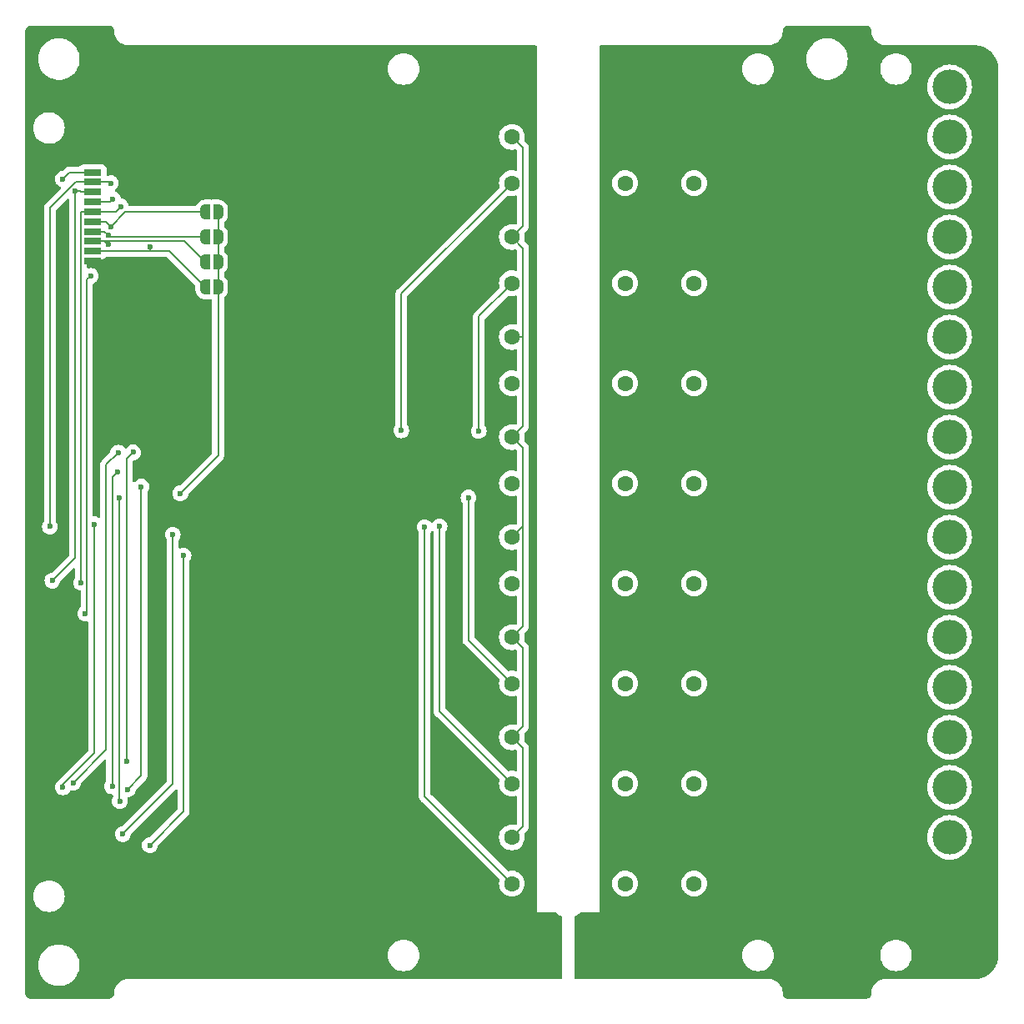
<source format=gbr>
%TF.GenerationSoftware,KiCad,Pcbnew,8.0.6-8.0.6-0~ubuntu24.04.1*%
%TF.CreationDate,2024-12-11T16:29:19+03:00*%
%TF.ProjectId,PM-RQ8,504d2d52-5138-42e6-9b69-6361645f7063,rev?*%
%TF.SameCoordinates,Original*%
%TF.FileFunction,Copper,L2,Bot*%
%TF.FilePolarity,Positive*%
%FSLAX46Y46*%
G04 Gerber Fmt 4.6, Leading zero omitted, Abs format (unit mm)*
G04 Created by KiCad (PCBNEW 8.0.6-8.0.6-0~ubuntu24.04.1) date 2024-12-11 16:29:19*
%MOMM*%
%LPD*%
G01*
G04 APERTURE LIST*
G04 Aperture macros list*
%AMFreePoly0*
4,1,19,0.500000,-0.750000,0.000000,-0.750000,0.000000,-0.744911,-0.071157,-0.744911,-0.207708,-0.704816,-0.327430,-0.627875,-0.420627,-0.520320,-0.479746,-0.390866,-0.500000,-0.250000,-0.500000,0.250000,-0.479746,0.390866,-0.420627,0.520320,-0.327430,0.627875,-0.207708,0.704816,-0.071157,0.744911,0.000000,0.744911,0.000000,0.750000,0.500000,0.750000,0.500000,-0.750000,0.500000,-0.750000,
$1*%
%AMFreePoly1*
4,1,19,0.000000,0.744911,0.071157,0.744911,0.207708,0.704816,0.327430,0.627875,0.420627,0.520320,0.479746,0.390866,0.500000,0.250000,0.500000,-0.250000,0.479746,-0.390866,0.420627,-0.520320,0.327430,-0.627875,0.207708,-0.704816,0.071157,-0.744911,0.000000,-0.744911,0.000000,-0.750000,-0.500000,-0.750000,-0.500000,0.750000,0.000000,0.750000,0.000000,0.744911,0.000000,0.744911,
$1*%
G04 Aperture macros list end*
%TA.AperFunction,ComponentPad*%
%ADD10C,1.608000*%
%TD*%
%TA.AperFunction,ComponentPad*%
%ADD11R,3.500000X3.500000*%
%TD*%
%TA.AperFunction,ComponentPad*%
%ADD12C,3.500000*%
%TD*%
%TA.AperFunction,ComponentPad*%
%ADD13O,6.350000X6.350000*%
%TD*%
%TA.AperFunction,SMDPad,CuDef*%
%ADD14FreePoly0,0.000000*%
%TD*%
%TA.AperFunction,SMDPad,CuDef*%
%ADD15FreePoly1,0.000000*%
%TD*%
%TA.AperFunction,SMDPad,CuDef*%
%ADD16R,1.803400X0.635000*%
%TD*%
%TA.AperFunction,SMDPad,CuDef*%
%ADD17R,2.997200X2.590800*%
%TD*%
%TA.AperFunction,ViaPad*%
%ADD18C,0.600000*%
%TD*%
%TA.AperFunction,Conductor*%
%ADD19C,0.200000*%
%TD*%
G04 APERTURE END LIST*
D10*
%TO.P,K4,1,1*%
%TO.N,/K4*%
X0Y2920000D03*
%TO.P,K4,2,2*%
%TO.N,Net-(J10-Pin_11)*%
X11500000Y2920000D03*
%TO.P,K4,3,3*%
%TO.N,Net-(J10-Pin_12)*%
X18500000Y2920000D03*
%TO.P,K4,4,4*%
%TO.N,+5V*%
X0Y7620000D03*
%TD*%
%TO.P,K5,1,1*%
%TO.N,/K5*%
X0Y-7240000D03*
%TO.P,K5,2,2*%
%TO.N,Net-(J10-Pin_9)*%
X11500000Y-7240000D03*
%TO.P,K5,3,3*%
%TO.N,Net-(J10-Pin_10)*%
X18500000Y-7240000D03*
%TO.P,K5,4,4*%
%TO.N,+5V*%
X0Y-2540000D03*
%TD*%
D11*
%TO.P,J10,1,Pin_1*%
%TO.N,PE*%
X44450000Y-43180000D03*
D12*
%TO.P,J10,2,Pin_2*%
X44450000Y-38100000D03*
%TO.P,J10,3,Pin_3*%
%TO.N,Net-(J10-Pin_3)*%
X44450000Y-33020000D03*
%TO.P,J10,4,Pin_4*%
%TO.N,Net-(J10-Pin_4)*%
X44450000Y-27940000D03*
%TO.P,J10,5,Pin_5*%
%TO.N,Net-(J10-Pin_5)*%
X44450000Y-22860000D03*
%TO.P,J10,6,Pin_6*%
%TO.N,Net-(J10-Pin_6)*%
X44450000Y-17780000D03*
%TO.P,J10,7,Pin_7*%
%TO.N,Net-(J10-Pin_7)*%
X44450000Y-12700000D03*
%TO.P,J10,8,Pin_8*%
%TO.N,Net-(J10-Pin_8)*%
X44450000Y-7620000D03*
%TO.P,J10,9,Pin_9*%
%TO.N,Net-(J10-Pin_9)*%
X44450000Y-2540000D03*
%TO.P,J10,10,Pin_10*%
%TO.N,Net-(J10-Pin_10)*%
X44450000Y2540000D03*
%TO.P,J10,11,Pin_11*%
%TO.N,Net-(J10-Pin_11)*%
X44450000Y7620000D03*
%TO.P,J10,12,Pin_12*%
%TO.N,Net-(J10-Pin_12)*%
X44450000Y12700000D03*
%TO.P,J10,13,Pin_13*%
%TO.N,Net-(J10-Pin_13)*%
X44450000Y17780000D03*
%TO.P,J10,14,Pin_14*%
%TO.N,Net-(J10-Pin_14)*%
X44450000Y22860000D03*
%TO.P,J10,15,Pin_15*%
%TO.N,Net-(J10-Pin_15)*%
X44450000Y27940000D03*
%TO.P,J10,16,Pin_16*%
%TO.N,Net-(J10-Pin_16)*%
X44450000Y33020000D03*
%TO.P,J10,17,Pin_17*%
%TO.N,Net-(J10-Pin_17)*%
X44450000Y38100000D03*
%TO.P,J10,18,Pin_18*%
%TO.N,Net-(J10-Pin_18)*%
X44450000Y43180000D03*
%TD*%
D10*
%TO.P,K6,1,1*%
%TO.N,/K6*%
X0Y-17400000D03*
%TO.P,K6,2,2*%
%TO.N,Net-(J10-Pin_7)*%
X11500000Y-17400000D03*
%TO.P,K6,3,3*%
%TO.N,Net-(J10-Pin_8)*%
X18500000Y-17400000D03*
%TO.P,K6,4,4*%
%TO.N,+5V*%
X0Y-12700000D03*
%TD*%
%TO.P,K8,1,1*%
%TO.N,/K8*%
X0Y-37720000D03*
%TO.P,K8,2,2*%
%TO.N,Net-(J10-Pin_3)*%
X11500000Y-37720000D03*
%TO.P,K8,3,3*%
%TO.N,Net-(J10-Pin_4)*%
X18500000Y-37720000D03*
%TO.P,K8,4,4*%
%TO.N,+5V*%
X0Y-33020000D03*
%TD*%
%TO.P,K1,1,1*%
%TO.N,/K1*%
X0Y33400000D03*
%TO.P,K1,2,2*%
%TO.N,Net-(J10-Pin_17)*%
X11500000Y33400000D03*
%TO.P,K1,3,3*%
%TO.N,Net-(J10-Pin_18)*%
X18500000Y33400000D03*
%TO.P,K1,4,4*%
%TO.N,+5V*%
X0Y38100000D03*
%TD*%
%TO.P,K7,1,1*%
%TO.N,/K7*%
X0Y-27560000D03*
%TO.P,K7,2,2*%
%TO.N,Net-(J10-Pin_5)*%
X11500000Y-27560000D03*
%TO.P,K7,3,3*%
%TO.N,Net-(J10-Pin_6)*%
X18500000Y-27560000D03*
%TO.P,K7,4,4*%
%TO.N,+5V*%
X0Y-22860000D03*
%TD*%
D13*
%TO.P,PE1,1*%
%TO.N,PE*%
X32000000Y-46000000D03*
%TD*%
D10*
%TO.P,K3,1,1*%
%TO.N,/K3*%
X0Y13080000D03*
%TO.P,K3,2,2*%
%TO.N,Net-(J10-Pin_13)*%
X11500000Y13080000D03*
%TO.P,K3,3,3*%
%TO.N,Net-(J10-Pin_14)*%
X18500000Y13080000D03*
%TO.P,K3,4,4*%
%TO.N,+5V*%
X0Y17780000D03*
%TD*%
%TO.P,K2,1,1*%
%TO.N,/K2*%
X0Y23240000D03*
%TO.P,K2,2,2*%
%TO.N,Net-(J10-Pin_15)*%
X11500000Y23240000D03*
%TO.P,K2,3,3*%
%TO.N,Net-(J10-Pin_16)*%
X18500000Y23240000D03*
%TO.P,K2,4,4*%
%TO.N,+5V*%
X0Y27940000D03*
%TD*%
D14*
%TO.P,JP3,1,A*%
%TO.N,/subplates/CS2*%
X-31130000Y25400000D03*
D15*
%TO.P,JP3,2,B*%
%TO.N,/CS*%
X-29830000Y25400000D03*
%TD*%
D14*
%TO.P,JP4,1,A*%
%TO.N,/subplates/CS3*%
X-31130000Y22860000D03*
D15*
%TO.P,JP4,2,B*%
%TO.N,/CS*%
X-29830000Y22860000D03*
%TD*%
D14*
%TO.P,JP2,1,A*%
%TO.N,/subplates/CS1*%
X-31130000Y27940000D03*
D15*
%TO.P,JP2,2,B*%
%TO.N,/CS*%
X-29830000Y27940000D03*
%TD*%
D16*
%TO.P,J13,1,Pin_1*%
%TO.N,+5V*%
X-42556000Y34499991D03*
%TO.P,J13,2,Pin_2*%
%TO.N,+3.3V*%
X-42556000Y33499993D03*
%TO.P,J13,3,Pin_3*%
%TO.N,/MOSI*%
X-42556000Y32499995D03*
%TO.P,J13,4,Pin_4*%
%TO.N,/MISO*%
X-42556000Y31499997D03*
%TO.P,J13,5,Pin_5*%
%TO.N,/SCK*%
X-42556000Y30499999D03*
%TO.P,J13,6,Pin_6*%
%TO.N,/subplates/CS0*%
X-42556000Y29500001D03*
%TO.P,J13,7,Pin_7*%
%TO.N,/subplates/CS1*%
X-42556000Y28500003D03*
%TO.P,J13,8,Pin_8*%
%TO.N,/subplates/CS2*%
X-42556000Y27500005D03*
%TO.P,J13,9,Pin_9*%
%TO.N,/subplates/CS3*%
X-42556000Y26500007D03*
%TO.P,J13,10,Pin_10*%
%TO.N,GND*%
X-42556000Y25500009D03*
D17*
%TO.P,J13,11,Pin_11*%
X-40385999Y36850002D03*
X-40385999Y23149998D03*
%TD*%
D14*
%TO.P,JP1,1,A*%
%TO.N,/subplates/CS0*%
X-31130000Y30480000D03*
D15*
%TO.P,JP1,2,B*%
%TO.N,/CS*%
X-29830000Y30480000D03*
%TD*%
D18*
%TO.N,GND*%
X-22860000Y20320000D03*
X-25400000Y20320000D03*
X-25400000Y17780000D03*
X-25400000Y-22860000D03*
X-25400000Y-20320000D03*
X-22860000Y-22860000D03*
X-22860000Y-20320000D03*
X-22860000Y17780000D03*
%TO.N,/K7*%
X-7352600Y-1470200D03*
%TO.N,/K6*%
X-4411400Y1471000D03*
%TO.N,/K8*%
X-8848800Y-1525500D03*
%TO.N,/K1*%
X-11239600Y8299200D03*
%TO.N,/K2*%
X-3358900Y8238700D03*
%TO.N,+5V*%
X-45588200Y33824200D03*
%TO.N,+3.3V*%
X-40724300Y33407400D03*
X-46906400Y-1470200D03*
%TO.N,/MOSI*%
X-44360100Y32596200D03*
X-46654100Y-6951900D03*
%TO.N,/MISO*%
X-42772000Y23987700D03*
X-40525200Y31776300D03*
X-43317700Y-10293800D03*
%TO.N,/SCK*%
X-43755300Y-7167200D03*
X-39705800Y31030800D03*
%TO.N,/K8_exp*%
X-33343400Y-4411400D03*
X-36764600Y-33823400D03*
%TO.N,/K4_exp*%
X-39887100Y1471000D03*
X-39802500Y-29342800D03*
%TO.N,/K7_exp*%
X-34434100Y-2304300D03*
X-39518100Y-32692500D03*
%TO.N,/K1_exp*%
X-38467000Y6066400D03*
X-39095700Y-25299900D03*
%TO.N,/K6_exp*%
X-45588200Y-27941000D03*
X-42417900Y-1219800D03*
%TO.N,/K2_exp*%
X-44556600Y-27484900D03*
X-39974800Y6039800D03*
%TO.N,/K3_exp*%
X-40581700Y-27851600D03*
X-40073400Y4062700D03*
%TO.N,/K5_exp*%
X-37625400Y2590500D03*
X-39011100Y-28149600D03*
%TO.N,/CS*%
X-33658600Y1905000D03*
%TO.N,/subplates/CS0*%
X-40740900Y29006200D03*
%TO.N,/subplates/CS3*%
X-36764600Y26935600D03*
%TO.N,/subplates/CS1*%
X-40937900Y28153100D03*
%TO.N,/subplates/CS2*%
X-41007100Y27226600D03*
%TD*%
D19*
%TO.N,/K7*%
X-7352600Y-1470200D02*
X-7352600Y-20207400D01*
X-7352600Y-20207400D02*
X0Y-27560000D01*
%TO.N,/K6*%
X-4411400Y-12988600D02*
X0Y-17400000D01*
X-4411400Y1471000D02*
X-4411400Y-12988600D01*
%TO.N,/K8*%
X-8848800Y-28871200D02*
X-8848800Y-1525500D01*
X0Y-37720000D02*
X-8848800Y-28871200D01*
%TO.N,/K1*%
X-11239600Y22160400D02*
X-11239600Y8299200D01*
X0Y33400000D02*
X-11239600Y22160400D01*
%TO.N,/K2*%
X-3358900Y19881100D02*
X0Y23240000D01*
X-3358900Y8238700D02*
X-3358900Y19881100D01*
%TO.N,+5V*%
X-44912400Y34500000D02*
X-45588200Y33824200D01*
X1143400Y17780000D02*
X1143400Y8763400D01*
X1143400Y8763400D02*
X0Y7620000D01*
X1105700Y-1434300D02*
X1105700Y-11594300D01*
X0Y-12700000D02*
X1105700Y-13805700D01*
X0Y27940000D02*
X1143400Y26796600D01*
X1105700Y-11594300D02*
X0Y-12700000D01*
X-42556000Y34500000D02*
X-44912400Y34500000D01*
X1105700Y6514300D02*
X1105700Y-1434300D01*
X1105700Y36994300D02*
X1105700Y29045700D01*
X0Y-22860000D02*
X1105700Y-23965700D01*
X1105700Y-31914300D02*
X0Y-33020000D01*
X1143400Y26796600D02*
X1143400Y17780000D01*
X0Y7620000D02*
X1105700Y6514300D01*
X1105700Y29045700D02*
X0Y27940000D01*
X1105700Y-13805700D02*
X1105700Y-21754300D01*
X1105700Y-23965700D02*
X1105700Y-31914300D01*
X1105700Y-21754300D02*
X0Y-22860000D01*
X0Y-2540000D02*
X1105700Y-1434300D01*
X0Y38100000D02*
X1105700Y36994300D01*
X1143400Y17780000D02*
X0Y17780000D01*
%TO.N,+3.3V*%
X-42556000Y33500000D02*
X-43759400Y33500000D01*
X-46906400Y30900700D02*
X-46906400Y-1470200D01*
X-42556000Y33500000D02*
X-40816900Y33500000D01*
X-44307100Y33500000D02*
X-46906400Y30900700D01*
X-43759400Y33500000D02*
X-44307100Y33500000D01*
X-40816900Y33500000D02*
X-40724300Y33407400D01*
%TO.N,/MOSI*%
X-42556000Y32500000D02*
X-43759400Y32500000D01*
X-44360100Y32596200D02*
X-43855600Y32596200D01*
X-43855600Y32596200D02*
X-43759400Y32500000D01*
X-44360100Y-4657900D02*
X-44360100Y32596200D01*
X-46654100Y-6951900D02*
X-44360100Y-4657900D01*
%TO.N,/MISO*%
X-43153500Y-10129600D02*
X-43317700Y-10293800D01*
X-42772000Y23987700D02*
X-43153500Y23606200D01*
X-40525200Y31776300D02*
X-40801500Y31500000D01*
X-43153500Y23606200D02*
X-43153500Y-10129600D01*
X-40801500Y31500000D02*
X-42556000Y31500000D01*
%TO.N,/SCK*%
X-43759400Y30500000D02*
X-43759400Y-7163100D01*
X-40236600Y30500000D02*
X-42556000Y30500000D01*
X-43759400Y-7163100D02*
X-43755300Y-7167200D01*
X-42556000Y30500000D02*
X-43759400Y30500000D01*
X-39705800Y31030800D02*
X-40236600Y30500000D01*
%TO.N,/K8_exp*%
X-33343400Y-4411400D02*
X-33343400Y-30402200D01*
X-33343400Y-30402200D02*
X-36764600Y-33823400D01*
%TO.N,/K4_exp*%
X-39887100Y1471000D02*
X-39887100Y-29258200D01*
X-39887100Y-29258200D02*
X-39802500Y-29342800D01*
%TO.N,/K7_exp*%
X-34434100Y-2304300D02*
X-34434100Y-27608500D01*
X-34434100Y-27608500D02*
X-39518100Y-32692500D01*
%TO.N,/K1_exp*%
X-38467000Y6066400D02*
X-39095700Y5437700D01*
X-39095700Y5437700D02*
X-39095700Y-25299900D01*
%TO.N,/K6_exp*%
X-42417900Y-24495400D02*
X-45588200Y-27665700D01*
X-42417900Y-1219800D02*
X-42417900Y-24495400D01*
X-45588200Y-27665700D02*
X-45588200Y-27941000D01*
%TO.N,/K2_exp*%
X-41181900Y4832700D02*
X-41181900Y-24110200D01*
X-41181900Y-24110200D02*
X-44556600Y-27484900D01*
X-39974800Y6039800D02*
X-41181900Y4832700D01*
%TO.N,/K3_exp*%
X-40073400Y4062700D02*
X-40581700Y3554400D01*
X-40581700Y3554400D02*
X-40581700Y-27851600D01*
%TO.N,/K5_exp*%
X-37625400Y-26763900D02*
X-39011100Y-28149600D01*
X-37625400Y2590500D02*
X-37625400Y-26763900D01*
%TO.N,/CS*%
X-29830000Y27940000D02*
X-29830000Y25400000D01*
X-33658600Y1905000D02*
X-29830000Y5733600D01*
X-29830000Y5733600D02*
X-29830000Y22860000D01*
X-29830000Y30480000D02*
X-29830000Y27940000D01*
X-29830000Y22860000D02*
X-29830000Y25400000D01*
%TO.N,/subplates/CS0*%
X-42556000Y29500000D02*
X-41234700Y29500000D01*
X-41234700Y29500000D02*
X-40740900Y29006200D01*
X-31130000Y30480000D02*
X-39267100Y30480000D01*
X-39267100Y30480000D02*
X-40740900Y29006200D01*
%TO.N,/subplates/CS3*%
X-34770000Y26500000D02*
X-36764600Y26500000D01*
X-36764600Y26935600D02*
X-36764600Y26500000D01*
X-36764600Y26500000D02*
X-42556000Y26500000D01*
X-31130000Y22860000D02*
X-34770000Y26500000D01*
%TO.N,/subplates/CS1*%
X-31130000Y27940000D02*
X-40724800Y27940000D01*
X-40937900Y28153100D02*
X-41005700Y28153100D01*
X-42556000Y28500000D02*
X-41352600Y28500000D01*
X-40724800Y27940000D02*
X-40937900Y28153100D01*
X-41005700Y28153100D02*
X-41352600Y28500000D01*
%TO.N,/subplates/CS2*%
X-33267300Y27537300D02*
X-41315300Y27537300D01*
X-41007100Y27226600D02*
X-41079200Y27226600D01*
X-41079200Y27226600D02*
X-41352600Y27500000D01*
X-41315300Y27537300D02*
X-41352600Y27500000D01*
X-31130000Y25400000D02*
X-33267300Y27537300D01*
X-42556000Y27500000D02*
X-41352600Y27500000D01*
%TD*%
%TA.AperFunction,Conductor*%
%TO.N,GND*%
G36*
X-40893078Y49398720D02*
G01*
X-40802734Y49388541D01*
X-40775669Y49382364D01*
X-40696460Y49354648D01*
X-40671447Y49342602D01*
X-40600394Y49297957D01*
X-40578687Y49280645D01*
X-40519356Y49221314D01*
X-40502043Y49199605D01*
X-40457400Y49128556D01*
X-40445352Y49103538D01*
X-40417638Y49024334D01*
X-40411460Y48997265D01*
X-40401280Y48906924D01*
X-40400500Y48893039D01*
X-40400500Y48792683D01*
X-40369956Y48580236D01*
X-40369953Y48580226D01*
X-40309483Y48374285D01*
X-40220328Y48179062D01*
X-40220321Y48179049D01*
X-40104280Y47998486D01*
X-39963725Y47836276D01*
X-39839723Y47728828D01*
X-39801513Y47695719D01*
X-39672469Y47612789D01*
X-39620952Y47579680D01*
X-39620939Y47579673D01*
X-39425716Y47490518D01*
X-39425712Y47490517D01*
X-39425710Y47490516D01*
X-39219769Y47430046D01*
X-39219768Y47430046D01*
X-39219765Y47430045D01*
X-39156416Y47420938D01*
X-39007318Y47399500D01*
X-39007317Y47399500D01*
X2416000Y47399500D01*
X2483039Y47379815D01*
X2528794Y47327011D01*
X2540000Y47275500D01*
X2540000Y-40640000D01*
X4430779Y-40640000D01*
X4497818Y-40659685D01*
X4511982Y-40670287D01*
X4651268Y-40790979D01*
X4651274Y-40790983D01*
X4864310Y-40927893D01*
X4864317Y-40927896D01*
X4864322Y-40927900D01*
X5007514Y-40993293D01*
X5060315Y-41039046D01*
X5080000Y-41106085D01*
X5080000Y-47275500D01*
X5060315Y-47342539D01*
X5007511Y-47388294D01*
X4956000Y-47399500D01*
X-39007318Y-47399500D01*
X-39219765Y-47430044D01*
X-39219775Y-47430047D01*
X-39425716Y-47490517D01*
X-39620939Y-47579672D01*
X-39620952Y-47579679D01*
X-39801515Y-47695720D01*
X-39963725Y-47836275D01*
X-40104280Y-47998485D01*
X-40220321Y-48179048D01*
X-40220328Y-48179061D01*
X-40309483Y-48374284D01*
X-40369953Y-48580225D01*
X-40369956Y-48580235D01*
X-40400500Y-48792682D01*
X-40400500Y-48893038D01*
X-40401280Y-48906923D01*
X-40411460Y-48997264D01*
X-40417638Y-49024333D01*
X-40445352Y-49103537D01*
X-40457400Y-49128555D01*
X-40502043Y-49199604D01*
X-40519356Y-49221313D01*
X-40578687Y-49280644D01*
X-40600396Y-49297957D01*
X-40671445Y-49342600D01*
X-40696463Y-49354648D01*
X-40775667Y-49382362D01*
X-40802736Y-49388540D01*
X-40882925Y-49397576D01*
X-40893079Y-49398720D01*
X-40906962Y-49399500D01*
X-48893038Y-49399500D01*
X-48906922Y-49398720D01*
X-48919447Y-49397308D01*
X-48997265Y-49388540D01*
X-49024334Y-49382362D01*
X-49103538Y-49354648D01*
X-49128556Y-49342600D01*
X-49199605Y-49297957D01*
X-49221314Y-49280644D01*
X-49280645Y-49221313D01*
X-49297958Y-49199604D01*
X-49342601Y-49128555D01*
X-49354649Y-49103537D01*
X-49382363Y-49024333D01*
X-49388541Y-48997263D01*
X-49398720Y-48906922D01*
X-49399500Y-48893038D01*
X-49399500Y-46000000D01*
X-48105408Y-46000000D01*
X-48085799Y-46286680D01*
X-48085799Y-46286684D01*
X-48085798Y-46286686D01*
X-48064016Y-46391509D01*
X-48027334Y-46568034D01*
X-48027333Y-46568037D01*
X-47931106Y-46838793D01*
X-47931107Y-46838793D01*
X-47798902Y-47093935D01*
X-47633188Y-47328700D01*
X-47548077Y-47419831D01*
X-47437053Y-47538708D01*
X-47214147Y-47720055D01*
X-47023031Y-47836276D01*
X-46968618Y-47869365D01*
X-46781763Y-47950526D01*
X-46705058Y-47983844D01*
X-46428358Y-48061371D01*
X-46196890Y-48093186D01*
X-46143679Y-48100500D01*
X-46143678Y-48100500D01*
X-45856321Y-48100500D01*
X-45803110Y-48093186D01*
X-45571642Y-48061371D01*
X-45294942Y-47983844D01*
X-45181985Y-47934779D01*
X-45031383Y-47869365D01*
X-45031380Y-47869363D01*
X-45031375Y-47869361D01*
X-44785853Y-47720055D01*
X-44562947Y-47538708D01*
X-44366811Y-47328698D01*
X-44201099Y-47093936D01*
X-44068896Y-46838797D01*
X-43972666Y-46568032D01*
X-43914202Y-46286686D01*
X-43894592Y-46000000D01*
X-43914202Y-45713314D01*
X-43972666Y-45431968D01*
X-44068895Y-45161206D01*
X-44068894Y-45161206D01*
X-44152425Y-45000000D01*
X-12605449Y-45000000D01*
X-12585683Y-45251151D01*
X-12526874Y-45496110D01*
X-12430467Y-45728859D01*
X-12298840Y-45943653D01*
X-12298839Y-45943656D01*
X-12298836Y-45943659D01*
X-12135224Y-46135224D01*
X-11986934Y-46261875D01*
X-11943657Y-46298838D01*
X-11943654Y-46298839D01*
X-11728860Y-46430466D01*
X-11496111Y-46526873D01*
X-11251148Y-46585683D01*
X-11000000Y-46605449D01*
X-10748852Y-46585683D01*
X-10503889Y-46526873D01*
X-10271141Y-46430466D01*
X-10056341Y-46298836D01*
X-9864776Y-46135224D01*
X-9701164Y-45943659D01*
X-9569534Y-45728859D01*
X-9473127Y-45496111D01*
X-9414317Y-45251148D01*
X-9394551Y-45000000D01*
X-9414317Y-44748852D01*
X-9473127Y-44503889D01*
X-9565887Y-44279945D01*
X-9569534Y-44271140D01*
X-9701161Y-44056346D01*
X-9701162Y-44056343D01*
X-9801700Y-43938629D01*
X-9864776Y-43864776D01*
X-9991429Y-43756604D01*
X-10056344Y-43701161D01*
X-10056347Y-43701160D01*
X-10271141Y-43569533D01*
X-10503890Y-43473126D01*
X-10748849Y-43414317D01*
X-11000000Y-43394551D01*
X-11251152Y-43414317D01*
X-11496111Y-43473126D01*
X-11728860Y-43569533D01*
X-11943654Y-43701160D01*
X-11943657Y-43701161D01*
X-12135224Y-43864776D01*
X-12298839Y-44056343D01*
X-12298840Y-44056346D01*
X-12430467Y-44271140D01*
X-12526874Y-44503889D01*
X-12585683Y-44748848D01*
X-12605449Y-45000000D01*
X-44152425Y-45000000D01*
X-44201099Y-44906064D01*
X-44366813Y-44671299D01*
X-44455734Y-44576089D01*
X-44562947Y-44461292D01*
X-44785853Y-44279945D01*
X-44785854Y-44279944D01*
X-45031383Y-44130634D01*
X-45294937Y-44016158D01*
X-45294939Y-44016157D01*
X-45294942Y-44016156D01*
X-45424422Y-43979877D01*
X-45571636Y-43938630D01*
X-45571641Y-43938629D01*
X-45571642Y-43938629D01*
X-45713982Y-43919064D01*
X-45856321Y-43899500D01*
X-45856322Y-43899500D01*
X-46143678Y-43899500D01*
X-46143679Y-43899500D01*
X-46428358Y-43938629D01*
X-46428365Y-43938630D01*
X-46636139Y-43996845D01*
X-46705058Y-44016156D01*
X-46705061Y-44016156D01*
X-46705064Y-44016158D01*
X-46705065Y-44016158D01*
X-46968618Y-44130634D01*
X-47214147Y-44279944D01*
X-47437050Y-44461289D01*
X-47633188Y-44671299D01*
X-47798902Y-44906064D01*
X-47931106Y-45161206D01*
X-48027333Y-45431962D01*
X-48027334Y-45431965D01*
X-48085799Y-45713319D01*
X-48105408Y-46000000D01*
X-49399500Y-46000000D01*
X-49399500Y-39000000D01*
X-48605449Y-39000000D01*
X-48585683Y-39251151D01*
X-48526874Y-39496110D01*
X-48430467Y-39728859D01*
X-48298840Y-39943653D01*
X-48298839Y-39943656D01*
X-48298836Y-39943659D01*
X-48135224Y-40135224D01*
X-48035170Y-40220678D01*
X-47943657Y-40298838D01*
X-47943654Y-40298839D01*
X-47728860Y-40430466D01*
X-47496111Y-40526873D01*
X-47251148Y-40585683D01*
X-47000000Y-40605449D01*
X-46748852Y-40585683D01*
X-46503889Y-40526873D01*
X-46271141Y-40430466D01*
X-46056341Y-40298836D01*
X-45864776Y-40135224D01*
X-45701164Y-39943659D01*
X-45569534Y-39728859D01*
X-45473127Y-39496111D01*
X-45414317Y-39251148D01*
X-45394551Y-39000000D01*
X-45414317Y-38748852D01*
X-45473127Y-38503889D01*
X-45526621Y-38374742D01*
X-45569534Y-38271140D01*
X-45701161Y-38056346D01*
X-45701162Y-38056343D01*
X-45794223Y-37947383D01*
X-45864776Y-37864776D01*
X-45991429Y-37756604D01*
X-46056344Y-37701161D01*
X-46056347Y-37701160D01*
X-46271141Y-37569533D01*
X-46503890Y-37473126D01*
X-46748849Y-37414317D01*
X-47000000Y-37394551D01*
X-47251152Y-37414317D01*
X-47496111Y-37473126D01*
X-47728860Y-37569533D01*
X-47943654Y-37701160D01*
X-47943657Y-37701161D01*
X-48135224Y-37864776D01*
X-48298839Y-38056343D01*
X-48298840Y-38056346D01*
X-48430467Y-38271140D01*
X-48526874Y-38503889D01*
X-48585683Y-38748848D01*
X-48605449Y-39000000D01*
X-49399500Y-39000000D01*
X-49399500Y-32692496D01*
X-40323665Y-32692496D01*
X-40323665Y-32692503D01*
X-40303470Y-32871749D01*
X-40303469Y-32871754D01*
X-40243889Y-33042023D01*
X-40208961Y-33097610D01*
X-40147916Y-33194762D01*
X-40020362Y-33322316D01*
X-39867622Y-33418289D01*
X-39725925Y-33467871D01*
X-39697355Y-33477868D01*
X-39697350Y-33477869D01*
X-39518104Y-33498065D01*
X-39518100Y-33498065D01*
X-39518096Y-33498065D01*
X-39338851Y-33477869D01*
X-39338848Y-33477868D01*
X-39338845Y-33477868D01*
X-39168578Y-33418289D01*
X-39015838Y-33322316D01*
X-38888284Y-33194762D01*
X-38792311Y-33042022D01*
X-38732732Y-32871755D01*
X-38722939Y-32784829D01*
X-38695874Y-32720418D01*
X-38687410Y-32711043D01*
X-34155581Y-28179217D01*
X-34094258Y-28145732D01*
X-34024566Y-28150716D01*
X-33968633Y-28192588D01*
X-33944216Y-28258052D01*
X-33943900Y-28266898D01*
X-33943900Y-30102102D01*
X-33963585Y-30169141D01*
X-33980219Y-30189783D01*
X-36783135Y-32992698D01*
X-36844458Y-33026183D01*
X-36856932Y-33028237D01*
X-36943850Y-33038030D01*
X-37114122Y-33097610D01*
X-37266863Y-33193584D01*
X-37394416Y-33321137D01*
X-37490389Y-33473876D01*
X-37549969Y-33644145D01*
X-37549970Y-33644150D01*
X-37570165Y-33823396D01*
X-37570165Y-33823403D01*
X-37549970Y-34002649D01*
X-37549969Y-34002654D01*
X-37490389Y-34172923D01*
X-37441637Y-34250510D01*
X-37394416Y-34325662D01*
X-37266862Y-34453216D01*
X-37114122Y-34549189D01*
X-36943855Y-34608768D01*
X-36943850Y-34608769D01*
X-36764604Y-34628965D01*
X-36764600Y-34628965D01*
X-36764596Y-34628965D01*
X-36585351Y-34608769D01*
X-36585348Y-34608768D01*
X-36585345Y-34608768D01*
X-36415078Y-34549189D01*
X-36262338Y-34453216D01*
X-36134784Y-34325662D01*
X-36038811Y-34172922D01*
X-35979232Y-34002655D01*
X-35969439Y-33915729D01*
X-35942374Y-33851318D01*
X-35933910Y-33841943D01*
X-32984894Y-30892928D01*
X-32984889Y-30892924D01*
X-32974686Y-30882720D01*
X-32974684Y-30882720D01*
X-32862880Y-30770916D01*
X-32783823Y-30633984D01*
X-32742900Y-30481257D01*
X-32742900Y-4993812D01*
X-32723215Y-4926773D01*
X-32715845Y-4916497D01*
X-32713590Y-4913667D01*
X-32713584Y-4913662D01*
X-32617611Y-4760922D01*
X-32558032Y-4590655D01*
X-32537835Y-4411400D01*
X-32538087Y-4409165D01*
X-32558031Y-4232150D01*
X-32558032Y-4232145D01*
X-32617612Y-4061876D01*
X-32713585Y-3909137D01*
X-32841138Y-3781584D01*
X-32993877Y-3685611D01*
X-33164146Y-3626031D01*
X-33164151Y-3626030D01*
X-33343396Y-3605835D01*
X-33343404Y-3605835D01*
X-33522650Y-3626030D01*
X-33522655Y-3626031D01*
X-33668645Y-3677116D01*
X-33738424Y-3680677D01*
X-33799052Y-3645948D01*
X-33831279Y-3583955D01*
X-33833600Y-3560074D01*
X-33833600Y-2886712D01*
X-33813915Y-2819673D01*
X-33806545Y-2809397D01*
X-33804290Y-2806567D01*
X-33804284Y-2806562D01*
X-33708311Y-2653822D01*
X-33648732Y-2483555D01*
X-33629471Y-2312611D01*
X-33628535Y-2304303D01*
X-33628535Y-2304296D01*
X-33648731Y-2125050D01*
X-33648732Y-2125045D01*
X-33660247Y-2092137D01*
X-33708311Y-1954778D01*
X-33711110Y-1950324D01*
X-33751995Y-1885255D01*
X-33804284Y-1802038D01*
X-33931838Y-1674484D01*
X-33971681Y-1649449D01*
X-34084577Y-1578511D01*
X-34254846Y-1518931D01*
X-34254851Y-1518930D01*
X-34434096Y-1498735D01*
X-34434104Y-1498735D01*
X-34613350Y-1518930D01*
X-34613355Y-1518931D01*
X-34783624Y-1578511D01*
X-34936363Y-1674484D01*
X-35063916Y-1802037D01*
X-35159889Y-1954776D01*
X-35219469Y-2125045D01*
X-35219470Y-2125050D01*
X-35239665Y-2304296D01*
X-35239665Y-2304303D01*
X-35219470Y-2483549D01*
X-35219469Y-2483554D01*
X-35159889Y-2653823D01*
X-35063915Y-2806563D01*
X-35061655Y-2809397D01*
X-35060766Y-2811575D01*
X-35060211Y-2812458D01*
X-35060366Y-2812555D01*
X-35035245Y-2874083D01*
X-35034600Y-2886712D01*
X-35034600Y-27308402D01*
X-35054285Y-27375441D01*
X-35070919Y-27396083D01*
X-39536635Y-31861798D01*
X-39597958Y-31895283D01*
X-39610432Y-31897337D01*
X-39697350Y-31907130D01*
X-39867622Y-31966710D01*
X-40020363Y-32062684D01*
X-40147916Y-32190237D01*
X-40243889Y-32342976D01*
X-40303469Y-32513245D01*
X-40303470Y-32513250D01*
X-40323665Y-32692496D01*
X-49399500Y-32692496D01*
X-49399500Y-1470196D01*
X-47711965Y-1470196D01*
X-47711965Y-1470203D01*
X-47691770Y-1649449D01*
X-47691769Y-1649454D01*
X-47632189Y-1819723D01*
X-47561264Y-1932598D01*
X-47536216Y-1972462D01*
X-47408662Y-2100016D01*
X-47255922Y-2195989D01*
X-47085655Y-2255568D01*
X-47085650Y-2255569D01*
X-46906404Y-2275765D01*
X-46906400Y-2275765D01*
X-46906396Y-2275765D01*
X-46727151Y-2255569D01*
X-46727148Y-2255568D01*
X-46727145Y-2255568D01*
X-46556878Y-2195989D01*
X-46404138Y-2100016D01*
X-46276584Y-1972462D01*
X-46180611Y-1819722D01*
X-46121032Y-1649455D01*
X-46121031Y-1649449D01*
X-46100835Y-1470203D01*
X-46100835Y-1470196D01*
X-46121031Y-1290950D01*
X-46121032Y-1290945D01*
X-46135215Y-1250412D01*
X-46180611Y-1120678D01*
X-46276584Y-967938D01*
X-46276586Y-967936D01*
X-46276587Y-967934D01*
X-46278850Y-965096D01*
X-46279741Y-962915D01*
X-46280289Y-962042D01*
X-46280136Y-961945D01*
X-46305256Y-900409D01*
X-46305900Y-887787D01*
X-46305900Y30600603D01*
X-46286215Y30667642D01*
X-46269581Y30688284D01*
X-45172281Y31785584D01*
X-45110958Y31819069D01*
X-45041266Y31814085D01*
X-44985333Y31772213D01*
X-44960916Y31706749D01*
X-44960600Y31697903D01*
X-44960600Y-4357802D01*
X-44980285Y-4424841D01*
X-44996919Y-4445483D01*
X-46672635Y-6121198D01*
X-46733958Y-6154683D01*
X-46746432Y-6156737D01*
X-46833350Y-6166530D01*
X-47003622Y-6226110D01*
X-47156363Y-6322084D01*
X-47283916Y-6449637D01*
X-47379889Y-6602376D01*
X-47439469Y-6772645D01*
X-47439470Y-6772650D01*
X-47459665Y-6951896D01*
X-47459665Y-6951903D01*
X-47439470Y-7131149D01*
X-47439469Y-7131154D01*
X-47379889Y-7301423D01*
X-47351593Y-7346455D01*
X-47283916Y-7454162D01*
X-47156362Y-7581716D01*
X-47066020Y-7638482D01*
X-47016716Y-7669462D01*
X-47003622Y-7677689D01*
X-46833355Y-7737268D01*
X-46833350Y-7737269D01*
X-46654104Y-7757465D01*
X-46654100Y-7757465D01*
X-46654096Y-7757465D01*
X-46474851Y-7737269D01*
X-46474848Y-7737268D01*
X-46474845Y-7737268D01*
X-46304578Y-7677689D01*
X-46151838Y-7581716D01*
X-46024284Y-7454162D01*
X-45928311Y-7301422D01*
X-45868732Y-7131155D01*
X-45858939Y-7044229D01*
X-45831874Y-6979818D01*
X-45823410Y-6970443D01*
X-44571580Y-5718613D01*
X-44510258Y-5685130D01*
X-44440566Y-5690114D01*
X-44384633Y-5731986D01*
X-44360216Y-5797450D01*
X-44359900Y-5806296D01*
X-44359900Y-6589928D01*
X-44379585Y-6656967D01*
X-44383805Y-6662851D01*
X-44481089Y-6817676D01*
X-44540669Y-6987945D01*
X-44540670Y-6987950D01*
X-44560865Y-7167196D01*
X-44560865Y-7167203D01*
X-44540670Y-7346449D01*
X-44540669Y-7346454D01*
X-44481089Y-7516723D01*
X-44440251Y-7581716D01*
X-44385116Y-7669462D01*
X-44257562Y-7797016D01*
X-44104822Y-7892989D01*
X-43934555Y-7952568D01*
X-43864114Y-7960504D01*
X-43799704Y-7987569D01*
X-43760148Y-8045164D01*
X-43754000Y-8083724D01*
X-43754000Y-9554004D01*
X-43773685Y-9621043D01*
X-43812026Y-9658996D01*
X-43819956Y-9663978D01*
X-43819961Y-9663982D01*
X-43947516Y-9791537D01*
X-44043489Y-9944276D01*
X-44103069Y-10114545D01*
X-44103070Y-10114550D01*
X-44123265Y-10293796D01*
X-44123265Y-10293803D01*
X-44103070Y-10473049D01*
X-44103069Y-10473054D01*
X-44043489Y-10643323D01*
X-43947516Y-10796062D01*
X-43819962Y-10923616D01*
X-43667222Y-11019589D01*
X-43617001Y-11037162D01*
X-43496955Y-11079168D01*
X-43496950Y-11079169D01*
X-43317704Y-11099365D01*
X-43317700Y-11099365D01*
X-43317697Y-11099365D01*
X-43156284Y-11081178D01*
X-43087462Y-11093232D01*
X-43036082Y-11140581D01*
X-43018400Y-11204398D01*
X-43018400Y-24195302D01*
X-43038085Y-24262341D01*
X-43054719Y-24282983D01*
X-44499468Y-25727732D01*
X-45956914Y-27185178D01*
X-45956916Y-27185180D01*
X-46040923Y-27269187D01*
X-46060290Y-27288554D01*
X-46081994Y-27305862D01*
X-46090456Y-27311179D01*
X-46090465Y-27311186D01*
X-46218016Y-27438737D01*
X-46313989Y-27591476D01*
X-46373569Y-27761745D01*
X-46373570Y-27761750D01*
X-46393765Y-27940996D01*
X-46393765Y-27941003D01*
X-46373570Y-28120249D01*
X-46373569Y-28120254D01*
X-46313989Y-28290523D01*
X-46218016Y-28443262D01*
X-46090462Y-28570816D01*
X-46008263Y-28622465D01*
X-45953039Y-28657165D01*
X-45937722Y-28666789D01*
X-45859826Y-28694046D01*
X-45767455Y-28726368D01*
X-45767450Y-28726369D01*
X-45588204Y-28746565D01*
X-45588200Y-28746565D01*
X-45588196Y-28746565D01*
X-45408951Y-28726369D01*
X-45408948Y-28726368D01*
X-45408945Y-28726368D01*
X-45238678Y-28666789D01*
X-45085938Y-28570816D01*
X-44958384Y-28443262D01*
X-44881778Y-28321343D01*
X-44829444Y-28275054D01*
X-44760391Y-28264406D01*
X-44736173Y-28270195D01*
X-44735862Y-28270265D01*
X-44735855Y-28270268D01*
X-44735848Y-28270268D01*
X-44735847Y-28270269D01*
X-44556604Y-28290465D01*
X-44556600Y-28290465D01*
X-44556596Y-28290465D01*
X-44377351Y-28270269D01*
X-44377348Y-28270268D01*
X-44377345Y-28270268D01*
X-44207078Y-28210689D01*
X-44054338Y-28114716D01*
X-43926784Y-27987162D01*
X-43830811Y-27834422D01*
X-43771232Y-27664155D01*
X-43761439Y-27577229D01*
X-43734374Y-27512818D01*
X-43725910Y-27503443D01*
X-41393879Y-25171413D01*
X-41332558Y-25137930D01*
X-41262866Y-25142914D01*
X-41206933Y-25184786D01*
X-41182516Y-25250250D01*
X-41182200Y-25259096D01*
X-41182200Y-27269187D01*
X-41201885Y-27336226D01*
X-41209250Y-27346496D01*
X-41211514Y-27349334D01*
X-41307489Y-27502076D01*
X-41367069Y-27672345D01*
X-41367070Y-27672350D01*
X-41387265Y-27851596D01*
X-41387265Y-27851603D01*
X-41367070Y-28030849D01*
X-41367069Y-28030854D01*
X-41307489Y-28201123D01*
X-41251351Y-28290465D01*
X-41211516Y-28353862D01*
X-41083962Y-28481416D01*
X-41055783Y-28499122D01*
X-40941685Y-28570815D01*
X-40931222Y-28577389D01*
X-40802402Y-28622465D01*
X-40760955Y-28636968D01*
X-40760951Y-28636969D01*
X-40659475Y-28648401D01*
X-40597716Y-28655360D01*
X-40533303Y-28682426D01*
X-40493748Y-28740021D01*
X-40487600Y-28778580D01*
X-40487600Y-28892798D01*
X-40506606Y-28958768D01*
X-40523981Y-28986421D01*
X-40528291Y-28993281D01*
X-40587867Y-29163537D01*
X-40587870Y-29163550D01*
X-40608065Y-29342796D01*
X-40608065Y-29342803D01*
X-40587870Y-29522049D01*
X-40587869Y-29522054D01*
X-40528289Y-29692323D01*
X-40432316Y-29845062D01*
X-40304762Y-29972616D01*
X-40152022Y-30068589D01*
X-40056247Y-30102102D01*
X-39981755Y-30128168D01*
X-39981750Y-30128169D01*
X-39802504Y-30148365D01*
X-39802500Y-30148365D01*
X-39802496Y-30148365D01*
X-39623251Y-30128169D01*
X-39623248Y-30128168D01*
X-39623245Y-30128168D01*
X-39452978Y-30068589D01*
X-39300238Y-29972616D01*
X-39172684Y-29845062D01*
X-39076711Y-29692322D01*
X-39017132Y-29522055D01*
X-39017131Y-29522049D01*
X-38996935Y-29342803D01*
X-38996935Y-29342796D01*
X-39017131Y-29163550D01*
X-39017133Y-29163540D01*
X-39035697Y-29110489D01*
X-39039260Y-29040710D01*
X-39004531Y-28980082D01*
X-38942538Y-28947855D01*
X-38932545Y-28946314D01*
X-38886693Y-28941147D01*
X-38831851Y-28934969D01*
X-38831848Y-28934968D01*
X-38831845Y-28934968D01*
X-38661578Y-28875389D01*
X-38508838Y-28779416D01*
X-38381284Y-28651862D01*
X-38285311Y-28499122D01*
X-38225732Y-28328855D01*
X-38215939Y-28241929D01*
X-38188874Y-28177518D01*
X-38180410Y-28168143D01*
X-37144880Y-27132616D01*
X-37065823Y-26995684D01*
X-37024899Y-26842957D01*
X-37024899Y-26684842D01*
X-37024899Y-26677247D01*
X-37024900Y-26677229D01*
X-37024900Y2008088D01*
X-37005215Y2075127D01*
X-36997845Y2085403D01*
X-36995590Y2088233D01*
X-36995584Y2088238D01*
X-36899611Y2240978D01*
X-36840032Y2411245D01*
X-36819835Y2590500D01*
X-36824375Y2630790D01*
X-36840031Y2769750D01*
X-36840032Y2769755D01*
X-36899612Y2940024D01*
X-36995585Y3092763D01*
X-37123138Y3220316D01*
X-37275877Y3316289D01*
X-37446146Y3375869D01*
X-37446151Y3375870D01*
X-37625396Y3396065D01*
X-37625404Y3396065D01*
X-37804650Y3375870D01*
X-37804655Y3375869D01*
X-37974924Y3316289D01*
X-38127663Y3220316D01*
X-38255215Y3092764D01*
X-38266207Y3075270D01*
X-38318543Y3028980D01*
X-38387596Y3018333D01*
X-38451444Y3046709D01*
X-38489815Y3105100D01*
X-38495200Y3141244D01*
X-38495200Y5137603D01*
X-38475515Y5204642D01*
X-38458881Y5225284D01*
X-38448465Y5235700D01*
X-38387142Y5269185D01*
X-38374685Y5271237D01*
X-38287745Y5281032D01*
X-38117478Y5340611D01*
X-37964738Y5436584D01*
X-37837184Y5564138D01*
X-37741211Y5716878D01*
X-37681632Y5887145D01*
X-37681631Y5887151D01*
X-37661435Y6066397D01*
X-37661435Y6066404D01*
X-37681631Y6245650D01*
X-37681632Y6245655D01*
X-37709324Y6324793D01*
X-37741211Y6415922D01*
X-37747067Y6425241D01*
X-37820471Y6542063D01*
X-37837184Y6568662D01*
X-37964738Y6696216D01*
X-38117477Y6792189D01*
X-38287746Y6851769D01*
X-38287751Y6851770D01*
X-38466996Y6871965D01*
X-38467004Y6871965D01*
X-38646250Y6851770D01*
X-38646255Y6851769D01*
X-38816524Y6792189D01*
X-38969263Y6696216D01*
X-39096816Y6568663D01*
X-39096818Y6568660D01*
X-39124264Y6524980D01*
X-39176599Y6478689D01*
X-39245652Y6468042D01*
X-39309501Y6496417D01*
X-39334250Y6524979D01*
X-39334651Y6525617D01*
X-39344984Y6542062D01*
X-39472538Y6669616D01*
X-39625277Y6765589D01*
X-39795546Y6825169D01*
X-39795551Y6825170D01*
X-39974796Y6845365D01*
X-39974804Y6845365D01*
X-40154050Y6825170D01*
X-40154055Y6825169D01*
X-40324324Y6765589D01*
X-40477063Y6669616D01*
X-40604616Y6542063D01*
X-40700590Y6389322D01*
X-40760170Y6219050D01*
X-40769963Y6132132D01*
X-40797030Y6067718D01*
X-40805502Y6058335D01*
X-41550614Y5313222D01*
X-41662419Y5201418D01*
X-41662423Y5201413D01*
X-41678234Y5174025D01*
X-41678235Y5174023D01*
X-41741477Y5064485D01*
X-41782401Y4911757D01*
X-41782401Y4911755D01*
X-41782401Y4743654D01*
X-41782400Y4743641D01*
X-41782400Y-449341D01*
X-41802085Y-516380D01*
X-41854889Y-562135D01*
X-41924047Y-572079D01*
X-41972372Y-554335D01*
X-42068377Y-494011D01*
X-42238646Y-434431D01*
X-42238651Y-434430D01*
X-42417896Y-414235D01*
X-42424863Y-414235D01*
X-42424863Y-412215D01*
X-42483942Y-401865D01*
X-42535320Y-354514D01*
X-42553000Y-290701D01*
X-42553000Y23128257D01*
X-42533315Y23195296D01*
X-42480511Y23241051D01*
X-42469961Y23245297D01*
X-42422478Y23261911D01*
X-42269738Y23357884D01*
X-42142184Y23485438D01*
X-42046211Y23638178D01*
X-41986632Y23808445D01*
X-41986631Y23808451D01*
X-41966435Y23987697D01*
X-41966435Y23987704D01*
X-41986631Y24166950D01*
X-41986632Y24166955D01*
X-42046212Y24337224D01*
X-42142185Y24489963D01*
X-42269738Y24617516D01*
X-42422477Y24713489D01*
X-42592746Y24773069D01*
X-42592751Y24773070D01*
X-42771996Y24793265D01*
X-42772004Y24793265D01*
X-42951250Y24773070D01*
X-42951262Y24773067D01*
X-42993947Y24758131D01*
X-43063726Y24754570D01*
X-43124353Y24789300D01*
X-43156579Y24851294D01*
X-43158900Y24875173D01*
X-43158900Y25558008D01*
X-43139215Y25625047D01*
X-43086411Y25670802D01*
X-43034900Y25682008D01*
X-41606429Y25682008D01*
X-41606428Y25682008D01*
X-41546817Y25688416D01*
X-41411969Y25738711D01*
X-41296754Y25824961D01*
X-41278151Y25849813D01*
X-41222218Y25891682D01*
X-41178885Y25899500D01*
X-36843657Y25899500D01*
X-36685543Y25899500D01*
X-35070097Y25899500D01*
X-35003058Y25879815D01*
X-34982416Y25863181D01*
X-32171819Y23052584D01*
X-32138334Y22991261D01*
X-32135500Y22964903D01*
X-32135500Y22594427D01*
X-32135497Y22594399D01*
X-32135497Y22538059D01*
X-32116297Y22404522D01*
X-32116297Y22404519D01*
X-32115036Y22395745D01*
X-32074497Y22257687D01*
X-32014777Y22126919D01*
X-32014773Y22126913D01*
X-32014770Y22126906D01*
X-31954251Y22032736D01*
X-31936985Y22005868D01*
X-31936982Y22005864D01*
X-31842848Y21897227D01*
X-31842832Y21897209D01*
X-31842829Y21897206D01*
X-31734091Y21802985D01*
X-31673614Y21764119D01*
X-31613143Y21725256D01*
X-31613137Y21725253D01*
X-31482259Y21665483D01*
X-31344304Y21624976D01*
X-31201889Y21604500D01*
X-31201886Y21604500D01*
X-30630000Y21604500D01*
X-30563346Y21609267D01*
X-30495073Y21594415D01*
X-30445668Y21545010D01*
X-30430500Y21485583D01*
X-30430500Y6033698D01*
X-30450185Y5966659D01*
X-30466819Y5946017D01*
X-33677135Y2735702D01*
X-33738458Y2702217D01*
X-33750932Y2700163D01*
X-33837850Y2690370D01*
X-34008122Y2630790D01*
X-34160863Y2534816D01*
X-34288416Y2407263D01*
X-34384389Y2254524D01*
X-34443969Y2084255D01*
X-34443970Y2084250D01*
X-34464165Y1905004D01*
X-34464165Y1904997D01*
X-34443970Y1725751D01*
X-34443969Y1725746D01*
X-34384389Y1555477D01*
X-34331308Y1471000D01*
X-34288416Y1402738D01*
X-34160862Y1275184D01*
X-34008122Y1179211D01*
X-33843131Y1121478D01*
X-33837855Y1119632D01*
X-33837850Y1119631D01*
X-33658604Y1099435D01*
X-33658600Y1099435D01*
X-33658596Y1099435D01*
X-33479351Y1119631D01*
X-33479348Y1119632D01*
X-33479345Y1119632D01*
X-33309078Y1179211D01*
X-33156338Y1275184D01*
X-33028784Y1402738D01*
X-32932811Y1555478D01*
X-32873232Y1725745D01*
X-32863439Y1812671D01*
X-32836374Y1877082D01*
X-32827910Y1886457D01*
X-29471494Y5242872D01*
X-29471489Y5242876D01*
X-29461286Y5253080D01*
X-29461284Y5253080D01*
X-29349480Y5364884D01*
X-29308084Y5436584D01*
X-29298200Y5453703D01*
X-29298200Y5453704D01*
X-29270423Y5501815D01*
X-29229499Y5654543D01*
X-29229499Y5812657D01*
X-29229499Y5820252D01*
X-29229500Y5820270D01*
X-29229500Y8299204D01*
X-12045165Y8299204D01*
X-12045165Y8299197D01*
X-12024970Y8119951D01*
X-12024969Y8119946D01*
X-11965389Y7949677D01*
X-11869416Y7796938D01*
X-11741862Y7669384D01*
X-11663271Y7620002D01*
X-11645579Y7608885D01*
X-11589122Y7573411D01*
X-11418855Y7513832D01*
X-11418850Y7513831D01*
X-11239604Y7493635D01*
X-11239600Y7493635D01*
X-11239596Y7493635D01*
X-11060351Y7513831D01*
X-11060348Y7513832D01*
X-11060345Y7513832D01*
X-10890078Y7573411D01*
X-10737338Y7669384D01*
X-10609784Y7796938D01*
X-10513811Y7949678D01*
X-10454232Y8119945D01*
X-10440852Y8238697D01*
X-10434035Y8299197D01*
X-10434035Y8299204D01*
X-10454231Y8478450D01*
X-10454232Y8478455D01*
X-10513811Y8648722D01*
X-10609784Y8801462D01*
X-10609786Y8801464D01*
X-10609787Y8801466D01*
X-10612050Y8804304D01*
X-10612941Y8806485D01*
X-10613489Y8807358D01*
X-10613336Y8807455D01*
X-10638456Y8868991D01*
X-10639100Y8881613D01*
X-10639100Y21860303D01*
X-10619415Y21927342D01*
X-10602781Y21947984D01*
X-5573552Y26977213D01*
X-445971Y32104795D01*
X-384650Y32138278D01*
X-326199Y32136887D01*
X-291866Y32127688D01*
X-227389Y32110411D01*
X-64969Y32096201D01*
X-2Y32090517D01*
X0Y32090517D01*
X2Y32090517D01*
X56847Y32095491D01*
X227389Y32110411D01*
X349107Y32143025D01*
X418957Y32141362D01*
X476819Y32102199D01*
X504323Y32037971D01*
X505200Y32023250D01*
X505200Y29345799D01*
X485515Y29278760D01*
X468881Y29258118D01*
X445971Y29235208D01*
X384648Y29201723D01*
X326197Y29203114D01*
X227394Y29229588D01*
X227390Y29229589D01*
X227389Y29229589D01*
X227388Y29229590D01*
X227383Y29229590D01*
X2Y29249483D01*
X-2Y29249483D01*
X-227384Y29229590D01*
X-227395Y29229588D01*
X-447863Y29170515D01*
X-447872Y29170511D01*
X-654741Y29074047D01*
X-654745Y29074045D01*
X-841720Y28943122D01*
X-1003122Y28781720D01*
X-1134045Y28594745D01*
X-1134047Y28594741D01*
X-1230511Y28387872D01*
X-1230515Y28387863D01*
X-1289588Y28167395D01*
X-1289590Y28167384D01*
X-1309483Y27940002D01*
X-1309483Y27939999D01*
X-1289590Y27712617D01*
X-1289588Y27712606D01*
X-1230515Y27492138D01*
X-1230513Y27492134D01*
X-1230512Y27492130D01*
X-1182279Y27388694D01*
X-1134047Y27285259D01*
X-1134045Y27285255D01*
X-1003128Y27098288D01*
X-1003119Y27098278D01*
X-841723Y26936882D01*
X-841713Y26936873D01*
X-654746Y26805956D01*
X-654742Y26805954D01*
X-447870Y26709488D01*
X-447864Y26709487D01*
X-447863Y26709486D01*
X-440600Y26707540D01*
X-227389Y26650411D01*
X-64969Y26636201D01*
X-2Y26630517D01*
X0Y26630517D01*
X2Y26630517D01*
X56847Y26635491D01*
X227389Y26650411D01*
X326198Y26676887D01*
X396047Y26675224D01*
X445972Y26644793D01*
X506581Y26584184D01*
X540066Y26522861D01*
X542900Y26496503D01*
X542900Y24606649D01*
X523215Y24539610D01*
X470411Y24493855D01*
X401253Y24483911D01*
X386807Y24486874D01*
X227394Y24529588D01*
X227390Y24529589D01*
X227389Y24529589D01*
X227388Y24529590D01*
X227383Y24529590D01*
X2Y24549483D01*
X-2Y24549483D01*
X-227384Y24529590D01*
X-227395Y24529588D01*
X-447863Y24470515D01*
X-447872Y24470511D01*
X-654741Y24374047D01*
X-654745Y24374045D01*
X-841720Y24243122D01*
X-1003122Y24081720D01*
X-1134045Y23894745D01*
X-1134047Y23894741D01*
X-1230511Y23687872D01*
X-1230515Y23687863D01*
X-1289588Y23467395D01*
X-1289590Y23467384D01*
X-1309483Y23240002D01*
X-1309483Y23239999D01*
X-1289590Y23012617D01*
X-1289588Y23012606D01*
X-1263114Y22913803D01*
X-1264777Y22843953D01*
X-1295208Y22794029D01*
X-3727614Y20361622D01*
X-3839419Y20249818D01*
X-3839421Y20249815D01*
X-3889539Y20163006D01*
X-3889541Y20163004D01*
X-3918475Y20112891D01*
X-3918476Y20112890D01*
X-3918477Y20112885D01*
X-3959401Y19960157D01*
X-3959401Y19960155D01*
X-3959401Y19792054D01*
X-3959400Y19792041D01*
X-3959400Y8821113D01*
X-3979085Y8754074D01*
X-3986450Y8743804D01*
X-3988714Y8740966D01*
X-4084689Y8588224D01*
X-4144269Y8417955D01*
X-4144270Y8417950D01*
X-4164465Y8238704D01*
X-4164465Y8238697D01*
X-4144270Y8059451D01*
X-4144269Y8059446D01*
X-4084689Y7889177D01*
X-4026731Y7796938D01*
X-3988716Y7736438D01*
X-3861162Y7608884D01*
X-3804707Y7573411D01*
X-3709887Y7513831D01*
X-3708422Y7512911D01*
X-3653334Y7493635D01*
X-3538155Y7453332D01*
X-3538150Y7453331D01*
X-3358904Y7433135D01*
X-3358900Y7433135D01*
X-3358896Y7433135D01*
X-3179651Y7453331D01*
X-3179648Y7453332D01*
X-3179645Y7453332D01*
X-3009378Y7512911D01*
X-2856638Y7608884D01*
X-2729084Y7736438D01*
X-2633111Y7889178D01*
X-2573532Y8059445D01*
X-2572796Y8065974D01*
X-2553335Y8238697D01*
X-2553335Y8238704D01*
X-2573531Y8417950D01*
X-2573532Y8417955D01*
X-2594702Y8478455D01*
X-2633111Y8588222D01*
X-2729084Y8740962D01*
X-2729086Y8740964D01*
X-2729087Y8740966D01*
X-2731350Y8743804D01*
X-2732241Y8745985D01*
X-2732789Y8746858D01*
X-2732636Y8746955D01*
X-2757756Y8808491D01*
X-2758400Y8821113D01*
X-2758400Y19581004D01*
X-2738715Y19648043D01*
X-2722086Y19668680D01*
X-445972Y21944795D01*
X-384651Y21978278D01*
X-326200Y21976887D01*
X-281871Y21965010D01*
X-227389Y21950411D01*
X-64969Y21936201D01*
X-2Y21930517D01*
X0Y21930517D01*
X2Y21930517D01*
X56847Y21935491D01*
X227389Y21950411D01*
X386808Y21993127D01*
X456656Y21991464D01*
X514519Y21952302D01*
X542023Y21888073D01*
X542900Y21873352D01*
X542900Y19146649D01*
X523215Y19079610D01*
X470411Y19033855D01*
X401253Y19023911D01*
X386807Y19026874D01*
X227394Y19069588D01*
X227390Y19069589D01*
X227389Y19069589D01*
X227388Y19069590D01*
X227383Y19069590D01*
X2Y19089483D01*
X-2Y19089483D01*
X-227384Y19069590D01*
X-227395Y19069588D01*
X-447863Y19010515D01*
X-447872Y19010511D01*
X-654741Y18914047D01*
X-654745Y18914045D01*
X-841720Y18783122D01*
X-1003122Y18621720D01*
X-1134045Y18434745D01*
X-1134047Y18434741D01*
X-1230511Y18227872D01*
X-1230515Y18227863D01*
X-1289588Y18007395D01*
X-1289590Y18007384D01*
X-1309483Y17780002D01*
X-1309483Y17779999D01*
X-1289590Y17552617D01*
X-1289588Y17552606D01*
X-1230515Y17332138D01*
X-1230513Y17332134D01*
X-1230512Y17332130D01*
X-1182279Y17228694D01*
X-1134047Y17125259D01*
X-1134045Y17125255D01*
X-1003128Y16938288D01*
X-1003119Y16938278D01*
X-841723Y16776882D01*
X-841713Y16776873D01*
X-654746Y16645956D01*
X-654742Y16645954D01*
X-447870Y16549488D01*
X-227389Y16490411D01*
X-64969Y16476201D01*
X-2Y16470517D01*
X0Y16470517D01*
X2Y16470517D01*
X56847Y16475491D01*
X227389Y16490411D01*
X386808Y16533127D01*
X456656Y16531464D01*
X514519Y16492302D01*
X542023Y16428073D01*
X542900Y16413352D01*
X542900Y14446649D01*
X523215Y14379610D01*
X470411Y14333855D01*
X401253Y14323911D01*
X386807Y14326874D01*
X227394Y14369588D01*
X227390Y14369589D01*
X227389Y14369589D01*
X227388Y14369590D01*
X227383Y14369590D01*
X2Y14389483D01*
X-2Y14389483D01*
X-227384Y14369590D01*
X-227395Y14369588D01*
X-447863Y14310515D01*
X-447872Y14310511D01*
X-654741Y14214047D01*
X-654745Y14214045D01*
X-841720Y14083122D01*
X-1003122Y13921720D01*
X-1134045Y13734745D01*
X-1134047Y13734741D01*
X-1230511Y13527872D01*
X-1230515Y13527863D01*
X-1289588Y13307395D01*
X-1289590Y13307384D01*
X-1309483Y13080002D01*
X-1309483Y13079999D01*
X-1289590Y12852617D01*
X-1289588Y12852606D01*
X-1230515Y12632138D01*
X-1230513Y12632134D01*
X-1230512Y12632130D01*
X-1182279Y12528694D01*
X-1134047Y12425259D01*
X-1134045Y12425255D01*
X-1003128Y12238288D01*
X-1003119Y12238278D01*
X-841723Y12076882D01*
X-841713Y12076873D01*
X-654746Y11945956D01*
X-654742Y11945954D01*
X-447870Y11849488D01*
X-227389Y11790411D01*
X-64969Y11776201D01*
X-2Y11770517D01*
X0Y11770517D01*
X2Y11770517D01*
X56847Y11775491D01*
X227389Y11790411D01*
X386808Y11833127D01*
X456656Y11831464D01*
X514519Y11792302D01*
X542023Y11728073D01*
X542900Y11713352D01*
X542900Y9063498D01*
X523215Y8996459D01*
X506585Y8975822D01*
X460247Y8929483D01*
X445971Y8915207D01*
X384647Y8881723D01*
X326197Y8883114D01*
X227394Y8909588D01*
X227390Y8909589D01*
X227389Y8909589D01*
X227388Y8909590D01*
X227383Y8909590D01*
X2Y8929483D01*
X-2Y8929483D01*
X-227384Y8909590D01*
X-227395Y8909588D01*
X-447863Y8850515D01*
X-447872Y8850511D01*
X-654741Y8754047D01*
X-654745Y8754045D01*
X-841720Y8623122D01*
X-1003122Y8461720D01*
X-1134045Y8274745D01*
X-1134047Y8274741D01*
X-1230511Y8067872D01*
X-1230515Y8067863D01*
X-1289588Y7847395D01*
X-1289590Y7847384D01*
X-1309483Y7620002D01*
X-1309483Y7619999D01*
X-1289590Y7392617D01*
X-1289588Y7392606D01*
X-1230515Y7172138D01*
X-1230513Y7172134D01*
X-1230512Y7172130D01*
X-1182279Y7068694D01*
X-1134047Y6965259D01*
X-1134045Y6965255D01*
X-1003128Y6778288D01*
X-1003119Y6778278D01*
X-841723Y6616882D01*
X-841713Y6616873D01*
X-654746Y6485956D01*
X-654742Y6485954D01*
X-447870Y6389488D01*
X-447864Y6389487D01*
X-447863Y6389486D01*
X-395352Y6375416D01*
X-227389Y6330411D01*
X-64969Y6316201D01*
X-2Y6310517D01*
X0Y6310517D01*
X2Y6310517D01*
X56847Y6315491D01*
X227389Y6330411D01*
X326198Y6356887D01*
X396047Y6355224D01*
X445972Y6324793D01*
X468881Y6301884D01*
X502366Y6240561D01*
X505200Y6214203D01*
X505200Y4296751D01*
X485515Y4229712D01*
X432711Y4183957D01*
X363553Y4174013D01*
X349108Y4176976D01*
X227397Y4209587D01*
X227394Y4209588D01*
X227389Y4209589D01*
X227386Y4209590D01*
X227383Y4209590D01*
X2Y4229483D01*
X-2Y4229483D01*
X-227384Y4209590D01*
X-227395Y4209588D01*
X-447863Y4150515D01*
X-447872Y4150511D01*
X-654741Y4054047D01*
X-654745Y4054045D01*
X-841720Y3923122D01*
X-1003122Y3761720D01*
X-1134045Y3574745D01*
X-1134047Y3574741D01*
X-1217364Y3396065D01*
X-1226781Y3375870D01*
X-1230511Y3367872D01*
X-1230515Y3367863D01*
X-1289588Y3147395D01*
X-1289590Y3147384D01*
X-1309483Y2920002D01*
X-1309483Y2919999D01*
X-1289590Y2692617D01*
X-1289588Y2692606D01*
X-1230515Y2472138D01*
X-1230513Y2472134D01*
X-1230512Y2472130D01*
X-1195936Y2397981D01*
X-1134047Y2265259D01*
X-1134045Y2265255D01*
X-1003128Y2078288D01*
X-1003119Y2078278D01*
X-841723Y1916882D01*
X-841713Y1916873D01*
X-654746Y1785956D01*
X-654742Y1785954D01*
X-447870Y1689488D01*
X-227389Y1630411D01*
X-64969Y1616201D01*
X-2Y1610517D01*
X0Y1610517D01*
X2Y1610517D01*
X56847Y1615491D01*
X227389Y1630411D01*
X349107Y1663025D01*
X418957Y1661362D01*
X476819Y1622199D01*
X504323Y1557971D01*
X505200Y1543250D01*
X505200Y-1134201D01*
X485515Y-1201240D01*
X468881Y-1221882D01*
X445971Y-1244792D01*
X384648Y-1278277D01*
X326197Y-1276886D01*
X227394Y-1250412D01*
X227390Y-1250411D01*
X227389Y-1250411D01*
X227388Y-1250410D01*
X227383Y-1250410D01*
X2Y-1230517D01*
X-2Y-1230517D01*
X-227384Y-1250410D01*
X-227395Y-1250412D01*
X-447863Y-1309485D01*
X-447872Y-1309489D01*
X-654741Y-1405953D01*
X-654745Y-1405955D01*
X-841720Y-1536878D01*
X-1003122Y-1698280D01*
X-1134045Y-1885255D01*
X-1134047Y-1885259D01*
X-1230511Y-2092128D01*
X-1230515Y-2092137D01*
X-1289588Y-2312605D01*
X-1289590Y-2312616D01*
X-1309483Y-2539998D01*
X-1309483Y-2540001D01*
X-1289590Y-2767383D01*
X-1289588Y-2767394D01*
X-1230515Y-2987862D01*
X-1230513Y-2987866D01*
X-1230512Y-2987870D01*
X-1182279Y-3091306D01*
X-1134047Y-3194741D01*
X-1134045Y-3194745D01*
X-1003128Y-3381712D01*
X-1003119Y-3381722D01*
X-841723Y-3543118D01*
X-841713Y-3543127D01*
X-654746Y-3674044D01*
X-654742Y-3674046D01*
X-447870Y-3770512D01*
X-227389Y-3829589D01*
X-64969Y-3843799D01*
X-2Y-3849483D01*
X0Y-3849483D01*
X2Y-3849483D01*
X56847Y-3844509D01*
X227389Y-3829589D01*
X349107Y-3796975D01*
X418957Y-3798638D01*
X476819Y-3837801D01*
X504323Y-3902029D01*
X505200Y-3916750D01*
X505200Y-5863249D01*
X485515Y-5930288D01*
X432711Y-5976043D01*
X363553Y-5985987D01*
X349108Y-5983024D01*
X227397Y-5950413D01*
X227394Y-5950412D01*
X227389Y-5950411D01*
X227386Y-5950410D01*
X227383Y-5950410D01*
X2Y-5930517D01*
X-2Y-5930517D01*
X-227384Y-5950410D01*
X-227395Y-5950412D01*
X-447863Y-6009485D01*
X-447872Y-6009489D01*
X-654741Y-6105953D01*
X-654745Y-6105955D01*
X-841720Y-6236878D01*
X-1003122Y-6398280D01*
X-1134045Y-6585255D01*
X-1134047Y-6585259D01*
X-1230511Y-6792128D01*
X-1230515Y-6792137D01*
X-1289588Y-7012605D01*
X-1289590Y-7012616D01*
X-1309483Y-7239998D01*
X-1309483Y-7240001D01*
X-1289590Y-7467383D01*
X-1289588Y-7467394D01*
X-1230515Y-7687862D01*
X-1230513Y-7687866D01*
X-1230512Y-7687870D01*
X-1207477Y-7737268D01*
X-1134047Y-7894741D01*
X-1134045Y-7894745D01*
X-1003128Y-8081712D01*
X-1003119Y-8081722D01*
X-841723Y-8243118D01*
X-841713Y-8243127D01*
X-654746Y-8374044D01*
X-654742Y-8374046D01*
X-447870Y-8470512D01*
X-227389Y-8529589D01*
X-64969Y-8543799D01*
X-2Y-8549483D01*
X0Y-8549483D01*
X2Y-8549483D01*
X56847Y-8544509D01*
X227389Y-8529589D01*
X349107Y-8496975D01*
X418957Y-8498638D01*
X476819Y-8537801D01*
X504323Y-8602029D01*
X505200Y-8616750D01*
X505200Y-11294201D01*
X485515Y-11361240D01*
X468881Y-11381882D01*
X445971Y-11404792D01*
X384648Y-11438277D01*
X326197Y-11436886D01*
X227394Y-11410412D01*
X227390Y-11410411D01*
X227389Y-11410411D01*
X227388Y-11410410D01*
X227383Y-11410410D01*
X2Y-11390517D01*
X-2Y-11390517D01*
X-227384Y-11410410D01*
X-227395Y-11410412D01*
X-447863Y-11469485D01*
X-447872Y-11469489D01*
X-654741Y-11565953D01*
X-654745Y-11565955D01*
X-841720Y-11696878D01*
X-1003122Y-11858280D01*
X-1134045Y-12045255D01*
X-1134047Y-12045259D01*
X-1230511Y-12252128D01*
X-1230515Y-12252137D01*
X-1289588Y-12472605D01*
X-1289590Y-12472616D01*
X-1309483Y-12699998D01*
X-1309483Y-12700001D01*
X-1289590Y-12927383D01*
X-1289588Y-12927394D01*
X-1230515Y-13147862D01*
X-1230513Y-13147866D01*
X-1230512Y-13147870D01*
X-1196698Y-13220385D01*
X-1134047Y-13354741D01*
X-1134045Y-13354745D01*
X-1003128Y-13541712D01*
X-1003119Y-13541722D01*
X-841723Y-13703118D01*
X-841713Y-13703127D01*
X-654746Y-13834044D01*
X-654742Y-13834046D01*
X-447870Y-13930512D01*
X-227389Y-13989589D01*
X-64969Y-14003799D01*
X-2Y-14009483D01*
X0Y-14009483D01*
X2Y-14009483D01*
X56847Y-14004509D01*
X227389Y-13989589D01*
X326198Y-13963113D01*
X396047Y-13964776D01*
X445972Y-13995207D01*
X468881Y-14018116D01*
X502366Y-14079439D01*
X505200Y-14105797D01*
X505200Y-16023249D01*
X485515Y-16090288D01*
X432711Y-16136043D01*
X363553Y-16145987D01*
X349108Y-16143024D01*
X227397Y-16110413D01*
X227394Y-16110412D01*
X227389Y-16110411D01*
X227386Y-16110410D01*
X227383Y-16110410D01*
X2Y-16090517D01*
X-2Y-16090517D01*
X-227384Y-16110410D01*
X-227395Y-16110412D01*
X-326198Y-16136886D01*
X-396048Y-16135223D01*
X-445972Y-16104792D01*
X-3774581Y-12776183D01*
X-3808066Y-12714860D01*
X-3810900Y-12688502D01*
X-3810900Y888588D01*
X-3791215Y955627D01*
X-3783845Y965903D01*
X-3781590Y968733D01*
X-3781584Y968738D01*
X-3685611Y1121478D01*
X-3626032Y1291745D01*
X-3605835Y1471000D01*
X-3613976Y1543250D01*
X-3626031Y1650250D01*
X-3626032Y1650255D01*
X-3652447Y1725745D01*
X-3685611Y1820522D01*
X-3781584Y1973262D01*
X-3909138Y2100816D01*
X-3961106Y2133470D01*
X-4061877Y2196789D01*
X-4232146Y2256369D01*
X-4232151Y2256370D01*
X-4411396Y2276565D01*
X-4411404Y2276565D01*
X-4590650Y2256370D01*
X-4590655Y2256369D01*
X-4760924Y2196789D01*
X-4913663Y2100816D01*
X-5041216Y1973263D01*
X-5137189Y1820524D01*
X-5196769Y1650255D01*
X-5196770Y1650250D01*
X-5216965Y1471004D01*
X-5216965Y1470997D01*
X-5196770Y1291751D01*
X-5196769Y1291746D01*
X-5137189Y1121477D01*
X-5041215Y968737D01*
X-5038955Y965903D01*
X-5038066Y963725D01*
X-5037511Y962842D01*
X-5037666Y962745D01*
X-5012545Y901217D01*
X-5011900Y888588D01*
X-5011900Y-12901930D01*
X-5011901Y-12901948D01*
X-5011901Y-13067654D01*
X-5011902Y-13067654D01*
X-4970977Y-13220386D01*
X-4956118Y-13246121D01*
X-4956117Y-13246123D01*
X-4891923Y-13357312D01*
X-4891919Y-13357317D01*
X-4773051Y-13476185D01*
X-4773045Y-13476190D01*
X-1295208Y-16954028D01*
X-1261723Y-17015351D01*
X-1263114Y-17073802D01*
X-1289588Y-17172605D01*
X-1289590Y-17172616D01*
X-1309483Y-17399998D01*
X-1309483Y-17400001D01*
X-1289590Y-17627383D01*
X-1289588Y-17627394D01*
X-1230515Y-17847862D01*
X-1230513Y-17847866D01*
X-1230512Y-17847870D01*
X-1182279Y-17951306D01*
X-1134047Y-18054741D01*
X-1134045Y-18054745D01*
X-1003128Y-18241712D01*
X-1003119Y-18241722D01*
X-841723Y-18403118D01*
X-841713Y-18403127D01*
X-654746Y-18534044D01*
X-654742Y-18534046D01*
X-447870Y-18630512D01*
X-227389Y-18689589D01*
X-64969Y-18703799D01*
X-2Y-18709483D01*
X0Y-18709483D01*
X2Y-18709483D01*
X56847Y-18704509D01*
X227389Y-18689589D01*
X349107Y-18656975D01*
X418957Y-18658638D01*
X476819Y-18697801D01*
X504323Y-18762029D01*
X505200Y-18776750D01*
X505200Y-21454201D01*
X485515Y-21521240D01*
X468881Y-21541882D01*
X445971Y-21564792D01*
X384648Y-21598277D01*
X326197Y-21596886D01*
X227394Y-21570412D01*
X227390Y-21570411D01*
X227389Y-21570411D01*
X227388Y-21570410D01*
X227383Y-21570410D01*
X2Y-21550517D01*
X-2Y-21550517D01*
X-227384Y-21570410D01*
X-227395Y-21570412D01*
X-447863Y-21629485D01*
X-447872Y-21629489D01*
X-654741Y-21725953D01*
X-654745Y-21725955D01*
X-841720Y-21856878D01*
X-1003122Y-22018280D01*
X-1134045Y-22205255D01*
X-1134047Y-22205259D01*
X-1230511Y-22412128D01*
X-1230515Y-22412137D01*
X-1289588Y-22632605D01*
X-1289590Y-22632616D01*
X-1309483Y-22859998D01*
X-1309483Y-22860001D01*
X-1289590Y-23087383D01*
X-1289588Y-23087394D01*
X-1230515Y-23307862D01*
X-1230513Y-23307866D01*
X-1230512Y-23307870D01*
X-1182279Y-23411306D01*
X-1134047Y-23514741D01*
X-1134045Y-23514745D01*
X-1003128Y-23701712D01*
X-1003119Y-23701722D01*
X-841723Y-23863118D01*
X-841713Y-23863127D01*
X-654746Y-23994044D01*
X-654742Y-23994046D01*
X-447870Y-24090512D01*
X-227389Y-24149589D01*
X-64969Y-24163799D01*
X-2Y-24169483D01*
X0Y-24169483D01*
X2Y-24169483D01*
X56847Y-24164509D01*
X227389Y-24149589D01*
X326198Y-24123113D01*
X396047Y-24124776D01*
X445972Y-24155207D01*
X468881Y-24178116D01*
X502366Y-24239439D01*
X505200Y-24265797D01*
X505200Y-26183249D01*
X485515Y-26250288D01*
X432711Y-26296043D01*
X363553Y-26305987D01*
X349108Y-26303024D01*
X227397Y-26270413D01*
X227394Y-26270412D01*
X227389Y-26270411D01*
X227386Y-26270410D01*
X227383Y-26270410D01*
X2Y-26250517D01*
X-2Y-26250517D01*
X-227384Y-26270410D01*
X-227395Y-26270412D01*
X-326198Y-26296886D01*
X-396048Y-26295223D01*
X-445972Y-26264792D01*
X-6715781Y-19994983D01*
X-6749266Y-19933660D01*
X-6752100Y-19907302D01*
X-6752100Y-2052612D01*
X-6732415Y-1985573D01*
X-6725045Y-1975297D01*
X-6722790Y-1972467D01*
X-6722784Y-1972462D01*
X-6626811Y-1819722D01*
X-6567232Y-1649455D01*
X-6567231Y-1649449D01*
X-6547035Y-1470203D01*
X-6547035Y-1470196D01*
X-6567231Y-1290950D01*
X-6567232Y-1290945D01*
X-6581415Y-1250412D01*
X-6626811Y-1120678D01*
X-6722784Y-967938D01*
X-6850338Y-840384D01*
X-7003077Y-744411D01*
X-7173346Y-684831D01*
X-7173351Y-684830D01*
X-7352596Y-664635D01*
X-7352604Y-664635D01*
X-7531850Y-684830D01*
X-7531855Y-684831D01*
X-7702124Y-744411D01*
X-7854863Y-840384D01*
X-7982416Y-967937D01*
X-7982418Y-967940D01*
X-8013126Y-1016811D01*
X-8065461Y-1063102D01*
X-8134515Y-1073749D01*
X-8198363Y-1045373D01*
X-8215064Y-1028154D01*
X-8218981Y-1023242D01*
X-8218984Y-1023238D01*
X-8346538Y-895684D01*
X-8434547Y-840384D01*
X-8499277Y-799711D01*
X-8669546Y-740131D01*
X-8669551Y-740130D01*
X-8848796Y-719935D01*
X-8848804Y-719935D01*
X-9028050Y-740130D01*
X-9028055Y-740131D01*
X-9198324Y-799711D01*
X-9351063Y-895684D01*
X-9478616Y-1023237D01*
X-9574589Y-1175976D01*
X-9634169Y-1346245D01*
X-9634170Y-1346250D01*
X-9654365Y-1525496D01*
X-9654365Y-1525503D01*
X-9634170Y-1704749D01*
X-9634169Y-1704754D01*
X-9574589Y-1875023D01*
X-9478615Y-2027763D01*
X-9476355Y-2030597D01*
X-9475466Y-2032775D01*
X-9474911Y-2033658D01*
X-9475066Y-2033755D01*
X-9449945Y-2095283D01*
X-9449300Y-2107912D01*
X-9449300Y-28784530D01*
X-9449301Y-28784548D01*
X-9449301Y-28950254D01*
X-9449302Y-28950254D01*
X-9408377Y-29102985D01*
X-9379442Y-29153100D01*
X-9379441Y-29153104D01*
X-9379440Y-29153104D01*
X-9329321Y-29239914D01*
X-9329319Y-29239917D01*
X-9210451Y-29358785D01*
X-9210445Y-29358790D01*
X-1295208Y-37274027D01*
X-1261723Y-37335350D01*
X-1263114Y-37393800D01*
X-1289587Y-37492602D01*
X-1289590Y-37492616D01*
X-1309483Y-37719998D01*
X-1309483Y-37720001D01*
X-1289590Y-37947383D01*
X-1289588Y-37947394D01*
X-1230515Y-38167862D01*
X-1230513Y-38167866D01*
X-1230512Y-38167870D01*
X-1182356Y-38271140D01*
X-1134047Y-38374741D01*
X-1134045Y-38374745D01*
X-1003128Y-38561712D01*
X-1003119Y-38561722D01*
X-841723Y-38723118D01*
X-841713Y-38723127D01*
X-654746Y-38854044D01*
X-654742Y-38854046D01*
X-447870Y-38950512D01*
X-227389Y-39009589D01*
X-64969Y-39023799D01*
X-2Y-39029483D01*
X0Y-39029483D01*
X2Y-39029483D01*
X56847Y-39024509D01*
X227389Y-39009589D01*
X447870Y-38950512D01*
X654742Y-38854046D01*
X841719Y-38723122D01*
X1003122Y-38561719D01*
X1003127Y-38561712D01*
X1134044Y-38374745D01*
X1134046Y-38374741D01*
X1230512Y-38167870D01*
X1289589Y-37947389D01*
X1309483Y-37720000D01*
X1289589Y-37492611D01*
X1230512Y-37272130D01*
X1134046Y-37065259D01*
X1134044Y-37065255D01*
X1003121Y-36878280D01*
X841722Y-36716881D01*
X841712Y-36716872D01*
X654745Y-36585955D01*
X654741Y-36585953D01*
X551306Y-36537721D01*
X447870Y-36489488D01*
X447866Y-36489487D01*
X447862Y-36489485D01*
X227394Y-36430412D01*
X227390Y-36430411D01*
X227389Y-36430411D01*
X227388Y-36430410D01*
X227383Y-36430410D01*
X2Y-36410517D01*
X-2Y-36410517D01*
X-227384Y-36430410D01*
X-227398Y-36430413D01*
X-326200Y-36456886D01*
X-396050Y-36455223D01*
X-445973Y-36424792D01*
X-8211981Y-28658784D01*
X-8245466Y-28597461D01*
X-8248300Y-28571103D01*
X-8248300Y-2107912D01*
X-8228615Y-2040873D01*
X-8221245Y-2030597D01*
X-8218985Y-2027763D01*
X-8218984Y-2027762D01*
X-8188276Y-1978889D01*
X-8135942Y-1932598D01*
X-8066889Y-1921949D01*
X-8003040Y-1950324D01*
X-7986340Y-1967542D01*
X-7980158Y-1975293D01*
X-7953745Y-2039978D01*
X-7953100Y-2052612D01*
X-7953100Y-20120730D01*
X-7953101Y-20120748D01*
X-7953101Y-20286454D01*
X-7953102Y-20286454D01*
X-7912177Y-20439185D01*
X-7883242Y-20489300D01*
X-7883241Y-20489304D01*
X-7883240Y-20489304D01*
X-7833121Y-20576114D01*
X-7833119Y-20576117D01*
X-7714251Y-20694985D01*
X-7714245Y-20694990D01*
X-1295208Y-27114028D01*
X-1261723Y-27175351D01*
X-1263114Y-27233802D01*
X-1289588Y-27332605D01*
X-1289590Y-27332616D01*
X-1309483Y-27559998D01*
X-1309483Y-27560001D01*
X-1289590Y-27787383D01*
X-1289588Y-27787394D01*
X-1230515Y-28007862D01*
X-1230513Y-28007866D01*
X-1230512Y-28007870D01*
X-1219794Y-28030854D01*
X-1134047Y-28214741D01*
X-1134045Y-28214745D01*
X-1003128Y-28401712D01*
X-1003119Y-28401722D01*
X-841723Y-28563118D01*
X-841713Y-28563127D01*
X-654746Y-28694044D01*
X-654742Y-28694046D01*
X-447870Y-28790512D01*
X-227389Y-28849589D01*
X-64969Y-28863799D01*
X-2Y-28869483D01*
X0Y-28869483D01*
X2Y-28869483D01*
X56847Y-28864509D01*
X227389Y-28849589D01*
X349107Y-28816975D01*
X418957Y-28818638D01*
X476819Y-28857801D01*
X504323Y-28922029D01*
X505200Y-28936750D01*
X505200Y-31614201D01*
X485515Y-31681240D01*
X468881Y-31701882D01*
X445971Y-31724792D01*
X384648Y-31758277D01*
X326197Y-31756886D01*
X227394Y-31730412D01*
X227390Y-31730411D01*
X227389Y-31730411D01*
X227388Y-31730410D01*
X227383Y-31730410D01*
X2Y-31710517D01*
X-2Y-31710517D01*
X-227384Y-31730410D01*
X-227395Y-31730412D01*
X-447863Y-31789485D01*
X-447872Y-31789489D01*
X-654741Y-31885953D01*
X-654745Y-31885955D01*
X-841720Y-32016878D01*
X-1003122Y-32178280D01*
X-1134045Y-32365255D01*
X-1134047Y-32365259D01*
X-1230511Y-32572128D01*
X-1230515Y-32572137D01*
X-1289588Y-32792605D01*
X-1289590Y-32792616D01*
X-1309483Y-33019998D01*
X-1309483Y-33020001D01*
X-1289590Y-33247383D01*
X-1289588Y-33247394D01*
X-1230515Y-33467862D01*
X-1230513Y-33467866D01*
X-1230512Y-33467870D01*
X-1182279Y-33571306D01*
X-1134047Y-33674741D01*
X-1134045Y-33674745D01*
X-1003128Y-33861712D01*
X-1003119Y-33861722D01*
X-841723Y-34023118D01*
X-841713Y-34023127D01*
X-654746Y-34154044D01*
X-654742Y-34154046D01*
X-447870Y-34250512D01*
X-227389Y-34309589D01*
X-64969Y-34323799D01*
X-2Y-34329483D01*
X0Y-34329483D01*
X2Y-34329483D01*
X56847Y-34324509D01*
X227389Y-34309589D01*
X447870Y-34250512D01*
X654742Y-34154046D01*
X841719Y-34023122D01*
X1003122Y-33861719D01*
X1010405Y-33851318D01*
X1134044Y-33674745D01*
X1134046Y-33674741D01*
X1148311Y-33644150D01*
X1230512Y-33467870D01*
X1289589Y-33247389D01*
X1309483Y-33020000D01*
X1289589Y-32792611D01*
X1263113Y-32693800D01*
X1264776Y-32623950D01*
X1295205Y-32574028D01*
X1464206Y-32405028D01*
X1464211Y-32405024D01*
X1474414Y-32394820D01*
X1474416Y-32394820D01*
X1586220Y-32283016D01*
X1639786Y-32190237D01*
X1661157Y-32153221D01*
X1661158Y-32153219D01*
X1661795Y-32152115D01*
X1665277Y-32146085D01*
X1706201Y-31993357D01*
X1706201Y-31835243D01*
X1706201Y-31827648D01*
X1706200Y-31827630D01*
X1706200Y-24054759D01*
X1706201Y-24054746D01*
X1706201Y-23886645D01*
X1706201Y-23886643D01*
X1665277Y-23733915D01*
X1631826Y-23675977D01*
X1631826Y-23675976D01*
X1586222Y-23596987D01*
X1586221Y-23596986D01*
X1586220Y-23596984D01*
X1474416Y-23485180D01*
X1474415Y-23485179D01*
X1470085Y-23480849D01*
X1470074Y-23480839D01*
X1295207Y-23305972D01*
X1261722Y-23244649D01*
X1263113Y-23186197D01*
X1289589Y-23087389D01*
X1309483Y-22860000D01*
X1289589Y-22632611D01*
X1263113Y-22533800D01*
X1264776Y-22463950D01*
X1295205Y-22414028D01*
X1464206Y-22245028D01*
X1464211Y-22245024D01*
X1474414Y-22234820D01*
X1474416Y-22234820D01*
X1586220Y-22123016D01*
X1646688Y-22018281D01*
X1665277Y-21986085D01*
X1706201Y-21833357D01*
X1706201Y-21675243D01*
X1706201Y-21667648D01*
X1706200Y-21667630D01*
X1706200Y-13894759D01*
X1706201Y-13894746D01*
X1706201Y-13726645D01*
X1706201Y-13726643D01*
X1665277Y-13573915D01*
X1631826Y-13515977D01*
X1631826Y-13515976D01*
X1586222Y-13436987D01*
X1586221Y-13436986D01*
X1586220Y-13436984D01*
X1474416Y-13325180D01*
X1474415Y-13325179D01*
X1470085Y-13320849D01*
X1470074Y-13320839D01*
X1295207Y-13145972D01*
X1261722Y-13084649D01*
X1263113Y-13026197D01*
X1289589Y-12927389D01*
X1309483Y-12700000D01*
X1289589Y-12472611D01*
X1263113Y-12373800D01*
X1264776Y-12303950D01*
X1295205Y-12254028D01*
X1464206Y-12085028D01*
X1464211Y-12085024D01*
X1474414Y-12074820D01*
X1474416Y-12074820D01*
X1586220Y-11963016D01*
X1646688Y-11858281D01*
X1665277Y-11826085D01*
X1706201Y-11673357D01*
X1706201Y-11515243D01*
X1706201Y-11507648D01*
X1706200Y-11507630D01*
X1706200Y-1523359D01*
X1706201Y-1523346D01*
X1706201Y-1347648D01*
X1706200Y-1347630D01*
X1706200Y6425241D01*
X1706201Y6425254D01*
X1706201Y6593355D01*
X1706201Y6593357D01*
X1665277Y6746085D01*
X1619618Y6825168D01*
X1586220Y6883016D01*
X1474416Y6994820D01*
X1474415Y6994821D01*
X1470085Y6999151D01*
X1470074Y6999161D01*
X1295207Y7174028D01*
X1261722Y7235351D01*
X1263113Y7293803D01*
X1289589Y7392611D01*
X1306641Y7587516D01*
X1309483Y7619999D01*
X1309483Y7620002D01*
X1289589Y7847384D01*
X1289589Y7847389D01*
X1263113Y7946199D01*
X1264776Y8016049D01*
X1295205Y8065971D01*
X1623920Y8394684D01*
X1702977Y8531615D01*
X1743901Y8684343D01*
X1743901Y8842458D01*
X1743901Y8850053D01*
X1743900Y8850071D01*
X1743900Y26707540D01*
X1743901Y26707553D01*
X1743901Y26875655D01*
X1743901Y26875657D01*
X1702977Y27028385D01*
X1623920Y27165316D01*
X1295206Y27494029D01*
X1261722Y27555351D01*
X1263113Y27613803D01*
X1289589Y27712611D01*
X1309483Y27940000D01*
X1289589Y28167389D01*
X1263113Y28266200D01*
X1264776Y28336050D01*
X1295205Y28385972D01*
X1464206Y28554972D01*
X1464211Y28554976D01*
X1474414Y28565180D01*
X1474416Y28565180D01*
X1586220Y28676984D01*
X1646688Y28781719D01*
X1665277Y28813915D01*
X1706201Y28966643D01*
X1706201Y29124757D01*
X1706201Y29132352D01*
X1706200Y29132370D01*
X1706200Y36905241D01*
X1706201Y36905254D01*
X1706201Y37073355D01*
X1706201Y37073357D01*
X1665277Y37226085D01*
X1631826Y37284023D01*
X1631826Y37284024D01*
X1586222Y37363013D01*
X1586221Y37363014D01*
X1586220Y37363016D01*
X1474416Y37474820D01*
X1474415Y37474821D01*
X1470085Y37479151D01*
X1470074Y37479161D01*
X1295207Y37654028D01*
X1261722Y37715351D01*
X1263113Y37773803D01*
X1289589Y37872611D01*
X1309483Y38100000D01*
X1289589Y38327389D01*
X1230512Y38547870D01*
X1134046Y38754741D01*
X1134044Y38754745D01*
X1003121Y38941720D01*
X841722Y39103119D01*
X841712Y39103128D01*
X654745Y39234045D01*
X654741Y39234047D01*
X513839Y39299750D01*
X447870Y39330512D01*
X447866Y39330513D01*
X447862Y39330515D01*
X227394Y39389588D01*
X227390Y39389589D01*
X227389Y39389589D01*
X227388Y39389590D01*
X227383Y39389590D01*
X2Y39409483D01*
X-2Y39409483D01*
X-227384Y39389590D01*
X-227395Y39389588D01*
X-447863Y39330515D01*
X-447872Y39330511D01*
X-654741Y39234047D01*
X-654745Y39234045D01*
X-841720Y39103122D01*
X-1003122Y38941720D01*
X-1134045Y38754745D01*
X-1134047Y38754741D01*
X-1230511Y38547872D01*
X-1230515Y38547863D01*
X-1289588Y38327395D01*
X-1289590Y38327384D01*
X-1309483Y38100002D01*
X-1309483Y38099999D01*
X-1289590Y37872617D01*
X-1289588Y37872606D01*
X-1230515Y37652138D01*
X-1230513Y37652134D01*
X-1230512Y37652130D01*
X-1191997Y37569534D01*
X-1134047Y37445259D01*
X-1134045Y37445255D01*
X-1003128Y37258288D01*
X-1003119Y37258278D01*
X-841723Y37096882D01*
X-841713Y37096873D01*
X-654746Y36965956D01*
X-654742Y36965954D01*
X-447870Y36869488D01*
X-227389Y36810411D01*
X-64969Y36796201D01*
X-2Y36790517D01*
X0Y36790517D01*
X2Y36790517D01*
X56847Y36795491D01*
X227389Y36810411D01*
X326198Y36836887D01*
X396047Y36835224D01*
X445972Y36804793D01*
X468881Y36781884D01*
X502366Y36720561D01*
X505200Y36694203D01*
X505200Y34776751D01*
X485515Y34709712D01*
X432711Y34663957D01*
X363553Y34654013D01*
X349108Y34656976D01*
X227397Y34689587D01*
X227394Y34689588D01*
X227389Y34689589D01*
X227386Y34689590D01*
X227383Y34689590D01*
X2Y34709483D01*
X-2Y34709483D01*
X-227384Y34689590D01*
X-227395Y34689588D01*
X-447863Y34630515D01*
X-447872Y34630511D01*
X-654741Y34534047D01*
X-654745Y34534045D01*
X-841720Y34403122D01*
X-1003122Y34241720D01*
X-1134045Y34054745D01*
X-1134047Y34054741D01*
X-1230511Y33847872D01*
X-1230515Y33847863D01*
X-1289588Y33627395D01*
X-1289590Y33627384D01*
X-1309483Y33400002D01*
X-1309483Y33399999D01*
X-1289590Y33172617D01*
X-1289588Y33172606D01*
X-1263114Y33073804D01*
X-1264777Y33003954D01*
X-1295208Y32954030D01*
X-11608314Y22640922D01*
X-11720119Y22529118D01*
X-11720121Y22529116D01*
X-11735473Y22502525D01*
X-11741962Y22491284D01*
X-11799177Y22392185D01*
X-11840101Y22239457D01*
X-11840101Y22239455D01*
X-11840101Y22071354D01*
X-11840100Y22071341D01*
X-11840100Y8881613D01*
X-11859785Y8814574D01*
X-11867150Y8804304D01*
X-11869414Y8801466D01*
X-11965389Y8648724D01*
X-12024969Y8478455D01*
X-12024970Y8478450D01*
X-12045165Y8299204D01*
X-29229500Y8299204D01*
X-29229500Y21743244D01*
X-29209815Y21810283D01*
X-29186707Y21836954D01*
X-29117168Y21897209D01*
X-29023014Y22005870D01*
X-28945230Y22126906D01*
X-28888258Y22251658D01*
X-28886014Y22255947D01*
X-28885502Y22257692D01*
X-28885501Y22257692D01*
X-28844965Y22395744D01*
X-28824503Y22538059D01*
X-28824503Y22594399D01*
X-28824500Y22594410D01*
X-28824500Y23125574D01*
X-28824503Y23125601D01*
X-28824503Y23181940D01*
X-28829435Y23216240D01*
X-28844965Y23324256D01*
X-28844965Y23324257D01*
X-28885502Y23462309D01*
X-28885504Y23462314D01*
X-28945224Y23593082D01*
X-28945227Y23593086D01*
X-28945230Y23593094D01*
X-29023014Y23714130D01*
X-29023015Y23714131D01*
X-29023016Y23714133D01*
X-29023019Y23714137D01*
X-29117153Y23822774D01*
X-29117170Y23822793D01*
X-29117189Y23822810D01*
X-29186702Y23883043D01*
X-29224477Y23941821D01*
X-29229500Y23976756D01*
X-29229500Y24283244D01*
X-29209815Y24350283D01*
X-29186707Y24376954D01*
X-29117168Y24437209D01*
X-29023014Y24545870D01*
X-28945230Y24666906D01*
X-28888258Y24791658D01*
X-28886014Y24795947D01*
X-28885502Y24797692D01*
X-28885501Y24797692D01*
X-28844965Y24935744D01*
X-28824503Y25078059D01*
X-28824503Y25134399D01*
X-28824500Y25134410D01*
X-28824500Y25665574D01*
X-28824503Y25665601D01*
X-28824503Y25721940D01*
X-28844965Y25864256D01*
X-28844966Y25864261D01*
X-28855314Y25899500D01*
X-28885502Y26002309D01*
X-28885504Y26002314D01*
X-28945224Y26133082D01*
X-28945227Y26133086D01*
X-28945230Y26133094D01*
X-29023014Y26254130D01*
X-29023015Y26254131D01*
X-29023016Y26254133D01*
X-29023019Y26254137D01*
X-29117153Y26362774D01*
X-29117170Y26362793D01*
X-29117189Y26362810D01*
X-29186702Y26423043D01*
X-29224477Y26481821D01*
X-29229500Y26516756D01*
X-29229500Y26823244D01*
X-29209815Y26890283D01*
X-29186707Y26916954D01*
X-29117168Y26977209D01*
X-29023014Y27085870D01*
X-28945230Y27206906D01*
X-28888258Y27331658D01*
X-28886014Y27335947D01*
X-28885502Y27337692D01*
X-28885501Y27337692D01*
X-28844965Y27475744D01*
X-28824503Y27618059D01*
X-28824503Y27674399D01*
X-28824500Y27674410D01*
X-28824500Y28205574D01*
X-28824503Y28205601D01*
X-28824503Y28261940D01*
X-28844965Y28404256D01*
X-28844966Y28404261D01*
X-28885502Y28542308D01*
X-28885502Y28542309D01*
X-28891287Y28554976D01*
X-28945224Y28673082D01*
X-28945227Y28673086D01*
X-28945230Y28673094D01*
X-29023014Y28794130D01*
X-29023015Y28794131D01*
X-29023016Y28794133D01*
X-29023019Y28794137D01*
X-29117153Y28902774D01*
X-29117170Y28902793D01*
X-29117189Y28902810D01*
X-29186702Y28963043D01*
X-29224477Y29021821D01*
X-29229500Y29056756D01*
X-29229500Y29363244D01*
X-29209815Y29430283D01*
X-29186707Y29456954D01*
X-29117168Y29517209D01*
X-29023014Y29625870D01*
X-28945230Y29746906D01*
X-28888258Y29871658D01*
X-28886014Y29875947D01*
X-28885502Y29877692D01*
X-28885501Y29877692D01*
X-28844965Y30015744D01*
X-28824503Y30158059D01*
X-28824503Y30214399D01*
X-28824500Y30214410D01*
X-28824500Y30745574D01*
X-28824503Y30745601D01*
X-28824503Y30801940D01*
X-28844965Y30944256D01*
X-28844966Y30944261D01*
X-28885502Y31082308D01*
X-28885502Y31082309D01*
X-28885504Y31082314D01*
X-28945224Y31213082D01*
X-28945227Y31213086D01*
X-28945230Y31213094D01*
X-29023014Y31334130D01*
X-29023015Y31334131D01*
X-29023016Y31334133D01*
X-29023019Y31334137D01*
X-29117153Y31442774D01*
X-29117170Y31442793D01*
X-29117171Y31442794D01*
X-29225909Y31537015D01*
X-29261142Y31559658D01*
X-29346858Y31614745D01*
X-29346864Y31614748D01*
X-29417972Y31647222D01*
X-29477741Y31674517D01*
X-29595350Y31709050D01*
X-29615692Y31715023D01*
X-29615704Y31715026D01*
X-29758111Y31735500D01*
X-30330000Y31735500D01*
X-30330003Y31735500D01*
X-30401939Y31730356D01*
X-30401944Y31730355D01*
X-30439265Y31719397D01*
X-30491842Y31715637D01*
X-30629999Y31735500D01*
X-30630000Y31735500D01*
X-31201889Y31735500D01*
X-31201890Y31735500D01*
X-31344297Y31715026D01*
X-31344309Y31715023D01*
X-31482259Y31674517D01*
X-31613137Y31614748D01*
X-31613139Y31614746D01*
X-31728477Y31540624D01*
X-31729917Y31539804D01*
X-31734099Y31537012D01*
X-31842831Y31442793D01*
X-31842834Y31442790D01*
X-31936982Y31334136D01*
X-31936985Y31334133D01*
X-32014769Y31213095D01*
X-32014780Y31213077D01*
X-32042220Y31152989D01*
X-32087975Y31100185D01*
X-32155014Y31080500D01*
X-38795021Y31080500D01*
X-38862060Y31100185D01*
X-38907815Y31152989D01*
X-38918241Y31190616D01*
X-38920431Y31210051D01*
X-38920432Y31210055D01*
X-38980012Y31380324D01*
X-39075985Y31533063D01*
X-39203538Y31660616D01*
X-39356277Y31756589D01*
X-39526546Y31816169D01*
X-39526551Y31816170D01*
X-39628402Y31827645D01*
X-39692816Y31854711D01*
X-39732372Y31912306D01*
X-39737740Y31936983D01*
X-39739832Y31955555D01*
X-39799411Y32125822D01*
X-39806364Y32136887D01*
X-39895385Y32278563D01*
X-40022938Y32406116D01*
X-40175679Y32502090D01*
X-40244034Y32526008D01*
X-40300811Y32566730D01*
X-40326558Y32631683D01*
X-40313102Y32700244D01*
X-40269051Y32748044D01*
X-40222038Y32777584D01*
X-40094484Y32905138D01*
X-39998511Y33057878D01*
X-39938932Y33228145D01*
X-39919569Y33399999D01*
X-39918735Y33407397D01*
X-39918735Y33407404D01*
X-39938931Y33586650D01*
X-39938932Y33586655D01*
X-39953184Y33627384D01*
X-39998511Y33756922D01*
X-40094484Y33909662D01*
X-40222038Y34037216D01*
X-40249935Y34054745D01*
X-40374777Y34133189D01*
X-40545046Y34192769D01*
X-40545051Y34192770D01*
X-40724296Y34212965D01*
X-40724304Y34212965D01*
X-40903550Y34192770D01*
X-40903558Y34192768D01*
X-40988847Y34162924D01*
X-41058626Y34159363D01*
X-41119253Y34194092D01*
X-41151480Y34256086D01*
X-41153801Y34279958D01*
X-41153801Y34865363D01*
X-41160209Y34924974D01*
X-41210412Y35059574D01*
X-41210503Y35059820D01*
X-41210507Y35059827D01*
X-41296753Y35175036D01*
X-41296756Y35175039D01*
X-41411965Y35261285D01*
X-41411972Y35261289D01*
X-41546818Y35311583D01*
X-41546817Y35311583D01*
X-41606417Y35317990D01*
X-41606419Y35317991D01*
X-41606427Y35317991D01*
X-41606436Y35317991D01*
X-43505571Y35317991D01*
X-43505577Y35317990D01*
X-43565184Y35311583D01*
X-43700029Y35261289D01*
X-43700031Y35261287D01*
X-43815244Y35175039D01*
X-43815247Y35175037D01*
X-43833848Y35150188D01*
X-43889782Y35108318D01*
X-43933114Y35100500D01*
X-44825730Y35100500D01*
X-44825746Y35100501D01*
X-44833342Y35100501D01*
X-44991457Y35100501D01*
X-45067821Y35080039D01*
X-45144186Y35059577D01*
X-45144191Y35059574D01*
X-45281110Y34980525D01*
X-45281118Y34980519D01*
X-45606735Y34654902D01*
X-45668058Y34621417D01*
X-45680532Y34619363D01*
X-45767450Y34609570D01*
X-45937722Y34549990D01*
X-46090463Y34454016D01*
X-46218016Y34326463D01*
X-46313989Y34173724D01*
X-46373569Y34003455D01*
X-46373570Y34003450D01*
X-46393765Y33824204D01*
X-46393765Y33824197D01*
X-46373570Y33644951D01*
X-46373569Y33644946D01*
X-46313989Y33474677D01*
X-46271714Y33407397D01*
X-46218016Y33321938D01*
X-46090462Y33194384D01*
X-45937722Y33098411D01*
X-45842645Y33065142D01*
X-45785869Y33024420D01*
X-45760121Y32959467D01*
X-45773577Y32890906D01*
X-45795918Y32860419D01*
X-47275114Y31381222D01*
X-47386919Y31269418D01*
X-47386923Y31269413D01*
X-47432415Y31190616D01*
X-47434146Y31187618D01*
X-47465977Y31132485D01*
X-47506901Y30979757D01*
X-47506901Y30979755D01*
X-47506901Y30811654D01*
X-47506900Y30811641D01*
X-47506900Y-887787D01*
X-47526585Y-954826D01*
X-47533950Y-965096D01*
X-47536214Y-967934D01*
X-47632189Y-1120676D01*
X-47691769Y-1290945D01*
X-47691770Y-1290950D01*
X-47711965Y-1470196D01*
X-49399500Y-1470196D01*
X-49399500Y39000000D01*
X-48605449Y39000000D01*
X-48585683Y38748849D01*
X-48526874Y38503890D01*
X-48430467Y38271141D01*
X-48298840Y38056347D01*
X-48298839Y38056344D01*
X-48298836Y38056341D01*
X-48135224Y37864776D01*
X-48028708Y37773803D01*
X-47943657Y37701162D01*
X-47943654Y37701161D01*
X-47728860Y37569534D01*
X-47510678Y37479161D01*
X-47496111Y37473127D01*
X-47251148Y37414317D01*
X-47000000Y37394551D01*
X-46748852Y37414317D01*
X-46503889Y37473127D01*
X-46271141Y37569534D01*
X-46056341Y37701164D01*
X-45864776Y37864776D01*
X-45701164Y38056341D01*
X-45569534Y38271141D01*
X-45473127Y38503889D01*
X-45414317Y38748852D01*
X-45394551Y39000000D01*
X-45414317Y39251148D01*
X-45473127Y39496111D01*
X-45569534Y39728859D01*
X-45569534Y39728860D01*
X-45701161Y39943654D01*
X-45701162Y39943657D01*
X-45741005Y39990307D01*
X-45864776Y40135224D01*
X-45991429Y40243396D01*
X-46056344Y40298839D01*
X-46056347Y40298840D01*
X-46271141Y40430467D01*
X-46503890Y40526874D01*
X-46748849Y40585683D01*
X-47000000Y40605449D01*
X-47251152Y40585683D01*
X-47496111Y40526874D01*
X-47728860Y40430467D01*
X-47943654Y40298840D01*
X-47943657Y40298839D01*
X-48135224Y40135224D01*
X-48298839Y39943657D01*
X-48298840Y39943654D01*
X-48430467Y39728860D01*
X-48526874Y39496111D01*
X-48585683Y39251152D01*
X-48605449Y39000000D01*
X-49399500Y39000000D01*
X-49399500Y46000000D01*
X-48105408Y46000000D01*
X-48085799Y45713320D01*
X-48027334Y45431966D01*
X-48027333Y45431963D01*
X-47931106Y45161207D01*
X-47931107Y45161207D01*
X-47798902Y44906065D01*
X-47633188Y44671300D01*
X-47548077Y44580169D01*
X-47437053Y44461292D01*
X-47214147Y44279945D01*
X-47199670Y44271141D01*
X-46968618Y44130635D01*
X-46781763Y44049474D01*
X-46705058Y44016156D01*
X-46428358Y43938629D01*
X-46178080Y43904229D01*
X-46143679Y43899500D01*
X-46143678Y43899500D01*
X-45856321Y43899500D01*
X-45825630Y43903719D01*
X-45571642Y43938629D01*
X-45294942Y44016156D01*
X-45181985Y44065221D01*
X-45031383Y44130635D01*
X-45031380Y44130637D01*
X-45031375Y44130639D01*
X-44785853Y44279945D01*
X-44562947Y44461292D01*
X-44366811Y44671302D01*
X-44201099Y44906064D01*
X-44152425Y45000000D01*
X-12605449Y45000000D01*
X-12585683Y44748849D01*
X-12526874Y44503890D01*
X-12430467Y44271141D01*
X-12298840Y44056347D01*
X-12298839Y44056344D01*
X-12298836Y44056341D01*
X-12135224Y43864776D01*
X-11986934Y43738125D01*
X-11943657Y43701162D01*
X-11943654Y43701161D01*
X-11728860Y43569534D01*
X-11496111Y43473127D01*
X-11251148Y43414317D01*
X-11000000Y43394551D01*
X-10748852Y43414317D01*
X-10503889Y43473127D01*
X-10271141Y43569534D01*
X-10056341Y43701164D01*
X-9864776Y43864776D01*
X-9701164Y44056341D01*
X-9569534Y44271141D01*
X-9473127Y44503889D01*
X-9414317Y44748852D01*
X-9394551Y45000000D01*
X-9414317Y45251148D01*
X-9473127Y45496111D01*
X-9563095Y45713314D01*
X-9569534Y45728860D01*
X-9701161Y45943654D01*
X-9701162Y45943657D01*
X-9749284Y46000000D01*
X-9864776Y46135224D01*
X-10042115Y46286686D01*
X-10056344Y46298839D01*
X-10056347Y46298840D01*
X-10271141Y46430467D01*
X-10503890Y46526874D01*
X-10748849Y46585683D01*
X-11000000Y46605449D01*
X-11251152Y46585683D01*
X-11496111Y46526874D01*
X-11728860Y46430467D01*
X-11943654Y46298840D01*
X-11943657Y46298839D01*
X-12135224Y46135224D01*
X-12298839Y45943657D01*
X-12298840Y45943654D01*
X-12430467Y45728860D01*
X-12526874Y45496111D01*
X-12585683Y45251152D01*
X-12605449Y45000000D01*
X-44152425Y45000000D01*
X-44068896Y45161203D01*
X-43972666Y45431968D01*
X-43914202Y45713314D01*
X-43894592Y46000000D01*
X-43914202Y46286686D01*
X-43972666Y46568032D01*
X-44068895Y46838794D01*
X-44068894Y46838794D01*
X-44201099Y47093936D01*
X-44366813Y47328701D01*
X-44461464Y47430046D01*
X-44562947Y47538708D01*
X-44755942Y47695721D01*
X-44785854Y47720056D01*
X-45031383Y47869366D01*
X-45294937Y47983842D01*
X-45294939Y47983843D01*
X-45294942Y47983844D01*
X-45424422Y48020123D01*
X-45571636Y48061370D01*
X-45571641Y48061371D01*
X-45571642Y48061371D01*
X-45713982Y48080936D01*
X-45856321Y48100500D01*
X-45856322Y48100500D01*
X-46143678Y48100500D01*
X-46143679Y48100500D01*
X-46428358Y48061371D01*
X-46428365Y48061370D01*
X-46636139Y48003155D01*
X-46705058Y47983844D01*
X-46705061Y47983844D01*
X-46705064Y47983842D01*
X-46705065Y47983842D01*
X-46968618Y47869366D01*
X-47214147Y47720056D01*
X-47437050Y47538711D01*
X-47633188Y47328701D01*
X-47798902Y47093936D01*
X-47931106Y46838794D01*
X-48027333Y46568038D01*
X-48027334Y46568035D01*
X-48085799Y46286681D01*
X-48105408Y46000000D01*
X-49399500Y46000000D01*
X-49399500Y48893039D01*
X-49398720Y48906923D01*
X-49398720Y48906924D01*
X-49388541Y48997269D01*
X-49382365Y49024330D01*
X-49354647Y49103544D01*
X-49342604Y49128550D01*
X-49297954Y49199611D01*
X-49280649Y49221310D01*
X-49221310Y49280649D01*
X-49199611Y49297954D01*
X-49128550Y49342604D01*
X-49103544Y49354647D01*
X-49024330Y49382365D01*
X-48997267Y49388541D01*
X-48934581Y49395604D01*
X-48906921Y49398720D01*
X-48893038Y49399500D01*
X-48834108Y49399500D01*
X-40965892Y49399500D01*
X-40906962Y49399500D01*
X-40893078Y49398720D01*
G37*
%TD.AperFunction*%
%TD*%
%TA.AperFunction,Conductor*%
%TO.N,PE*%
G36*
X36006922Y49398720D02*
G01*
X36097266Y49388541D01*
X36124331Y49382364D01*
X36203540Y49354648D01*
X36228553Y49342602D01*
X36299606Y49297957D01*
X36321313Y49280645D01*
X36380644Y49221314D01*
X36397957Y49199605D01*
X36442600Y49128556D01*
X36454648Y49103538D01*
X36482362Y49024334D01*
X36488540Y48997265D01*
X36498720Y48906924D01*
X36499500Y48893039D01*
X36499500Y48792683D01*
X36530044Y48580236D01*
X36530047Y48580226D01*
X36590517Y48374285D01*
X36679672Y48179062D01*
X36679679Y48179049D01*
X36795720Y47998486D01*
X36936275Y47836276D01*
X37060277Y47728828D01*
X37098487Y47695719D01*
X37227531Y47612789D01*
X37279048Y47579680D01*
X37279061Y47579673D01*
X37474284Y47490518D01*
X37474288Y47490517D01*
X37474290Y47490516D01*
X37680231Y47430046D01*
X37680232Y47430046D01*
X37680235Y47430045D01*
X37743584Y47420938D01*
X37892682Y47399500D01*
X37934108Y47399500D01*
X46934108Y47399500D01*
X46996249Y47399500D01*
X47003736Y47399274D01*
X47281742Y47382458D01*
X47296605Y47380653D01*
X47371845Y47366865D01*
X47566866Y47331126D01*
X47581395Y47327545D01*
X47843713Y47245803D01*
X47857709Y47240495D01*
X48108264Y47127730D01*
X48121522Y47120772D01*
X48356658Y46978627D01*
X48368969Y46970129D01*
X48536603Y46838797D01*
X48585261Y46800676D01*
X48596469Y46790746D01*
X48790745Y46596470D01*
X48800675Y46585262D01*
X48814174Y46568032D01*
X48948023Y46397185D01*
X48970124Y46368976D01*
X48978630Y46356653D01*
X49120770Y46121524D01*
X49127729Y46108265D01*
X49240494Y45857710D01*
X49245803Y45843710D01*
X49327542Y45581403D01*
X49331126Y45566863D01*
X49380652Y45296606D01*
X49382457Y45281742D01*
X49399274Y45003737D01*
X49399500Y44996250D01*
X49399500Y-44996249D01*
X49399274Y-45003736D01*
X49382457Y-45281741D01*
X49380652Y-45296605D01*
X49331126Y-45566862D01*
X49327542Y-45581402D01*
X49245803Y-45843709D01*
X49240494Y-45857709D01*
X49127729Y-46108264D01*
X49120770Y-46121523D01*
X48978630Y-46356652D01*
X48970124Y-46368975D01*
X48800675Y-46585261D01*
X48790745Y-46596469D01*
X48596469Y-46790745D01*
X48585261Y-46800675D01*
X48368975Y-46970124D01*
X48356652Y-46978630D01*
X48121523Y-47120770D01*
X48108264Y-47127729D01*
X47857709Y-47240494D01*
X47843709Y-47245803D01*
X47581402Y-47327542D01*
X47566862Y-47331126D01*
X47296605Y-47380652D01*
X47281741Y-47382457D01*
X47003736Y-47399274D01*
X46996249Y-47399500D01*
X37892682Y-47399500D01*
X37680235Y-47430044D01*
X37680225Y-47430047D01*
X37474284Y-47490517D01*
X37279061Y-47579672D01*
X37279048Y-47579679D01*
X37098485Y-47695720D01*
X36936275Y-47836275D01*
X36795720Y-47998485D01*
X36679679Y-48179048D01*
X36679672Y-48179061D01*
X36590517Y-48374284D01*
X36530047Y-48580225D01*
X36530044Y-48580235D01*
X36499500Y-48792682D01*
X36499500Y-48893038D01*
X36498720Y-48906923D01*
X36488540Y-48997264D01*
X36482362Y-49024333D01*
X36454648Y-49103537D01*
X36442600Y-49128555D01*
X36397957Y-49199604D01*
X36380644Y-49221313D01*
X36321313Y-49280644D01*
X36299604Y-49297957D01*
X36228555Y-49342600D01*
X36203537Y-49354648D01*
X36124333Y-49382362D01*
X36097264Y-49388540D01*
X36017075Y-49397576D01*
X36006921Y-49398720D01*
X35993038Y-49399500D01*
X28006962Y-49399500D01*
X27993078Y-49398720D01*
X27980553Y-49397308D01*
X27902735Y-49388540D01*
X27875666Y-49382362D01*
X27796462Y-49354648D01*
X27771444Y-49342600D01*
X27700395Y-49297957D01*
X27678686Y-49280644D01*
X27619355Y-49221313D01*
X27602042Y-49199604D01*
X27557399Y-49128555D01*
X27545351Y-49103537D01*
X27517637Y-49024333D01*
X27511459Y-48997263D01*
X27501280Y-48906922D01*
X27500500Y-48893038D01*
X27500500Y-48792683D01*
X27500500Y-48792682D01*
X27469954Y-48580231D01*
X27409484Y-48374290D01*
X27409483Y-48374288D01*
X27409482Y-48374284D01*
X27320327Y-48179061D01*
X27320320Y-48179048D01*
X27227120Y-48034026D01*
X27204281Y-47998487D01*
X27171172Y-47960277D01*
X27063724Y-47836275D01*
X26901514Y-47695720D01*
X26901513Y-47695719D01*
X26824634Y-47646312D01*
X26720951Y-47579679D01*
X26720938Y-47579672D01*
X26525715Y-47490517D01*
X26319774Y-47430047D01*
X26319764Y-47430044D01*
X26128754Y-47402582D01*
X26107318Y-47399500D01*
X26065892Y-47399500D01*
X6474000Y-47399500D01*
X6406961Y-47379815D01*
X6361206Y-47327011D01*
X6350000Y-47275500D01*
X6350000Y-45000000D01*
X23394551Y-45000000D01*
X23414317Y-45251151D01*
X23473126Y-45496110D01*
X23569533Y-45728859D01*
X23701160Y-45943653D01*
X23701161Y-45943656D01*
X23701164Y-45943659D01*
X23864776Y-46135224D01*
X23964391Y-46220303D01*
X24056343Y-46298838D01*
X24056346Y-46298839D01*
X24271140Y-46430466D01*
X24503889Y-46526873D01*
X24748852Y-46585683D01*
X25000000Y-46605449D01*
X25251148Y-46585683D01*
X25496111Y-46526873D01*
X25728859Y-46430466D01*
X25943659Y-46298836D01*
X26135224Y-46135224D01*
X26298836Y-45943659D01*
X26430466Y-45728859D01*
X26526873Y-45496111D01*
X26585683Y-45251148D01*
X26605449Y-45000000D01*
X37394551Y-45000000D01*
X37414317Y-45251151D01*
X37473126Y-45496110D01*
X37569533Y-45728859D01*
X37701160Y-45943653D01*
X37701161Y-45943656D01*
X37701164Y-45943659D01*
X37864776Y-46135224D01*
X37964391Y-46220303D01*
X38056343Y-46298838D01*
X38056346Y-46298839D01*
X38271140Y-46430466D01*
X38503889Y-46526873D01*
X38748852Y-46585683D01*
X39000000Y-46605449D01*
X39251148Y-46585683D01*
X39496111Y-46526873D01*
X39728859Y-46430466D01*
X39943659Y-46298836D01*
X40135224Y-46135224D01*
X40298836Y-45943659D01*
X40430466Y-45728859D01*
X40526873Y-45496111D01*
X40585683Y-45251148D01*
X40605449Y-45000000D01*
X40585683Y-44748852D01*
X40526873Y-44503889D01*
X40430466Y-44271141D01*
X40430466Y-44271140D01*
X40298839Y-44056346D01*
X40298838Y-44056343D01*
X40261875Y-44013066D01*
X40135224Y-43864776D01*
X40008571Y-43756604D01*
X39943656Y-43701161D01*
X39943653Y-43701160D01*
X39728859Y-43569533D01*
X39496110Y-43473126D01*
X39251151Y-43414317D01*
X39000000Y-43394551D01*
X38748848Y-43414317D01*
X38503889Y-43473126D01*
X38271140Y-43569533D01*
X38056346Y-43701160D01*
X38056343Y-43701161D01*
X37864776Y-43864776D01*
X37701161Y-44056343D01*
X37701160Y-44056346D01*
X37569533Y-44271140D01*
X37473126Y-44503889D01*
X37414317Y-44748848D01*
X37394551Y-45000000D01*
X26605449Y-45000000D01*
X26585683Y-44748852D01*
X26526873Y-44503889D01*
X26430466Y-44271141D01*
X26430466Y-44271140D01*
X26298839Y-44056346D01*
X26298838Y-44056343D01*
X26261875Y-44013066D01*
X26135224Y-43864776D01*
X26008571Y-43756604D01*
X25943656Y-43701161D01*
X25943653Y-43701160D01*
X25728859Y-43569533D01*
X25496110Y-43473126D01*
X25251151Y-43414317D01*
X25000000Y-43394551D01*
X24748848Y-43414317D01*
X24503889Y-43473126D01*
X24271140Y-43569533D01*
X24056346Y-43701160D01*
X24056343Y-43701161D01*
X23864776Y-43864776D01*
X23701161Y-44056343D01*
X23701160Y-44056346D01*
X23569533Y-44271140D01*
X23473126Y-44503889D01*
X23414317Y-44748848D01*
X23394551Y-45000000D01*
X6350000Y-45000000D01*
X6350000Y-41106086D01*
X6369685Y-41039047D01*
X6422488Y-40993292D01*
X6565678Y-40927900D01*
X6778732Y-40790979D01*
X6918018Y-40670286D01*
X6981574Y-40641262D01*
X6999221Y-40640000D01*
X8890000Y-40640000D01*
X8890000Y-37719998D01*
X10190517Y-37719998D01*
X10190517Y-37720001D01*
X10210410Y-37947383D01*
X10210412Y-37947394D01*
X10269485Y-38167862D01*
X10269487Y-38167866D01*
X10269488Y-38167870D01*
X10317721Y-38271306D01*
X10365953Y-38374741D01*
X10365955Y-38374745D01*
X10496872Y-38561712D01*
X10496881Y-38561722D01*
X10658277Y-38723118D01*
X10658287Y-38723127D01*
X10845254Y-38854044D01*
X10845258Y-38854046D01*
X11052130Y-38950512D01*
X11272611Y-39009589D01*
X11435031Y-39023799D01*
X11499998Y-39029483D01*
X11500000Y-39029483D01*
X11500002Y-39029483D01*
X11556847Y-39024509D01*
X11727389Y-39009589D01*
X11947870Y-38950512D01*
X12154742Y-38854046D01*
X12341719Y-38723122D01*
X12503122Y-38561719D01*
X12634046Y-38374742D01*
X12730512Y-38167870D01*
X12789589Y-37947389D01*
X12809483Y-37720000D01*
X12809483Y-37719998D01*
X17190517Y-37719998D01*
X17190517Y-37720001D01*
X17210410Y-37947383D01*
X17210412Y-37947394D01*
X17269485Y-38167862D01*
X17269487Y-38167866D01*
X17269488Y-38167870D01*
X17317721Y-38271306D01*
X17365953Y-38374741D01*
X17365955Y-38374745D01*
X17496872Y-38561712D01*
X17496881Y-38561722D01*
X17658277Y-38723118D01*
X17658287Y-38723127D01*
X17845254Y-38854044D01*
X17845258Y-38854046D01*
X18052130Y-38950512D01*
X18272611Y-39009589D01*
X18435031Y-39023799D01*
X18499998Y-39029483D01*
X18500000Y-39029483D01*
X18500002Y-39029483D01*
X18556847Y-39024509D01*
X18727389Y-39009589D01*
X18947870Y-38950512D01*
X19154742Y-38854046D01*
X19341719Y-38723122D01*
X19503122Y-38561719D01*
X19634046Y-38374742D01*
X19730512Y-38167870D01*
X19789589Y-37947389D01*
X19809483Y-37720000D01*
X19789589Y-37492611D01*
X19730512Y-37272130D01*
X19634046Y-37065259D01*
X19634044Y-37065255D01*
X19503121Y-36878280D01*
X19341722Y-36716881D01*
X19341712Y-36716872D01*
X19154745Y-36585955D01*
X19154741Y-36585953D01*
X19051306Y-36537721D01*
X18947870Y-36489488D01*
X18947866Y-36489487D01*
X18947862Y-36489485D01*
X18727394Y-36430412D01*
X18727390Y-36430411D01*
X18727389Y-36430411D01*
X18727388Y-36430410D01*
X18727383Y-36430410D01*
X18500002Y-36410517D01*
X18499998Y-36410517D01*
X18272616Y-36430410D01*
X18272605Y-36430412D01*
X18052137Y-36489485D01*
X18052128Y-36489489D01*
X17845259Y-36585953D01*
X17845255Y-36585955D01*
X17658280Y-36716878D01*
X17496878Y-36878280D01*
X17365955Y-37065255D01*
X17365953Y-37065259D01*
X17269489Y-37272128D01*
X17269485Y-37272137D01*
X17210412Y-37492605D01*
X17210410Y-37492616D01*
X17190517Y-37719998D01*
X12809483Y-37719998D01*
X12789589Y-37492611D01*
X12730512Y-37272130D01*
X12634046Y-37065259D01*
X12634044Y-37065255D01*
X12503121Y-36878280D01*
X12341722Y-36716881D01*
X12341712Y-36716872D01*
X12154745Y-36585955D01*
X12154741Y-36585953D01*
X12051306Y-36537721D01*
X11947870Y-36489488D01*
X11947866Y-36489487D01*
X11947862Y-36489485D01*
X11727394Y-36430412D01*
X11727390Y-36430411D01*
X11727389Y-36430411D01*
X11727388Y-36430410D01*
X11727383Y-36430410D01*
X11500002Y-36410517D01*
X11499998Y-36410517D01*
X11272616Y-36430410D01*
X11272605Y-36430412D01*
X11052137Y-36489485D01*
X11052128Y-36489489D01*
X10845259Y-36585953D01*
X10845255Y-36585955D01*
X10658280Y-36716878D01*
X10496878Y-36878280D01*
X10365955Y-37065255D01*
X10365953Y-37065259D01*
X10269489Y-37272128D01*
X10269485Y-37272137D01*
X10210412Y-37492605D01*
X10210410Y-37492616D01*
X10190517Y-37719998D01*
X8890000Y-37719998D01*
X8890000Y-33019992D01*
X42194671Y-33019992D01*
X42194671Y-33020007D01*
X42213964Y-33314363D01*
X42213965Y-33314373D01*
X42213966Y-33314380D01*
X42213968Y-33314390D01*
X42271518Y-33603716D01*
X42271521Y-33603730D01*
X42366349Y-33883080D01*
X42496825Y-34147660D01*
X42496829Y-34147667D01*
X42660725Y-34392955D01*
X42855241Y-34614758D01*
X43077043Y-34809273D01*
X43322335Y-34973172D01*
X43586923Y-35103652D01*
X43866278Y-35198481D01*
X44155620Y-35256034D01*
X44183888Y-35257886D01*
X44449993Y-35275329D01*
X44450000Y-35275329D01*
X44450007Y-35275329D01*
X44685675Y-35259881D01*
X44744380Y-35256034D01*
X45033722Y-35198481D01*
X45313077Y-35103652D01*
X45577665Y-34973172D01*
X45822957Y-34809273D01*
X46044758Y-34614758D01*
X46239273Y-34392957D01*
X46403172Y-34147665D01*
X46533652Y-33883077D01*
X46628481Y-33603722D01*
X46686034Y-33314380D01*
X46705329Y-33020000D01*
X46705329Y-33019992D01*
X46686035Y-32725636D01*
X46686034Y-32725620D01*
X46628481Y-32436278D01*
X46533652Y-32156923D01*
X46403172Y-31892336D01*
X46239273Y-31647043D01*
X46196655Y-31598447D01*
X46044758Y-31425241D01*
X45822955Y-31230725D01*
X45577667Y-31066829D01*
X45577660Y-31066825D01*
X45313080Y-30936349D01*
X45033730Y-30841521D01*
X45033724Y-30841519D01*
X45033722Y-30841519D01*
X44744380Y-30783966D01*
X44744373Y-30783965D01*
X44744363Y-30783964D01*
X44450007Y-30764671D01*
X44449993Y-30764671D01*
X44155636Y-30783964D01*
X44155624Y-30783965D01*
X44155620Y-30783966D01*
X44155612Y-30783967D01*
X44155609Y-30783968D01*
X43866283Y-30841518D01*
X43866269Y-30841521D01*
X43586919Y-30936349D01*
X43322334Y-31066828D01*
X43077041Y-31230728D01*
X42855241Y-31425241D01*
X42660728Y-31647041D01*
X42496828Y-31892334D01*
X42366349Y-32156919D01*
X42271521Y-32436269D01*
X42271518Y-32436283D01*
X42213968Y-32725609D01*
X42213964Y-32725636D01*
X42194671Y-33019992D01*
X8890000Y-33019992D01*
X8890000Y-27559998D01*
X10190517Y-27559998D01*
X10190517Y-27560001D01*
X10210410Y-27787383D01*
X10210412Y-27787394D01*
X10269485Y-28007862D01*
X10269487Y-28007866D01*
X10269488Y-28007870D01*
X10317721Y-28111306D01*
X10365953Y-28214741D01*
X10365955Y-28214745D01*
X10496872Y-28401712D01*
X10496881Y-28401722D01*
X10658277Y-28563118D01*
X10658287Y-28563127D01*
X10845254Y-28694044D01*
X10845258Y-28694046D01*
X11052130Y-28790512D01*
X11272611Y-28849589D01*
X11435031Y-28863799D01*
X11499998Y-28869483D01*
X11500000Y-28869483D01*
X11500002Y-28869483D01*
X11556847Y-28864509D01*
X11727389Y-28849589D01*
X11947870Y-28790512D01*
X12154742Y-28694046D01*
X12341719Y-28563122D01*
X12503122Y-28401719D01*
X12634046Y-28214742D01*
X12730512Y-28007870D01*
X12789589Y-27787389D01*
X12809483Y-27560000D01*
X12809483Y-27559998D01*
X17190517Y-27559998D01*
X17190517Y-27560001D01*
X17210410Y-27787383D01*
X17210412Y-27787394D01*
X17269485Y-28007862D01*
X17269487Y-28007866D01*
X17269488Y-28007870D01*
X17317721Y-28111306D01*
X17365953Y-28214741D01*
X17365955Y-28214745D01*
X17496872Y-28401712D01*
X17496881Y-28401722D01*
X17658277Y-28563118D01*
X17658287Y-28563127D01*
X17845254Y-28694044D01*
X17845258Y-28694046D01*
X18052130Y-28790512D01*
X18272611Y-28849589D01*
X18435031Y-28863799D01*
X18499998Y-28869483D01*
X18500000Y-28869483D01*
X18500002Y-28869483D01*
X18556847Y-28864509D01*
X18727389Y-28849589D01*
X18947870Y-28790512D01*
X19154742Y-28694046D01*
X19341719Y-28563122D01*
X19503122Y-28401719D01*
X19634046Y-28214742D01*
X19730512Y-28007870D01*
X19748700Y-27939992D01*
X42194671Y-27939992D01*
X42194671Y-27940007D01*
X42213964Y-28234363D01*
X42213965Y-28234373D01*
X42213966Y-28234380D01*
X42247251Y-28401719D01*
X42271518Y-28523716D01*
X42271521Y-28523730D01*
X42366349Y-28803080D01*
X42496825Y-29067660D01*
X42496829Y-29067667D01*
X42660725Y-29312955D01*
X42855241Y-29534758D01*
X43077043Y-29729273D01*
X43322335Y-29893172D01*
X43586923Y-30023652D01*
X43866278Y-30118481D01*
X44155620Y-30176034D01*
X44183888Y-30177886D01*
X44449993Y-30195329D01*
X44450000Y-30195329D01*
X44450007Y-30195329D01*
X44685675Y-30179881D01*
X44744380Y-30176034D01*
X45033722Y-30118481D01*
X45313077Y-30023652D01*
X45577665Y-29893172D01*
X45822957Y-29729273D01*
X46044758Y-29534758D01*
X46239273Y-29312957D01*
X46403172Y-29067665D01*
X46533652Y-28803077D01*
X46628481Y-28523722D01*
X46686034Y-28234380D01*
X46689881Y-28175675D01*
X46705329Y-27940007D01*
X46705329Y-27939992D01*
X46686035Y-27645636D01*
X46686034Y-27645620D01*
X46628481Y-27356278D01*
X46533652Y-27076923D01*
X46403172Y-26812336D01*
X46239273Y-26567043D01*
X46115540Y-26425953D01*
X46044758Y-26345241D01*
X45822955Y-26150725D01*
X45577667Y-25986829D01*
X45577660Y-25986825D01*
X45313080Y-25856349D01*
X45033730Y-25761521D01*
X45033724Y-25761519D01*
X45033722Y-25761519D01*
X44744380Y-25703966D01*
X44744373Y-25703965D01*
X44744363Y-25703964D01*
X44450007Y-25684671D01*
X44449993Y-25684671D01*
X44155636Y-25703964D01*
X44155624Y-25703965D01*
X44155620Y-25703966D01*
X44155612Y-25703967D01*
X44155609Y-25703968D01*
X43866283Y-25761518D01*
X43866269Y-25761521D01*
X43586919Y-25856349D01*
X43322334Y-25986828D01*
X43077041Y-26150728D01*
X42855241Y-26345241D01*
X42660728Y-26567041D01*
X42496828Y-26812334D01*
X42366349Y-27076919D01*
X42271521Y-27356269D01*
X42271518Y-27356283D01*
X42213968Y-27645609D01*
X42213964Y-27645636D01*
X42194671Y-27939992D01*
X19748700Y-27939992D01*
X19789589Y-27787389D01*
X19809483Y-27560000D01*
X19789589Y-27332611D01*
X19730512Y-27112130D01*
X19634046Y-26905259D01*
X19634044Y-26905255D01*
X19503121Y-26718280D01*
X19341722Y-26556881D01*
X19341712Y-26556872D01*
X19154745Y-26425955D01*
X19154741Y-26425953D01*
X19051306Y-26377721D01*
X18947870Y-26329488D01*
X18947866Y-26329487D01*
X18947862Y-26329485D01*
X18727394Y-26270412D01*
X18727390Y-26270411D01*
X18727389Y-26270411D01*
X18727388Y-26270410D01*
X18727383Y-26270410D01*
X18500002Y-26250517D01*
X18499998Y-26250517D01*
X18272616Y-26270410D01*
X18272605Y-26270412D01*
X18052137Y-26329485D01*
X18052128Y-26329489D01*
X17845259Y-26425953D01*
X17845255Y-26425955D01*
X17658280Y-26556878D01*
X17496878Y-26718280D01*
X17365955Y-26905255D01*
X17365953Y-26905259D01*
X17269489Y-27112128D01*
X17269485Y-27112137D01*
X17210412Y-27332605D01*
X17210410Y-27332616D01*
X17190517Y-27559998D01*
X12809483Y-27559998D01*
X12789589Y-27332611D01*
X12730512Y-27112130D01*
X12634046Y-26905259D01*
X12634044Y-26905255D01*
X12503121Y-26718280D01*
X12341722Y-26556881D01*
X12341712Y-26556872D01*
X12154745Y-26425955D01*
X12154741Y-26425953D01*
X12051306Y-26377721D01*
X11947870Y-26329488D01*
X11947866Y-26329487D01*
X11947862Y-26329485D01*
X11727394Y-26270412D01*
X11727390Y-26270411D01*
X11727389Y-26270411D01*
X11727388Y-26270410D01*
X11727383Y-26270410D01*
X11500002Y-26250517D01*
X11499998Y-26250517D01*
X11272616Y-26270410D01*
X11272605Y-26270412D01*
X11052137Y-26329485D01*
X11052128Y-26329489D01*
X10845259Y-26425953D01*
X10845255Y-26425955D01*
X10658280Y-26556878D01*
X10496878Y-26718280D01*
X10365955Y-26905255D01*
X10365953Y-26905259D01*
X10269489Y-27112128D01*
X10269485Y-27112137D01*
X10210412Y-27332605D01*
X10210410Y-27332616D01*
X10190517Y-27559998D01*
X8890000Y-27559998D01*
X8890000Y-22859992D01*
X42194671Y-22859992D01*
X42194671Y-22860007D01*
X42213964Y-23154363D01*
X42213965Y-23154373D01*
X42213966Y-23154380D01*
X42213968Y-23154390D01*
X42271518Y-23443716D01*
X42271521Y-23443730D01*
X42366349Y-23723080D01*
X42496825Y-23987660D01*
X42496829Y-23987667D01*
X42660725Y-24232955D01*
X42855241Y-24454758D01*
X43077043Y-24649273D01*
X43322335Y-24813172D01*
X43586923Y-24943652D01*
X43866278Y-25038481D01*
X44155620Y-25096034D01*
X44183888Y-25097886D01*
X44449993Y-25115329D01*
X44450000Y-25115329D01*
X44450007Y-25115329D01*
X44685675Y-25099881D01*
X44744380Y-25096034D01*
X45033722Y-25038481D01*
X45313077Y-24943652D01*
X45577665Y-24813172D01*
X45822957Y-24649273D01*
X46044758Y-24454758D01*
X46239273Y-24232957D01*
X46403172Y-23987665D01*
X46533652Y-23723077D01*
X46628481Y-23443722D01*
X46686034Y-23154380D01*
X46705329Y-22860000D01*
X46705329Y-22859992D01*
X46686035Y-22565636D01*
X46686034Y-22565620D01*
X46628481Y-22276278D01*
X46533652Y-21996923D01*
X46403172Y-21732336D01*
X46239273Y-21487043D01*
X46196655Y-21438447D01*
X46044758Y-21265241D01*
X45822955Y-21070725D01*
X45577667Y-20906829D01*
X45577660Y-20906825D01*
X45313080Y-20776349D01*
X45033730Y-20681521D01*
X45033724Y-20681519D01*
X45033722Y-20681519D01*
X44744380Y-20623966D01*
X44744373Y-20623965D01*
X44744363Y-20623964D01*
X44450007Y-20604671D01*
X44449993Y-20604671D01*
X44155636Y-20623964D01*
X44155624Y-20623965D01*
X44155620Y-20623966D01*
X44155612Y-20623967D01*
X44155609Y-20623968D01*
X43866283Y-20681518D01*
X43866269Y-20681521D01*
X43586919Y-20776349D01*
X43322334Y-20906828D01*
X43077041Y-21070728D01*
X42855241Y-21265241D01*
X42660728Y-21487041D01*
X42496828Y-21732334D01*
X42366349Y-21996919D01*
X42271521Y-22276269D01*
X42271518Y-22276283D01*
X42213968Y-22565609D01*
X42213964Y-22565636D01*
X42194671Y-22859992D01*
X8890000Y-22859992D01*
X8890000Y-17399998D01*
X10190517Y-17399998D01*
X10190517Y-17400001D01*
X10210410Y-17627383D01*
X10210412Y-17627394D01*
X10269485Y-17847862D01*
X10269487Y-17847866D01*
X10269488Y-17847870D01*
X10317721Y-17951306D01*
X10365953Y-18054741D01*
X10365955Y-18054745D01*
X10496872Y-18241712D01*
X10496881Y-18241722D01*
X10658277Y-18403118D01*
X10658287Y-18403127D01*
X10845254Y-18534044D01*
X10845258Y-18534046D01*
X11052130Y-18630512D01*
X11272611Y-18689589D01*
X11435031Y-18703799D01*
X11499998Y-18709483D01*
X11500000Y-18709483D01*
X11500002Y-18709483D01*
X11556847Y-18704509D01*
X11727389Y-18689589D01*
X11947870Y-18630512D01*
X12154742Y-18534046D01*
X12341719Y-18403122D01*
X12503122Y-18241719D01*
X12634046Y-18054742D01*
X12730512Y-17847870D01*
X12789589Y-17627389D01*
X12809483Y-17400000D01*
X12809483Y-17399998D01*
X17190517Y-17399998D01*
X17190517Y-17400001D01*
X17210410Y-17627383D01*
X17210412Y-17627394D01*
X17269485Y-17847862D01*
X17269487Y-17847866D01*
X17269488Y-17847870D01*
X17317721Y-17951306D01*
X17365953Y-18054741D01*
X17365955Y-18054745D01*
X17496872Y-18241712D01*
X17496881Y-18241722D01*
X17658277Y-18403118D01*
X17658287Y-18403127D01*
X17845254Y-18534044D01*
X17845258Y-18534046D01*
X18052130Y-18630512D01*
X18272611Y-18689589D01*
X18435031Y-18703799D01*
X18499998Y-18709483D01*
X18500000Y-18709483D01*
X18500002Y-18709483D01*
X18556847Y-18704509D01*
X18727389Y-18689589D01*
X18947870Y-18630512D01*
X19154742Y-18534046D01*
X19341719Y-18403122D01*
X19503122Y-18241719D01*
X19634046Y-18054742D01*
X19730512Y-17847870D01*
X19748700Y-17779992D01*
X42194671Y-17779992D01*
X42194671Y-17780007D01*
X42213964Y-18074363D01*
X42213965Y-18074373D01*
X42213966Y-18074380D01*
X42247251Y-18241719D01*
X42271518Y-18363716D01*
X42271521Y-18363730D01*
X42366349Y-18643080D01*
X42496825Y-18907660D01*
X42496829Y-18907667D01*
X42660725Y-19152955D01*
X42855241Y-19374758D01*
X43077043Y-19569273D01*
X43322335Y-19733172D01*
X43586923Y-19863652D01*
X43866278Y-19958481D01*
X44155620Y-20016034D01*
X44183888Y-20017886D01*
X44449993Y-20035329D01*
X44450000Y-20035329D01*
X44450007Y-20035329D01*
X44685675Y-20019881D01*
X44744380Y-20016034D01*
X45033722Y-19958481D01*
X45313077Y-19863652D01*
X45577665Y-19733172D01*
X45822957Y-19569273D01*
X46044758Y-19374758D01*
X46239273Y-19152957D01*
X46403172Y-18907665D01*
X46533652Y-18643077D01*
X46628481Y-18363722D01*
X46686034Y-18074380D01*
X46689881Y-18015675D01*
X46705329Y-17780007D01*
X46705329Y-17779992D01*
X46686035Y-17485636D01*
X46686034Y-17485620D01*
X46628481Y-17196278D01*
X46533652Y-16916923D01*
X46403172Y-16652336D01*
X46239273Y-16407043D01*
X46115540Y-16265953D01*
X46044758Y-16185241D01*
X45822955Y-15990725D01*
X45577667Y-15826829D01*
X45577660Y-15826825D01*
X45313080Y-15696349D01*
X45033730Y-15601521D01*
X45033724Y-15601519D01*
X45033722Y-15601519D01*
X44744380Y-15543966D01*
X44744373Y-15543965D01*
X44744363Y-15543964D01*
X44450007Y-15524671D01*
X44449993Y-15524671D01*
X44155636Y-15543964D01*
X44155624Y-15543965D01*
X44155620Y-15543966D01*
X44155612Y-15543967D01*
X44155609Y-15543968D01*
X43866283Y-15601518D01*
X43866269Y-15601521D01*
X43586919Y-15696349D01*
X43322334Y-15826828D01*
X43077041Y-15990728D01*
X42855241Y-16185241D01*
X42660728Y-16407041D01*
X42496828Y-16652334D01*
X42366349Y-16916919D01*
X42271521Y-17196269D01*
X42271518Y-17196283D01*
X42213968Y-17485609D01*
X42213964Y-17485636D01*
X42194671Y-17779992D01*
X19748700Y-17779992D01*
X19789589Y-17627389D01*
X19809483Y-17400000D01*
X19789589Y-17172611D01*
X19730512Y-16952130D01*
X19634046Y-16745259D01*
X19634044Y-16745255D01*
X19503121Y-16558280D01*
X19341722Y-16396881D01*
X19341712Y-16396872D01*
X19154745Y-16265955D01*
X19154741Y-16265953D01*
X19051306Y-16217721D01*
X18947870Y-16169488D01*
X18947866Y-16169487D01*
X18947862Y-16169485D01*
X18727394Y-16110412D01*
X18727390Y-16110411D01*
X18727389Y-16110411D01*
X18727388Y-16110410D01*
X18727383Y-16110410D01*
X18500002Y-16090517D01*
X18499998Y-16090517D01*
X18272616Y-16110410D01*
X18272605Y-16110412D01*
X18052137Y-16169485D01*
X18052128Y-16169489D01*
X17845259Y-16265953D01*
X17845255Y-16265955D01*
X17658280Y-16396878D01*
X17496878Y-16558280D01*
X17365955Y-16745255D01*
X17365953Y-16745259D01*
X17269489Y-16952128D01*
X17269485Y-16952137D01*
X17210412Y-17172605D01*
X17210410Y-17172616D01*
X17190517Y-17399998D01*
X12809483Y-17399998D01*
X12789589Y-17172611D01*
X12730512Y-16952130D01*
X12634046Y-16745259D01*
X12634044Y-16745255D01*
X12503121Y-16558280D01*
X12341722Y-16396881D01*
X12341712Y-16396872D01*
X12154745Y-16265955D01*
X12154741Y-16265953D01*
X12051306Y-16217721D01*
X11947870Y-16169488D01*
X11947866Y-16169487D01*
X11947862Y-16169485D01*
X11727394Y-16110412D01*
X11727390Y-16110411D01*
X11727389Y-16110411D01*
X11727388Y-16110410D01*
X11727383Y-16110410D01*
X11500002Y-16090517D01*
X11499998Y-16090517D01*
X11272616Y-16110410D01*
X11272605Y-16110412D01*
X11052137Y-16169485D01*
X11052128Y-16169489D01*
X10845259Y-16265953D01*
X10845255Y-16265955D01*
X10658280Y-16396878D01*
X10496878Y-16558280D01*
X10365955Y-16745255D01*
X10365953Y-16745259D01*
X10269489Y-16952128D01*
X10269485Y-16952137D01*
X10210412Y-17172605D01*
X10210410Y-17172616D01*
X10190517Y-17399998D01*
X8890000Y-17399998D01*
X8890000Y-12699992D01*
X42194671Y-12699992D01*
X42194671Y-12700007D01*
X42213964Y-12994363D01*
X42213965Y-12994373D01*
X42213966Y-12994380D01*
X42213968Y-12994390D01*
X42271518Y-13283716D01*
X42271521Y-13283730D01*
X42366349Y-13563080D01*
X42496825Y-13827660D01*
X42496829Y-13827667D01*
X42660725Y-14072955D01*
X42855241Y-14294758D01*
X43077043Y-14489273D01*
X43322335Y-14653172D01*
X43586923Y-14783652D01*
X43866278Y-14878481D01*
X44155620Y-14936034D01*
X44183888Y-14937886D01*
X44449993Y-14955329D01*
X44450000Y-14955329D01*
X44450007Y-14955329D01*
X44685675Y-14939881D01*
X44744380Y-14936034D01*
X45033722Y-14878481D01*
X45313077Y-14783652D01*
X45577665Y-14653172D01*
X45822957Y-14489273D01*
X46044758Y-14294758D01*
X46239273Y-14072957D01*
X46403172Y-13827665D01*
X46533652Y-13563077D01*
X46628481Y-13283722D01*
X46686034Y-12994380D01*
X46705329Y-12700000D01*
X46705329Y-12699992D01*
X46686035Y-12405636D01*
X46686034Y-12405620D01*
X46628481Y-12116278D01*
X46533652Y-11836923D01*
X46403172Y-11572336D01*
X46239273Y-11327043D01*
X46196655Y-11278447D01*
X46044758Y-11105241D01*
X45822955Y-10910725D01*
X45577667Y-10746829D01*
X45577660Y-10746825D01*
X45313080Y-10616349D01*
X45033730Y-10521521D01*
X45033724Y-10521519D01*
X45033722Y-10521519D01*
X44744380Y-10463966D01*
X44744373Y-10463965D01*
X44744363Y-10463964D01*
X44450007Y-10444671D01*
X44449993Y-10444671D01*
X44155636Y-10463964D01*
X44155624Y-10463965D01*
X44155620Y-10463966D01*
X44155612Y-10463967D01*
X44155609Y-10463968D01*
X43866283Y-10521518D01*
X43866269Y-10521521D01*
X43586919Y-10616349D01*
X43322334Y-10746828D01*
X43077041Y-10910728D01*
X42855241Y-11105241D01*
X42660728Y-11327041D01*
X42496828Y-11572334D01*
X42366349Y-11836919D01*
X42271521Y-12116269D01*
X42271518Y-12116283D01*
X42213968Y-12405609D01*
X42213964Y-12405636D01*
X42194671Y-12699992D01*
X8890000Y-12699992D01*
X8890000Y-7239998D01*
X10190517Y-7239998D01*
X10190517Y-7240001D01*
X10210410Y-7467383D01*
X10210412Y-7467394D01*
X10269485Y-7687862D01*
X10269487Y-7687866D01*
X10269488Y-7687870D01*
X10317721Y-7791306D01*
X10365953Y-7894741D01*
X10365955Y-7894745D01*
X10496872Y-8081712D01*
X10496881Y-8081722D01*
X10658277Y-8243118D01*
X10658287Y-8243127D01*
X10845254Y-8374044D01*
X10845258Y-8374046D01*
X11052130Y-8470512D01*
X11272611Y-8529589D01*
X11435031Y-8543799D01*
X11499998Y-8549483D01*
X11500000Y-8549483D01*
X11500002Y-8549483D01*
X11556847Y-8544509D01*
X11727389Y-8529589D01*
X11947870Y-8470512D01*
X12154742Y-8374046D01*
X12341719Y-8243122D01*
X12503122Y-8081719D01*
X12634046Y-7894742D01*
X12730512Y-7687870D01*
X12789589Y-7467389D01*
X12809483Y-7240000D01*
X12809483Y-7239998D01*
X17190517Y-7239998D01*
X17190517Y-7240001D01*
X17210410Y-7467383D01*
X17210412Y-7467394D01*
X17269485Y-7687862D01*
X17269487Y-7687866D01*
X17269488Y-7687870D01*
X17317721Y-7791306D01*
X17365953Y-7894741D01*
X17365955Y-7894745D01*
X17496872Y-8081712D01*
X17496881Y-8081722D01*
X17658277Y-8243118D01*
X17658287Y-8243127D01*
X17845254Y-8374044D01*
X17845258Y-8374046D01*
X18052130Y-8470512D01*
X18272611Y-8529589D01*
X18435031Y-8543799D01*
X18499998Y-8549483D01*
X18500000Y-8549483D01*
X18500002Y-8549483D01*
X18556847Y-8544509D01*
X18727389Y-8529589D01*
X18947870Y-8470512D01*
X19154742Y-8374046D01*
X19341719Y-8243122D01*
X19503122Y-8081719D01*
X19634046Y-7894742D01*
X19730512Y-7687870D01*
X19748700Y-7619992D01*
X42194671Y-7619992D01*
X42194671Y-7620007D01*
X42213964Y-7914363D01*
X42213965Y-7914373D01*
X42213966Y-7914380D01*
X42247251Y-8081719D01*
X42271518Y-8203716D01*
X42271521Y-8203730D01*
X42366349Y-8483080D01*
X42496825Y-8747660D01*
X42496829Y-8747667D01*
X42660725Y-8992955D01*
X42855241Y-9214758D01*
X43077043Y-9409273D01*
X43322335Y-9573172D01*
X43586923Y-9703652D01*
X43866278Y-9798481D01*
X44155620Y-9856034D01*
X44183888Y-9857886D01*
X44449993Y-9875329D01*
X44450000Y-9875329D01*
X44450007Y-9875329D01*
X44685675Y-9859881D01*
X44744380Y-9856034D01*
X45033722Y-9798481D01*
X45313077Y-9703652D01*
X45577665Y-9573172D01*
X45822957Y-9409273D01*
X46044758Y-9214758D01*
X46239273Y-8992957D01*
X46403172Y-8747665D01*
X46533652Y-8483077D01*
X46628481Y-8203722D01*
X46686034Y-7914380D01*
X46689881Y-7855675D01*
X46705329Y-7620007D01*
X46705329Y-7619992D01*
X46686035Y-7325636D01*
X46686034Y-7325620D01*
X46628481Y-7036278D01*
X46533652Y-6756923D01*
X46403172Y-6492336D01*
X46239273Y-6247043D01*
X46115540Y-6105953D01*
X46044758Y-6025241D01*
X45822955Y-5830725D01*
X45577667Y-5666829D01*
X45577660Y-5666825D01*
X45313080Y-5536349D01*
X45033730Y-5441521D01*
X45033724Y-5441519D01*
X45033722Y-5441519D01*
X44744380Y-5383966D01*
X44744373Y-5383965D01*
X44744363Y-5383964D01*
X44450007Y-5364671D01*
X44449993Y-5364671D01*
X44155636Y-5383964D01*
X44155624Y-5383965D01*
X44155620Y-5383966D01*
X44155612Y-5383967D01*
X44155609Y-5383968D01*
X43866283Y-5441518D01*
X43866269Y-5441521D01*
X43586919Y-5536349D01*
X43322334Y-5666828D01*
X43077041Y-5830728D01*
X42855241Y-6025241D01*
X42660728Y-6247041D01*
X42496828Y-6492334D01*
X42366349Y-6756919D01*
X42271521Y-7036269D01*
X42271518Y-7036283D01*
X42213968Y-7325609D01*
X42213964Y-7325636D01*
X42194671Y-7619992D01*
X19748700Y-7619992D01*
X19789589Y-7467389D01*
X19809483Y-7240000D01*
X19789589Y-7012611D01*
X19730512Y-6792130D01*
X19634046Y-6585259D01*
X19634044Y-6585255D01*
X19503121Y-6398280D01*
X19341722Y-6236881D01*
X19341712Y-6236872D01*
X19154745Y-6105955D01*
X19154741Y-6105953D01*
X19051306Y-6057721D01*
X18947870Y-6009488D01*
X18947866Y-6009487D01*
X18947862Y-6009485D01*
X18727394Y-5950412D01*
X18727390Y-5950411D01*
X18727389Y-5950411D01*
X18727388Y-5950410D01*
X18727383Y-5950410D01*
X18500002Y-5930517D01*
X18499998Y-5930517D01*
X18272616Y-5950410D01*
X18272605Y-5950412D01*
X18052137Y-6009485D01*
X18052128Y-6009489D01*
X17845259Y-6105953D01*
X17845255Y-6105955D01*
X17658280Y-6236878D01*
X17496878Y-6398280D01*
X17365955Y-6585255D01*
X17365953Y-6585259D01*
X17269489Y-6792128D01*
X17269485Y-6792137D01*
X17210412Y-7012605D01*
X17210410Y-7012616D01*
X17190517Y-7239998D01*
X12809483Y-7239998D01*
X12789589Y-7012611D01*
X12730512Y-6792130D01*
X12634046Y-6585259D01*
X12634044Y-6585255D01*
X12503121Y-6398280D01*
X12341722Y-6236881D01*
X12341712Y-6236872D01*
X12154745Y-6105955D01*
X12154741Y-6105953D01*
X12051306Y-6057721D01*
X11947870Y-6009488D01*
X11947866Y-6009487D01*
X11947862Y-6009485D01*
X11727394Y-5950412D01*
X11727390Y-5950411D01*
X11727389Y-5950411D01*
X11727388Y-5950410D01*
X11727383Y-5950410D01*
X11500002Y-5930517D01*
X11499998Y-5930517D01*
X11272616Y-5950410D01*
X11272605Y-5950412D01*
X11052137Y-6009485D01*
X11052128Y-6009489D01*
X10845259Y-6105953D01*
X10845255Y-6105955D01*
X10658280Y-6236878D01*
X10496878Y-6398280D01*
X10365955Y-6585255D01*
X10365953Y-6585259D01*
X10269489Y-6792128D01*
X10269485Y-6792137D01*
X10210412Y-7012605D01*
X10210410Y-7012616D01*
X10190517Y-7239998D01*
X8890000Y-7239998D01*
X8890000Y-2539992D01*
X42194671Y-2539992D01*
X42194671Y-2540007D01*
X42213964Y-2834363D01*
X42213965Y-2834373D01*
X42213966Y-2834380D01*
X42213968Y-2834390D01*
X42271518Y-3123716D01*
X42271521Y-3123730D01*
X42366349Y-3403080D01*
X42496825Y-3667660D01*
X42496829Y-3667667D01*
X42660725Y-3912955D01*
X42855241Y-4134758D01*
X43077043Y-4329273D01*
X43322335Y-4493172D01*
X43586923Y-4623652D01*
X43866278Y-4718481D01*
X44155620Y-4776034D01*
X44183888Y-4777886D01*
X44449993Y-4795329D01*
X44450000Y-4795329D01*
X44450007Y-4795329D01*
X44685675Y-4779881D01*
X44744380Y-4776034D01*
X45033722Y-4718481D01*
X45313077Y-4623652D01*
X45577665Y-4493172D01*
X45822957Y-4329273D01*
X46044758Y-4134758D01*
X46239273Y-3912957D01*
X46403172Y-3667665D01*
X46533652Y-3403077D01*
X46628481Y-3123722D01*
X46686034Y-2834380D01*
X46705329Y-2540000D01*
X46705329Y-2539992D01*
X46686035Y-2245636D01*
X46686034Y-2245620D01*
X46628481Y-1956278D01*
X46533652Y-1676923D01*
X46403172Y-1412336D01*
X46239273Y-1167043D01*
X46196655Y-1118447D01*
X46044758Y-945241D01*
X45822955Y-750725D01*
X45577667Y-586829D01*
X45577660Y-586825D01*
X45313080Y-456349D01*
X45033730Y-361521D01*
X45033724Y-361519D01*
X45033722Y-361519D01*
X44744380Y-303966D01*
X44744373Y-303965D01*
X44744363Y-303964D01*
X44450007Y-284671D01*
X44449993Y-284671D01*
X44155636Y-303964D01*
X44155624Y-303965D01*
X44155620Y-303966D01*
X44155612Y-303967D01*
X44155609Y-303968D01*
X43866283Y-361518D01*
X43866269Y-361521D01*
X43586919Y-456349D01*
X43322334Y-586828D01*
X43077041Y-750728D01*
X42855241Y-945241D01*
X42660728Y-1167041D01*
X42496828Y-1412334D01*
X42366349Y-1676919D01*
X42271521Y-1956269D01*
X42271518Y-1956283D01*
X42213968Y-2245609D01*
X42213964Y-2245636D01*
X42194671Y-2539992D01*
X8890000Y-2539992D01*
X8890000Y2920002D01*
X10190517Y2920002D01*
X10190517Y2919999D01*
X10210410Y2692617D01*
X10210412Y2692606D01*
X10269485Y2472138D01*
X10269487Y2472134D01*
X10269488Y2472130D01*
X10317721Y2368694D01*
X10365953Y2265259D01*
X10365955Y2265255D01*
X10496872Y2078288D01*
X10496881Y2078278D01*
X10658277Y1916882D01*
X10658287Y1916873D01*
X10845254Y1785956D01*
X10845258Y1785954D01*
X11052130Y1689488D01*
X11272611Y1630411D01*
X11435031Y1616201D01*
X11499998Y1610517D01*
X11500000Y1610517D01*
X11500002Y1610517D01*
X11556847Y1615491D01*
X11727389Y1630411D01*
X11947870Y1689488D01*
X12154742Y1785954D01*
X12341719Y1916878D01*
X12503122Y2078281D01*
X12634046Y2265258D01*
X12730512Y2472130D01*
X12789589Y2692611D01*
X12809483Y2920000D01*
X12809483Y2920002D01*
X17190517Y2920002D01*
X17190517Y2919999D01*
X17210410Y2692617D01*
X17210412Y2692606D01*
X17269485Y2472138D01*
X17269487Y2472134D01*
X17269488Y2472130D01*
X17317721Y2368694D01*
X17365953Y2265259D01*
X17365955Y2265255D01*
X17496872Y2078288D01*
X17496881Y2078278D01*
X17658277Y1916882D01*
X17658287Y1916873D01*
X17845254Y1785956D01*
X17845258Y1785954D01*
X18052130Y1689488D01*
X18272611Y1630411D01*
X18435031Y1616201D01*
X18499998Y1610517D01*
X18500000Y1610517D01*
X18500002Y1610517D01*
X18556847Y1615491D01*
X18727389Y1630411D01*
X18947870Y1689488D01*
X19154742Y1785954D01*
X19341719Y1916878D01*
X19503122Y2078281D01*
X19634046Y2265258D01*
X19730512Y2472130D01*
X19748700Y2540008D01*
X42194671Y2540008D01*
X42194671Y2539993D01*
X42213964Y2245637D01*
X42213965Y2245627D01*
X42213966Y2245620D01*
X42247251Y2078281D01*
X42271518Y1956284D01*
X42271521Y1956270D01*
X42366349Y1676920D01*
X42496825Y1412340D01*
X42496829Y1412333D01*
X42660725Y1167045D01*
X42855241Y945242D01*
X43077043Y750727D01*
X43322335Y586828D01*
X43586923Y456348D01*
X43866278Y361519D01*
X44155620Y303966D01*
X44183888Y302114D01*
X44449993Y284671D01*
X44450000Y284671D01*
X44450007Y284671D01*
X44685675Y300119D01*
X44744380Y303966D01*
X45033722Y361519D01*
X45313077Y456348D01*
X45577665Y586828D01*
X45822957Y750727D01*
X46044758Y945242D01*
X46239273Y1167043D01*
X46403172Y1412335D01*
X46533652Y1676923D01*
X46628481Y1956278D01*
X46686034Y2245620D01*
X46689881Y2304325D01*
X46705329Y2539993D01*
X46705329Y2540008D01*
X46686035Y2834364D01*
X46686034Y2834380D01*
X46628481Y3123722D01*
X46533652Y3403077D01*
X46403172Y3667664D01*
X46239273Y3912957D01*
X46115540Y4054047D01*
X46044758Y4134759D01*
X45822955Y4329275D01*
X45577667Y4493171D01*
X45577660Y4493175D01*
X45313080Y4623651D01*
X45033730Y4718479D01*
X45033724Y4718481D01*
X45033722Y4718481D01*
X44744380Y4776034D01*
X44744373Y4776035D01*
X44744363Y4776036D01*
X44450007Y4795329D01*
X44449993Y4795329D01*
X44155636Y4776036D01*
X44155624Y4776035D01*
X44155620Y4776034D01*
X44155612Y4776033D01*
X44155609Y4776032D01*
X43866283Y4718482D01*
X43866269Y4718479D01*
X43586919Y4623651D01*
X43322334Y4493172D01*
X43077041Y4329272D01*
X42855241Y4134759D01*
X42660728Y3912959D01*
X42496828Y3667666D01*
X42366349Y3403081D01*
X42271521Y3123731D01*
X42271518Y3123717D01*
X42213968Y2834391D01*
X42213964Y2834364D01*
X42194671Y2540008D01*
X19748700Y2540008D01*
X19789589Y2692611D01*
X19809483Y2920000D01*
X19789589Y3147389D01*
X19730512Y3367870D01*
X19634046Y3574741D01*
X19634044Y3574745D01*
X19503121Y3761720D01*
X19341722Y3923119D01*
X19341712Y3923128D01*
X19154745Y4054045D01*
X19154741Y4054047D01*
X19051306Y4102279D01*
X18947870Y4150512D01*
X18947866Y4150513D01*
X18947862Y4150515D01*
X18727394Y4209588D01*
X18727390Y4209589D01*
X18727389Y4209589D01*
X18727388Y4209590D01*
X18727383Y4209590D01*
X18500002Y4229483D01*
X18499998Y4229483D01*
X18272616Y4209590D01*
X18272605Y4209588D01*
X18052137Y4150515D01*
X18052128Y4150511D01*
X17845259Y4054047D01*
X17845255Y4054045D01*
X17658280Y3923122D01*
X17496878Y3761720D01*
X17365955Y3574745D01*
X17365953Y3574741D01*
X17269489Y3367872D01*
X17269485Y3367863D01*
X17210412Y3147395D01*
X17210410Y3147384D01*
X17190517Y2920002D01*
X12809483Y2920002D01*
X12789589Y3147389D01*
X12730512Y3367870D01*
X12634046Y3574741D01*
X12634044Y3574745D01*
X12503121Y3761720D01*
X12341722Y3923119D01*
X12341712Y3923128D01*
X12154745Y4054045D01*
X12154741Y4054047D01*
X12051306Y4102279D01*
X11947870Y4150512D01*
X11947866Y4150513D01*
X11947862Y4150515D01*
X11727394Y4209588D01*
X11727390Y4209589D01*
X11727389Y4209589D01*
X11727388Y4209590D01*
X11727383Y4209590D01*
X11500002Y4229483D01*
X11499998Y4229483D01*
X11272616Y4209590D01*
X11272605Y4209588D01*
X11052137Y4150515D01*
X11052128Y4150511D01*
X10845259Y4054047D01*
X10845255Y4054045D01*
X10658280Y3923122D01*
X10496878Y3761720D01*
X10365955Y3574745D01*
X10365953Y3574741D01*
X10269489Y3367872D01*
X10269485Y3367863D01*
X10210412Y3147395D01*
X10210410Y3147384D01*
X10190517Y2920002D01*
X8890000Y2920002D01*
X8890000Y7620008D01*
X42194671Y7620008D01*
X42194671Y7619993D01*
X42213964Y7325637D01*
X42213965Y7325627D01*
X42213966Y7325620D01*
X42213968Y7325610D01*
X42271518Y7036284D01*
X42271521Y7036270D01*
X42366349Y6756920D01*
X42496825Y6492340D01*
X42496829Y6492333D01*
X42660725Y6247045D01*
X42855241Y6025242D01*
X43077043Y5830727D01*
X43322335Y5666828D01*
X43586923Y5536348D01*
X43866278Y5441519D01*
X44155620Y5383966D01*
X44183888Y5382114D01*
X44449993Y5364671D01*
X44450000Y5364671D01*
X44450007Y5364671D01*
X44685675Y5380119D01*
X44744380Y5383966D01*
X45033722Y5441519D01*
X45313077Y5536348D01*
X45577665Y5666828D01*
X45822957Y5830727D01*
X46044758Y6025242D01*
X46239273Y6247043D01*
X46403172Y6492335D01*
X46533652Y6756923D01*
X46628481Y7036278D01*
X46686034Y7325620D01*
X46705329Y7620000D01*
X46705329Y7620008D01*
X46686035Y7914364D01*
X46686034Y7914380D01*
X46628481Y8203722D01*
X46533652Y8483077D01*
X46403172Y8747664D01*
X46239273Y8992957D01*
X46196655Y9041553D01*
X46044758Y9214759D01*
X45822955Y9409275D01*
X45577667Y9573171D01*
X45577660Y9573175D01*
X45313080Y9703651D01*
X45033730Y9798479D01*
X45033724Y9798481D01*
X45033722Y9798481D01*
X44744380Y9856034D01*
X44744373Y9856035D01*
X44744363Y9856036D01*
X44450007Y9875329D01*
X44449993Y9875329D01*
X44155636Y9856036D01*
X44155624Y9856035D01*
X44155620Y9856034D01*
X44155612Y9856033D01*
X44155609Y9856032D01*
X43866283Y9798482D01*
X43866269Y9798479D01*
X43586919Y9703651D01*
X43322334Y9573172D01*
X43077041Y9409272D01*
X42855241Y9214759D01*
X42660728Y8992959D01*
X42496828Y8747666D01*
X42366349Y8483081D01*
X42271521Y8203731D01*
X42271518Y8203717D01*
X42213968Y7914391D01*
X42213964Y7914364D01*
X42194671Y7620008D01*
X8890000Y7620008D01*
X8890000Y13080002D01*
X10190517Y13080002D01*
X10190517Y13079999D01*
X10210410Y12852617D01*
X10210412Y12852606D01*
X10269485Y12632138D01*
X10269487Y12632134D01*
X10269488Y12632130D01*
X10317721Y12528694D01*
X10365953Y12425259D01*
X10365955Y12425255D01*
X10496872Y12238288D01*
X10496881Y12238278D01*
X10658277Y12076882D01*
X10658287Y12076873D01*
X10845254Y11945956D01*
X10845258Y11945954D01*
X11052130Y11849488D01*
X11272611Y11790411D01*
X11435031Y11776201D01*
X11499998Y11770517D01*
X11500000Y11770517D01*
X11500002Y11770517D01*
X11556847Y11775491D01*
X11727389Y11790411D01*
X11947870Y11849488D01*
X12154742Y11945954D01*
X12341719Y12076878D01*
X12503122Y12238281D01*
X12634046Y12425258D01*
X12730512Y12632130D01*
X12789589Y12852611D01*
X12809483Y13080000D01*
X12809483Y13080002D01*
X17190517Y13080002D01*
X17190517Y13079999D01*
X17210410Y12852617D01*
X17210412Y12852606D01*
X17269485Y12632138D01*
X17269487Y12632134D01*
X17269488Y12632130D01*
X17317721Y12528694D01*
X17365953Y12425259D01*
X17365955Y12425255D01*
X17496872Y12238288D01*
X17496881Y12238278D01*
X17658277Y12076882D01*
X17658287Y12076873D01*
X17845254Y11945956D01*
X17845258Y11945954D01*
X18052130Y11849488D01*
X18272611Y11790411D01*
X18435031Y11776201D01*
X18499998Y11770517D01*
X18500000Y11770517D01*
X18500002Y11770517D01*
X18556847Y11775491D01*
X18727389Y11790411D01*
X18947870Y11849488D01*
X19154742Y11945954D01*
X19341719Y12076878D01*
X19503122Y12238281D01*
X19634046Y12425258D01*
X19730512Y12632130D01*
X19748700Y12700008D01*
X42194671Y12700008D01*
X42194671Y12699993D01*
X42213964Y12405637D01*
X42213965Y12405627D01*
X42213966Y12405620D01*
X42247251Y12238281D01*
X42271518Y12116284D01*
X42271521Y12116270D01*
X42366349Y11836920D01*
X42496825Y11572340D01*
X42496829Y11572333D01*
X42660725Y11327045D01*
X42855241Y11105242D01*
X43077043Y10910727D01*
X43322335Y10746828D01*
X43586923Y10616348D01*
X43866278Y10521519D01*
X44155620Y10463966D01*
X44183888Y10462114D01*
X44449993Y10444671D01*
X44450000Y10444671D01*
X44450007Y10444671D01*
X44685675Y10460119D01*
X44744380Y10463966D01*
X45033722Y10521519D01*
X45313077Y10616348D01*
X45577665Y10746828D01*
X45822957Y10910727D01*
X46044758Y11105242D01*
X46239273Y11327043D01*
X46403172Y11572335D01*
X46533652Y11836923D01*
X46628481Y12116278D01*
X46686034Y12405620D01*
X46689881Y12464325D01*
X46705329Y12699993D01*
X46705329Y12700008D01*
X46686035Y12994364D01*
X46686034Y12994380D01*
X46628481Y13283722D01*
X46533652Y13563077D01*
X46403172Y13827664D01*
X46239273Y14072957D01*
X46115540Y14214047D01*
X46044758Y14294759D01*
X45822955Y14489275D01*
X45577667Y14653171D01*
X45577660Y14653175D01*
X45313080Y14783651D01*
X45033730Y14878479D01*
X45033724Y14878481D01*
X45033722Y14878481D01*
X44744380Y14936034D01*
X44744373Y14936035D01*
X44744363Y14936036D01*
X44450007Y14955329D01*
X44449993Y14955329D01*
X44155636Y14936036D01*
X44155624Y14936035D01*
X44155620Y14936034D01*
X44155612Y14936033D01*
X44155609Y14936032D01*
X43866283Y14878482D01*
X43866269Y14878479D01*
X43586919Y14783651D01*
X43322334Y14653172D01*
X43077041Y14489272D01*
X42855241Y14294759D01*
X42660728Y14072959D01*
X42496828Y13827666D01*
X42366349Y13563081D01*
X42271521Y13283731D01*
X42271518Y13283717D01*
X42213968Y12994391D01*
X42213964Y12994364D01*
X42194671Y12700008D01*
X19748700Y12700008D01*
X19789589Y12852611D01*
X19809483Y13080000D01*
X19789589Y13307389D01*
X19730512Y13527870D01*
X19634046Y13734741D01*
X19634044Y13734745D01*
X19503121Y13921720D01*
X19341722Y14083119D01*
X19341712Y14083128D01*
X19154745Y14214045D01*
X19154741Y14214047D01*
X19051306Y14262279D01*
X18947870Y14310512D01*
X18947866Y14310513D01*
X18947862Y14310515D01*
X18727394Y14369588D01*
X18727390Y14369589D01*
X18727389Y14369589D01*
X18727388Y14369590D01*
X18727383Y14369590D01*
X18500002Y14389483D01*
X18499998Y14389483D01*
X18272616Y14369590D01*
X18272605Y14369588D01*
X18052137Y14310515D01*
X18052128Y14310511D01*
X17845259Y14214047D01*
X17845255Y14214045D01*
X17658280Y14083122D01*
X17496878Y13921720D01*
X17365955Y13734745D01*
X17365953Y13734741D01*
X17269489Y13527872D01*
X17269485Y13527863D01*
X17210412Y13307395D01*
X17210410Y13307384D01*
X17190517Y13080002D01*
X12809483Y13080002D01*
X12789589Y13307389D01*
X12730512Y13527870D01*
X12634046Y13734741D01*
X12634044Y13734745D01*
X12503121Y13921720D01*
X12341722Y14083119D01*
X12341712Y14083128D01*
X12154745Y14214045D01*
X12154741Y14214047D01*
X12051306Y14262279D01*
X11947870Y14310512D01*
X11947866Y14310513D01*
X11947862Y14310515D01*
X11727394Y14369588D01*
X11727390Y14369589D01*
X11727389Y14369589D01*
X11727388Y14369590D01*
X11727383Y14369590D01*
X11500002Y14389483D01*
X11499998Y14389483D01*
X11272616Y14369590D01*
X11272605Y14369588D01*
X11052137Y14310515D01*
X11052128Y14310511D01*
X10845259Y14214047D01*
X10845255Y14214045D01*
X10658280Y14083122D01*
X10496878Y13921720D01*
X10365955Y13734745D01*
X10365953Y13734741D01*
X10269489Y13527872D01*
X10269485Y13527863D01*
X10210412Y13307395D01*
X10210410Y13307384D01*
X10190517Y13080002D01*
X8890000Y13080002D01*
X8890000Y17780008D01*
X42194671Y17780008D01*
X42194671Y17779993D01*
X42213964Y17485637D01*
X42213965Y17485627D01*
X42213966Y17485620D01*
X42213968Y17485610D01*
X42271518Y17196284D01*
X42271521Y17196270D01*
X42366349Y16916920D01*
X42496825Y16652340D01*
X42496829Y16652333D01*
X42660725Y16407045D01*
X42855241Y16185242D01*
X43077043Y15990727D01*
X43322335Y15826828D01*
X43586923Y15696348D01*
X43866278Y15601519D01*
X44155620Y15543966D01*
X44183888Y15542114D01*
X44449993Y15524671D01*
X44450000Y15524671D01*
X44450007Y15524671D01*
X44685675Y15540119D01*
X44744380Y15543966D01*
X45033722Y15601519D01*
X45313077Y15696348D01*
X45577665Y15826828D01*
X45822957Y15990727D01*
X46044758Y16185242D01*
X46239273Y16407043D01*
X46403172Y16652335D01*
X46533652Y16916923D01*
X46628481Y17196278D01*
X46686034Y17485620D01*
X46705329Y17780000D01*
X46705329Y17780008D01*
X46686035Y18074364D01*
X46686034Y18074380D01*
X46628481Y18363722D01*
X46533652Y18643077D01*
X46403172Y18907664D01*
X46239273Y19152957D01*
X46196655Y19201553D01*
X46044758Y19374759D01*
X45822955Y19569275D01*
X45577667Y19733171D01*
X45577660Y19733175D01*
X45313080Y19863651D01*
X45033730Y19958479D01*
X45033724Y19958481D01*
X45033722Y19958481D01*
X44744380Y20016034D01*
X44744373Y20016035D01*
X44744363Y20016036D01*
X44450007Y20035329D01*
X44449993Y20035329D01*
X44155636Y20016036D01*
X44155624Y20016035D01*
X44155620Y20016034D01*
X44155612Y20016033D01*
X44155609Y20016032D01*
X43866283Y19958482D01*
X43866269Y19958479D01*
X43586919Y19863651D01*
X43322334Y19733172D01*
X43077041Y19569272D01*
X42855241Y19374759D01*
X42660728Y19152959D01*
X42496828Y18907666D01*
X42366349Y18643081D01*
X42271521Y18363731D01*
X42271518Y18363717D01*
X42213968Y18074391D01*
X42213964Y18074364D01*
X42194671Y17780008D01*
X8890000Y17780008D01*
X8890000Y23240002D01*
X10190517Y23240002D01*
X10190517Y23239999D01*
X10210410Y23012617D01*
X10210412Y23012606D01*
X10269485Y22792138D01*
X10269487Y22792134D01*
X10269488Y22792130D01*
X10317721Y22688694D01*
X10365953Y22585259D01*
X10365955Y22585255D01*
X10496872Y22398288D01*
X10496881Y22398278D01*
X10658277Y22236882D01*
X10658287Y22236873D01*
X10845254Y22105956D01*
X10845258Y22105954D01*
X11052130Y22009488D01*
X11272611Y21950411D01*
X11435031Y21936201D01*
X11499998Y21930517D01*
X11500000Y21930517D01*
X11500002Y21930517D01*
X11556847Y21935491D01*
X11727389Y21950411D01*
X11947870Y22009488D01*
X12154742Y22105954D01*
X12341719Y22236878D01*
X12503122Y22398281D01*
X12634046Y22585258D01*
X12730512Y22792130D01*
X12789589Y23012611D01*
X12809483Y23240000D01*
X12809483Y23240002D01*
X17190517Y23240002D01*
X17190517Y23239999D01*
X17210410Y23012617D01*
X17210412Y23012606D01*
X17269485Y22792138D01*
X17269487Y22792134D01*
X17269488Y22792130D01*
X17317721Y22688694D01*
X17365953Y22585259D01*
X17365955Y22585255D01*
X17496872Y22398288D01*
X17496881Y22398278D01*
X17658277Y22236882D01*
X17658287Y22236873D01*
X17845254Y22105956D01*
X17845258Y22105954D01*
X18052130Y22009488D01*
X18272611Y21950411D01*
X18435031Y21936201D01*
X18499998Y21930517D01*
X18500000Y21930517D01*
X18500002Y21930517D01*
X18556847Y21935491D01*
X18727389Y21950411D01*
X18947870Y22009488D01*
X19154742Y22105954D01*
X19341719Y22236878D01*
X19503122Y22398281D01*
X19634046Y22585258D01*
X19730512Y22792130D01*
X19748700Y22860008D01*
X42194671Y22860008D01*
X42194671Y22859993D01*
X42213964Y22565637D01*
X42213965Y22565627D01*
X42213966Y22565620D01*
X42247251Y22398281D01*
X42271518Y22276284D01*
X42271521Y22276270D01*
X42366349Y21996920D01*
X42496825Y21732340D01*
X42496829Y21732333D01*
X42660725Y21487045D01*
X42855241Y21265242D01*
X43077043Y21070727D01*
X43322335Y20906828D01*
X43586923Y20776348D01*
X43866278Y20681519D01*
X44155620Y20623966D01*
X44183888Y20622114D01*
X44449993Y20604671D01*
X44450000Y20604671D01*
X44450007Y20604671D01*
X44685675Y20620119D01*
X44744380Y20623966D01*
X45033722Y20681519D01*
X45313077Y20776348D01*
X45577665Y20906828D01*
X45822957Y21070727D01*
X46044758Y21265242D01*
X46239273Y21487043D01*
X46403172Y21732335D01*
X46533652Y21996923D01*
X46628481Y22276278D01*
X46686034Y22565620D01*
X46689881Y22624325D01*
X46705329Y22859993D01*
X46705329Y22860008D01*
X46686035Y23154364D01*
X46686034Y23154380D01*
X46628481Y23443722D01*
X46533652Y23723077D01*
X46403172Y23987664D01*
X46239273Y24232957D01*
X46115540Y24374047D01*
X46044758Y24454759D01*
X45822955Y24649275D01*
X45577667Y24813171D01*
X45577660Y24813175D01*
X45313080Y24943651D01*
X45033730Y25038479D01*
X45033724Y25038481D01*
X45033722Y25038481D01*
X44744380Y25096034D01*
X44744373Y25096035D01*
X44744363Y25096036D01*
X44450007Y25115329D01*
X44449993Y25115329D01*
X44155636Y25096036D01*
X44155624Y25096035D01*
X44155620Y25096034D01*
X44155612Y25096033D01*
X44155609Y25096032D01*
X43866283Y25038482D01*
X43866269Y25038479D01*
X43586919Y24943651D01*
X43322334Y24813172D01*
X43077041Y24649272D01*
X42855241Y24454759D01*
X42660728Y24232959D01*
X42496828Y23987666D01*
X42366349Y23723081D01*
X42271521Y23443731D01*
X42271518Y23443717D01*
X42213968Y23154391D01*
X42213964Y23154364D01*
X42194671Y22860008D01*
X19748700Y22860008D01*
X19789589Y23012611D01*
X19809483Y23240000D01*
X19789589Y23467389D01*
X19730512Y23687870D01*
X19634046Y23894741D01*
X19634044Y23894745D01*
X19503121Y24081720D01*
X19341722Y24243119D01*
X19341712Y24243128D01*
X19154745Y24374045D01*
X19154741Y24374047D01*
X19051306Y24422279D01*
X18947870Y24470512D01*
X18947866Y24470513D01*
X18947862Y24470515D01*
X18727394Y24529588D01*
X18727390Y24529589D01*
X18727389Y24529589D01*
X18727388Y24529590D01*
X18727383Y24529590D01*
X18500002Y24549483D01*
X18499998Y24549483D01*
X18272616Y24529590D01*
X18272605Y24529588D01*
X18052137Y24470515D01*
X18052128Y24470511D01*
X17845259Y24374047D01*
X17845255Y24374045D01*
X17658280Y24243122D01*
X17496878Y24081720D01*
X17365955Y23894745D01*
X17365953Y23894741D01*
X17269489Y23687872D01*
X17269485Y23687863D01*
X17210412Y23467395D01*
X17210410Y23467384D01*
X17190517Y23240002D01*
X12809483Y23240002D01*
X12789589Y23467389D01*
X12730512Y23687870D01*
X12634046Y23894741D01*
X12634044Y23894745D01*
X12503121Y24081720D01*
X12341722Y24243119D01*
X12341712Y24243128D01*
X12154745Y24374045D01*
X12154741Y24374047D01*
X12051306Y24422279D01*
X11947870Y24470512D01*
X11947866Y24470513D01*
X11947862Y24470515D01*
X11727394Y24529588D01*
X11727390Y24529589D01*
X11727389Y24529589D01*
X11727388Y24529590D01*
X11727383Y24529590D01*
X11500002Y24549483D01*
X11499998Y24549483D01*
X11272616Y24529590D01*
X11272605Y24529588D01*
X11052137Y24470515D01*
X11052128Y24470511D01*
X10845259Y24374047D01*
X10845255Y24374045D01*
X10658280Y24243122D01*
X10496878Y24081720D01*
X10365955Y23894745D01*
X10365953Y23894741D01*
X10269489Y23687872D01*
X10269485Y23687863D01*
X10210412Y23467395D01*
X10210410Y23467384D01*
X10190517Y23240002D01*
X8890000Y23240002D01*
X8890000Y27940008D01*
X42194671Y27940008D01*
X42194671Y27939993D01*
X42213964Y27645637D01*
X42213965Y27645627D01*
X42213966Y27645620D01*
X42213968Y27645610D01*
X42271518Y27356284D01*
X42271521Y27356270D01*
X42366349Y27076920D01*
X42496825Y26812340D01*
X42496829Y26812333D01*
X42660725Y26567045D01*
X42855241Y26345242D01*
X43077043Y26150727D01*
X43322335Y25986828D01*
X43586923Y25856348D01*
X43866278Y25761519D01*
X44155620Y25703966D01*
X44183888Y25702114D01*
X44449993Y25684671D01*
X44450000Y25684671D01*
X44450007Y25684671D01*
X44685675Y25700119D01*
X44744380Y25703966D01*
X45033722Y25761519D01*
X45313077Y25856348D01*
X45577665Y25986828D01*
X45822957Y26150727D01*
X46044758Y26345242D01*
X46239273Y26567043D01*
X46403172Y26812335D01*
X46533652Y27076923D01*
X46628481Y27356278D01*
X46686034Y27645620D01*
X46705329Y27940000D01*
X46705329Y27940008D01*
X46686035Y28234364D01*
X46686034Y28234380D01*
X46628481Y28523722D01*
X46533652Y28803077D01*
X46403172Y29067664D01*
X46239273Y29312957D01*
X46196655Y29361553D01*
X46044758Y29534759D01*
X45822955Y29729275D01*
X45577667Y29893171D01*
X45577660Y29893175D01*
X45313080Y30023651D01*
X45033730Y30118479D01*
X45033724Y30118481D01*
X45033722Y30118481D01*
X44744380Y30176034D01*
X44744373Y30176035D01*
X44744363Y30176036D01*
X44450007Y30195329D01*
X44449993Y30195329D01*
X44155636Y30176036D01*
X44155624Y30176035D01*
X44155620Y30176034D01*
X44155612Y30176033D01*
X44155609Y30176032D01*
X43866283Y30118482D01*
X43866269Y30118479D01*
X43586919Y30023651D01*
X43322334Y29893172D01*
X43077041Y29729272D01*
X42855241Y29534759D01*
X42660728Y29312959D01*
X42496828Y29067666D01*
X42366349Y28803081D01*
X42271521Y28523731D01*
X42271518Y28523717D01*
X42213968Y28234391D01*
X42213964Y28234364D01*
X42194671Y27940008D01*
X8890000Y27940008D01*
X8890000Y33400002D01*
X10190517Y33400002D01*
X10190517Y33399999D01*
X10210410Y33172617D01*
X10210412Y33172606D01*
X10269485Y32952138D01*
X10269487Y32952134D01*
X10269488Y32952130D01*
X10317721Y32848694D01*
X10365953Y32745259D01*
X10365955Y32745255D01*
X10496872Y32558288D01*
X10496881Y32558278D01*
X10658277Y32396882D01*
X10658287Y32396873D01*
X10845254Y32265956D01*
X10845258Y32265954D01*
X11052130Y32169488D01*
X11272611Y32110411D01*
X11435031Y32096201D01*
X11499998Y32090517D01*
X11500000Y32090517D01*
X11500002Y32090517D01*
X11556847Y32095491D01*
X11727389Y32110411D01*
X11947870Y32169488D01*
X12154742Y32265954D01*
X12341719Y32396878D01*
X12503122Y32558281D01*
X12634046Y32745258D01*
X12730512Y32952130D01*
X12789589Y33172611D01*
X12809483Y33400000D01*
X12809483Y33400002D01*
X17190517Y33400002D01*
X17190517Y33399999D01*
X17210410Y33172617D01*
X17210412Y33172606D01*
X17269485Y32952138D01*
X17269487Y32952134D01*
X17269488Y32952130D01*
X17317721Y32848694D01*
X17365953Y32745259D01*
X17365955Y32745255D01*
X17496872Y32558288D01*
X17496881Y32558278D01*
X17658277Y32396882D01*
X17658287Y32396873D01*
X17845254Y32265956D01*
X17845258Y32265954D01*
X18052130Y32169488D01*
X18272611Y32110411D01*
X18435031Y32096201D01*
X18499998Y32090517D01*
X18500000Y32090517D01*
X18500002Y32090517D01*
X18556847Y32095491D01*
X18727389Y32110411D01*
X18947870Y32169488D01*
X19154742Y32265954D01*
X19341719Y32396878D01*
X19503122Y32558281D01*
X19634046Y32745258D01*
X19730512Y32952130D01*
X19748700Y33020008D01*
X42194671Y33020008D01*
X42194671Y33019993D01*
X42213964Y32725637D01*
X42213965Y32725627D01*
X42213966Y32725620D01*
X42247251Y32558281D01*
X42271518Y32436284D01*
X42271521Y32436270D01*
X42366349Y32156920D01*
X42496825Y31892340D01*
X42496829Y31892333D01*
X42660725Y31647045D01*
X42855241Y31425242D01*
X43077043Y31230727D01*
X43322335Y31066828D01*
X43586923Y30936348D01*
X43866278Y30841519D01*
X44155620Y30783966D01*
X44183888Y30782114D01*
X44449993Y30764671D01*
X44450000Y30764671D01*
X44450007Y30764671D01*
X44685675Y30780119D01*
X44744380Y30783966D01*
X45033722Y30841519D01*
X45313077Y30936348D01*
X45577665Y31066828D01*
X45822957Y31230727D01*
X46044758Y31425242D01*
X46239273Y31647043D01*
X46403172Y31892335D01*
X46533652Y32156923D01*
X46628481Y32436278D01*
X46686034Y32725620D01*
X46689881Y32784325D01*
X46705329Y33019993D01*
X46705329Y33020008D01*
X46686035Y33314364D01*
X46686034Y33314380D01*
X46628481Y33603722D01*
X46533652Y33883077D01*
X46403172Y34147664D01*
X46239273Y34392957D01*
X46115540Y34534047D01*
X46044758Y34614759D01*
X45822955Y34809275D01*
X45577667Y34973171D01*
X45577660Y34973175D01*
X45313080Y35103651D01*
X45033730Y35198479D01*
X45033724Y35198481D01*
X45033722Y35198481D01*
X44744380Y35256034D01*
X44744373Y35256035D01*
X44744363Y35256036D01*
X44450007Y35275329D01*
X44449993Y35275329D01*
X44155636Y35256036D01*
X44155624Y35256035D01*
X44155620Y35256034D01*
X44155612Y35256033D01*
X44155609Y35256032D01*
X43866283Y35198482D01*
X43866269Y35198479D01*
X43586919Y35103651D01*
X43322334Y34973172D01*
X43077041Y34809272D01*
X42855241Y34614759D01*
X42660728Y34392959D01*
X42496828Y34147666D01*
X42366349Y33883081D01*
X42271521Y33603731D01*
X42271518Y33603717D01*
X42213968Y33314391D01*
X42213964Y33314364D01*
X42194671Y33020008D01*
X19748700Y33020008D01*
X19789589Y33172611D01*
X19809483Y33400000D01*
X19789589Y33627389D01*
X19730512Y33847870D01*
X19634046Y34054741D01*
X19634044Y34054745D01*
X19503121Y34241720D01*
X19341722Y34403119D01*
X19341712Y34403128D01*
X19154745Y34534045D01*
X19154741Y34534047D01*
X19051306Y34582279D01*
X18947870Y34630512D01*
X18947866Y34630513D01*
X18947862Y34630515D01*
X18727394Y34689588D01*
X18727390Y34689589D01*
X18727389Y34689589D01*
X18727388Y34689590D01*
X18727383Y34689590D01*
X18500002Y34709483D01*
X18499998Y34709483D01*
X18272616Y34689590D01*
X18272605Y34689588D01*
X18052137Y34630515D01*
X18052128Y34630511D01*
X17845259Y34534047D01*
X17845255Y34534045D01*
X17658280Y34403122D01*
X17496878Y34241720D01*
X17365955Y34054745D01*
X17365953Y34054741D01*
X17269489Y33847872D01*
X17269485Y33847863D01*
X17210412Y33627395D01*
X17210410Y33627384D01*
X17190517Y33400002D01*
X12809483Y33400002D01*
X12789589Y33627389D01*
X12730512Y33847870D01*
X12634046Y34054741D01*
X12634044Y34054745D01*
X12503121Y34241720D01*
X12341722Y34403119D01*
X12341712Y34403128D01*
X12154745Y34534045D01*
X12154741Y34534047D01*
X12051306Y34582279D01*
X11947870Y34630512D01*
X11947866Y34630513D01*
X11947862Y34630515D01*
X11727394Y34689588D01*
X11727390Y34689589D01*
X11727389Y34689589D01*
X11727388Y34689590D01*
X11727383Y34689590D01*
X11500002Y34709483D01*
X11499998Y34709483D01*
X11272616Y34689590D01*
X11272605Y34689588D01*
X11052137Y34630515D01*
X11052128Y34630511D01*
X10845259Y34534047D01*
X10845255Y34534045D01*
X10658280Y34403122D01*
X10496878Y34241720D01*
X10365955Y34054745D01*
X10365953Y34054741D01*
X10269489Y33847872D01*
X10269485Y33847863D01*
X10210412Y33627395D01*
X10210410Y33627384D01*
X10190517Y33400002D01*
X8890000Y33400002D01*
X8890000Y38100008D01*
X42194671Y38100008D01*
X42194671Y38099993D01*
X42213964Y37805637D01*
X42213965Y37805627D01*
X42213966Y37805620D01*
X42213968Y37805610D01*
X42271518Y37516284D01*
X42271521Y37516270D01*
X42366349Y37236920D01*
X42496825Y36972340D01*
X42496829Y36972333D01*
X42660725Y36727045D01*
X42855241Y36505242D01*
X43077043Y36310727D01*
X43322335Y36146828D01*
X43586923Y36016348D01*
X43866278Y35921519D01*
X44155620Y35863966D01*
X44183888Y35862114D01*
X44449993Y35844671D01*
X44450000Y35844671D01*
X44450007Y35844671D01*
X44685675Y35860119D01*
X44744380Y35863966D01*
X45033722Y35921519D01*
X45313077Y36016348D01*
X45577665Y36146828D01*
X45822957Y36310727D01*
X46044758Y36505242D01*
X46239273Y36727043D01*
X46403172Y36972335D01*
X46533652Y37236923D01*
X46628481Y37516278D01*
X46686034Y37805620D01*
X46705329Y38100000D01*
X46705329Y38100008D01*
X46686035Y38394364D01*
X46686034Y38394380D01*
X46628481Y38683722D01*
X46533652Y38963077D01*
X46403172Y39227664D01*
X46239273Y39472957D01*
X46055084Y39682984D01*
X46044758Y39694759D01*
X45822955Y39889275D01*
X45577667Y40053171D01*
X45577660Y40053175D01*
X45313080Y40183651D01*
X45033730Y40278479D01*
X45033724Y40278481D01*
X45033722Y40278481D01*
X44744380Y40336034D01*
X44744373Y40336035D01*
X44744363Y40336036D01*
X44450007Y40355329D01*
X44449993Y40355329D01*
X44155636Y40336036D01*
X44155624Y40336035D01*
X44155620Y40336034D01*
X44155612Y40336033D01*
X44155609Y40336032D01*
X43866283Y40278482D01*
X43866269Y40278479D01*
X43586919Y40183651D01*
X43322334Y40053172D01*
X43077041Y39889272D01*
X42855241Y39694759D01*
X42660728Y39472959D01*
X42496828Y39227666D01*
X42366349Y38963081D01*
X42271521Y38683731D01*
X42271518Y38683717D01*
X42213968Y38394391D01*
X42213964Y38394364D01*
X42194671Y38100008D01*
X8890000Y38100008D01*
X8890000Y43180008D01*
X42194671Y43180008D01*
X42194671Y43179993D01*
X42213964Y42885637D01*
X42213965Y42885627D01*
X42213966Y42885620D01*
X42213968Y42885610D01*
X42271518Y42596284D01*
X42271521Y42596270D01*
X42366349Y42316920D01*
X42496825Y42052340D01*
X42496829Y42052333D01*
X42660725Y41807045D01*
X42855241Y41585242D01*
X43077043Y41390727D01*
X43322335Y41226828D01*
X43586923Y41096348D01*
X43866278Y41001519D01*
X44155620Y40943966D01*
X44183888Y40942114D01*
X44449993Y40924671D01*
X44450000Y40924671D01*
X44450007Y40924671D01*
X44685675Y40940119D01*
X44744380Y40943966D01*
X45033722Y41001519D01*
X45313077Y41096348D01*
X45577665Y41226828D01*
X45822957Y41390727D01*
X46044758Y41585242D01*
X46239273Y41807043D01*
X46403172Y42052335D01*
X46533652Y42316923D01*
X46628481Y42596278D01*
X46686034Y42885620D01*
X46705329Y43180000D01*
X46705329Y43180008D01*
X46686035Y43474364D01*
X46686034Y43474380D01*
X46628481Y43763722D01*
X46533652Y44043077D01*
X46403172Y44307664D01*
X46239273Y44552957D01*
X46135487Y44671302D01*
X46044758Y44774759D01*
X45822955Y44969275D01*
X45577667Y45133171D01*
X45577660Y45133175D01*
X45313080Y45263651D01*
X45033730Y45358479D01*
X45033724Y45358481D01*
X45033722Y45358481D01*
X44744380Y45416034D01*
X44744373Y45416035D01*
X44744363Y45416036D01*
X44450007Y45435329D01*
X44449993Y45435329D01*
X44155636Y45416036D01*
X44155624Y45416035D01*
X44155620Y45416034D01*
X44155612Y45416033D01*
X44155609Y45416032D01*
X43866283Y45358482D01*
X43866269Y45358479D01*
X43586919Y45263651D01*
X43322334Y45133172D01*
X43077041Y44969272D01*
X42855241Y44774759D01*
X42660728Y44552959D01*
X42496828Y44307666D01*
X42366349Y44043081D01*
X42271521Y43763731D01*
X42271518Y43763717D01*
X42213968Y43474391D01*
X42213964Y43474364D01*
X42194671Y43180008D01*
X8890000Y43180008D01*
X8890000Y45000000D01*
X23394551Y45000000D01*
X23414317Y44748849D01*
X23473126Y44503890D01*
X23569533Y44271141D01*
X23701160Y44056347D01*
X23701161Y44056344D01*
X23735483Y44016159D01*
X23864776Y43864776D01*
X23983095Y43763722D01*
X24056343Y43701162D01*
X24056346Y43701161D01*
X24271140Y43569534D01*
X24500837Y43474391D01*
X24503889Y43473127D01*
X24748852Y43414317D01*
X25000000Y43394551D01*
X25251148Y43414317D01*
X25496111Y43473127D01*
X25728859Y43569534D01*
X25943659Y43701164D01*
X26135224Y43864776D01*
X26298836Y44056341D01*
X26430466Y44271141D01*
X26526873Y44503889D01*
X26585683Y44748852D01*
X26605449Y45000000D01*
X26585683Y45251148D01*
X26526873Y45496111D01*
X26436905Y45713314D01*
X26430466Y45728860D01*
X26298839Y45943654D01*
X26298838Y45943657D01*
X26250716Y46000000D01*
X29894592Y46000000D01*
X29914201Y45713320D01*
X29972666Y45431966D01*
X29972667Y45431963D01*
X30068894Y45161207D01*
X30068893Y45161207D01*
X30201098Y44906065D01*
X30366812Y44671300D01*
X30451923Y44580169D01*
X30562947Y44461292D01*
X30785853Y44279945D01*
X30800330Y44271141D01*
X31031382Y44130635D01*
X31218237Y44049474D01*
X31294942Y44016156D01*
X31571642Y43938629D01*
X31821920Y43904229D01*
X31856321Y43899500D01*
X31856322Y43899500D01*
X32143679Y43899500D01*
X32174370Y43903719D01*
X32428358Y43938629D01*
X32705058Y44016156D01*
X32818015Y44065221D01*
X32968617Y44130635D01*
X32968620Y44130637D01*
X32968625Y44130639D01*
X33214147Y44279945D01*
X33437053Y44461292D01*
X33633189Y44671302D01*
X33798901Y44906064D01*
X33847575Y45000000D01*
X37394551Y45000000D01*
X37414317Y44748849D01*
X37473126Y44503890D01*
X37569533Y44271141D01*
X37701160Y44056347D01*
X37701161Y44056344D01*
X37735483Y44016159D01*
X37864776Y43864776D01*
X37983095Y43763722D01*
X38056343Y43701162D01*
X38056346Y43701161D01*
X38271140Y43569534D01*
X38500837Y43474391D01*
X38503889Y43473127D01*
X38748852Y43414317D01*
X39000000Y43394551D01*
X39251148Y43414317D01*
X39496111Y43473127D01*
X39728859Y43569534D01*
X39943659Y43701164D01*
X40135224Y43864776D01*
X40298836Y44056341D01*
X40430466Y44271141D01*
X40526873Y44503889D01*
X40585683Y44748852D01*
X40605449Y45000000D01*
X40585683Y45251148D01*
X40526873Y45496111D01*
X40436905Y45713314D01*
X40430466Y45728860D01*
X40298839Y45943654D01*
X40298838Y45943657D01*
X40250716Y46000000D01*
X40135224Y46135224D01*
X39957885Y46286686D01*
X39943656Y46298839D01*
X39943653Y46298840D01*
X39728859Y46430467D01*
X39496110Y46526874D01*
X39251151Y46585683D01*
X39000000Y46605449D01*
X38748848Y46585683D01*
X38503889Y46526874D01*
X38271140Y46430467D01*
X38056346Y46298840D01*
X38056343Y46298839D01*
X37864776Y46135224D01*
X37701161Y45943657D01*
X37701160Y45943654D01*
X37569533Y45728860D01*
X37473126Y45496111D01*
X37414317Y45251152D01*
X37394551Y45000000D01*
X33847575Y45000000D01*
X33931104Y45161203D01*
X34027334Y45431968D01*
X34085798Y45713314D01*
X34105408Y46000000D01*
X34085798Y46286686D01*
X34027334Y46568032D01*
X34021210Y46585262D01*
X33931105Y46838794D01*
X33931106Y46838794D01*
X33798901Y47093936D01*
X33633187Y47328701D01*
X33538536Y47430046D01*
X33437053Y47538708D01*
X33244058Y47695721D01*
X33214146Y47720056D01*
X32968617Y47869366D01*
X32705063Y47983842D01*
X32705061Y47983843D01*
X32705058Y47983844D01*
X32575578Y48020123D01*
X32428364Y48061370D01*
X32428359Y48061371D01*
X32428358Y48061371D01*
X32286018Y48080936D01*
X32143679Y48100500D01*
X32143678Y48100500D01*
X31856322Y48100500D01*
X31856321Y48100500D01*
X31571642Y48061371D01*
X31571635Y48061370D01*
X31363861Y48003155D01*
X31294942Y47983844D01*
X31294939Y47983844D01*
X31294936Y47983842D01*
X31294935Y47983842D01*
X31031382Y47869366D01*
X30785853Y47720056D01*
X30562950Y47538711D01*
X30366812Y47328701D01*
X30201098Y47093936D01*
X30068894Y46838794D01*
X29972667Y46568038D01*
X29972666Y46568035D01*
X29914201Y46286681D01*
X29894592Y46000000D01*
X26250716Y46000000D01*
X26135224Y46135224D01*
X25957885Y46286686D01*
X25943656Y46298839D01*
X25943653Y46298840D01*
X25728859Y46430467D01*
X25496110Y46526874D01*
X25251151Y46585683D01*
X25000000Y46605449D01*
X24748848Y46585683D01*
X24503889Y46526874D01*
X24271140Y46430467D01*
X24056346Y46298840D01*
X24056343Y46298839D01*
X23864776Y46135224D01*
X23701161Y45943657D01*
X23701160Y45943654D01*
X23569533Y45728860D01*
X23473126Y45496111D01*
X23414317Y45251152D01*
X23394551Y45000000D01*
X8890000Y45000000D01*
X8890000Y47275500D01*
X8909685Y47342539D01*
X8962489Y47388294D01*
X9014000Y47399500D01*
X26107317Y47399500D01*
X26107318Y47399500D01*
X26277851Y47424020D01*
X26319764Y47430045D01*
X26319765Y47430046D01*
X26319769Y47430046D01*
X26525710Y47490516D01*
X26525713Y47490518D01*
X26525715Y47490518D01*
X26720938Y47579673D01*
X26720944Y47579677D01*
X26720950Y47579679D01*
X26901513Y47695719D01*
X27063724Y47836276D01*
X27204281Y47998487D01*
X27320321Y48179050D01*
X27320323Y48179056D01*
X27320327Y48179062D01*
X27409482Y48374285D01*
X27409482Y48374287D01*
X27409484Y48374290D01*
X27469954Y48580231D01*
X27500500Y48792682D01*
X27500500Y48893039D01*
X27501280Y48906923D01*
X27501280Y48906924D01*
X27511459Y48997269D01*
X27517635Y49024330D01*
X27545353Y49103544D01*
X27557396Y49128550D01*
X27602046Y49199611D01*
X27619351Y49221310D01*
X27678690Y49280649D01*
X27700389Y49297954D01*
X27771450Y49342604D01*
X27796456Y49354647D01*
X27875670Y49382365D01*
X27902733Y49388541D01*
X27965419Y49395604D01*
X27993079Y49398720D01*
X28006962Y49399500D01*
X28065892Y49399500D01*
X35934108Y49399500D01*
X35993038Y49399500D01*
X36006922Y49398720D01*
G37*
%TD.AperFunction*%
%TD*%
M02*

</source>
